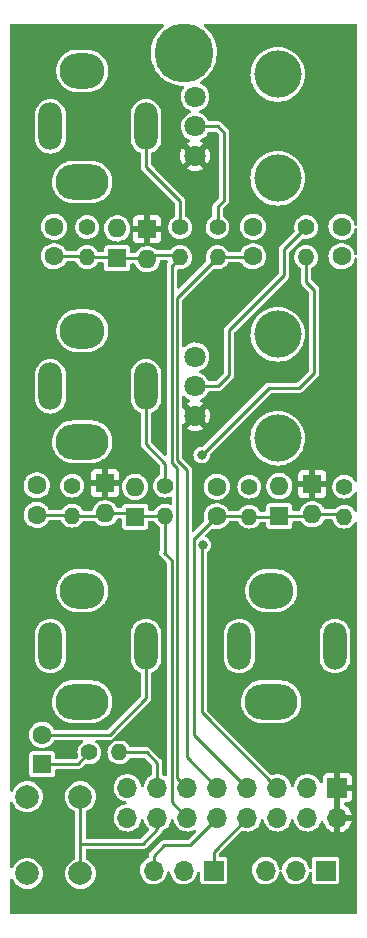
<source format=gtl>
%TF.GenerationSoftware,KiCad,Pcbnew,(6.0.1)*%
%TF.CreationDate,2022-09-30T20:28:54-04:00*%
%TF.ProjectId,SYNTH-VCO_CTL-03,53594e54-482d-4564-934f-5f43544c2d30,1*%
%TF.SameCoordinates,Original*%
%TF.FileFunction,Copper,L1,Top*%
%TF.FilePolarity,Positive*%
%FSLAX46Y46*%
G04 Gerber Fmt 4.6, Leading zero omitted, Abs format (unit mm)*
G04 Created by KiCad (PCBNEW (6.0.1)) date 2022-09-30 20:28:54*
%MOMM*%
%LPD*%
G01*
G04 APERTURE LIST*
%TA.AperFunction,ComponentPad*%
%ADD10C,1.400000*%
%TD*%
%TA.AperFunction,ComponentPad*%
%ADD11O,1.400000X1.400000*%
%TD*%
%TA.AperFunction,ComponentPad*%
%ADD12R,1.600000X1.600000*%
%TD*%
%TA.AperFunction,ComponentPad*%
%ADD13O,1.600000X1.600000*%
%TD*%
%TA.AperFunction,ComponentPad*%
%ADD14R,1.700000X1.700000*%
%TD*%
%TA.AperFunction,ComponentPad*%
%ADD15O,1.700000X1.700000*%
%TD*%
%TA.AperFunction,ComponentPad*%
%ADD16C,1.600000*%
%TD*%
%TA.AperFunction,ComponentPad*%
%ADD17C,5.000000*%
%TD*%
%TA.AperFunction,WasherPad*%
%ADD18C,4.000000*%
%TD*%
%TA.AperFunction,ComponentPad*%
%ADD19C,1.800000*%
%TD*%
%TA.AperFunction,ComponentPad*%
%ADD20C,2.000000*%
%TD*%
%TA.AperFunction,ComponentPad*%
%ADD21O,4.500000X3.000000*%
%TD*%
%TA.AperFunction,ComponentPad*%
%ADD22O,3.800000X3.000000*%
%TD*%
%TA.AperFunction,ComponentPad*%
%ADD23O,2.000000X4.000000*%
%TD*%
%TA.AperFunction,ViaPad*%
%ADD24C,0.800000*%
%TD*%
%TA.AperFunction,Conductor*%
%ADD25C,0.254000*%
%TD*%
%TA.AperFunction,Conductor*%
%ADD26C,0.250000*%
%TD*%
G04 APERTURE END LIST*
D10*
%TO.P,R7,1*%
%TO.N,/GATE*%
X148734000Y-96600000D03*
D11*
%TO.P,R7,2*%
%TO.N,/GATE_CTL*%
X148734000Y-99140000D03*
%TD*%
D12*
%TO.P,D5,1,K*%
%TO.N,+3V3*%
X132049000Y-74810001D03*
D13*
%TO.P,D5,2,A*%
%TO.N,/VPEROCT_CV*%
X132049000Y-77350001D03*
%TD*%
D12*
%TO.P,D8,1,K*%
%TO.N,+3V3*%
X128489000Y-96314315D03*
D13*
%TO.P,D8,2,A*%
%TO.N,/MOD_CV*%
X128489000Y-98854315D03*
%TD*%
D14*
%TO.P,SW2,1,1*%
%TO.N,/MODE_UP_PB*%
X137679000Y-129100000D03*
D15*
%TO.P,SW2,2,2*%
%TO.N,GND*%
X135139000Y-129100000D03*
%TO.P,SW2,3,3*%
%TO.N,/MODE_DN_PB*%
X132599000Y-129100000D03*
%TD*%
D12*
%TO.P,D6,1,K*%
%TO.N,/VPEROCT_CV*%
X129509000Y-77275686D03*
D13*
%TO.P,D6,2,A*%
%TO.N,GND*%
X129509000Y-74735686D03*
%TD*%
D10*
%TO.P,R13,1*%
%TO.N,/CV*%
X133569000Y-96520000D03*
D11*
%TO.P,R13,2*%
%TO.N,/MOD_CV*%
X133569000Y-99060000D03*
%TD*%
D10*
%TO.P,R12,1*%
%TO.N,/MOD_FINE*%
X145509000Y-74630000D03*
D11*
%TO.P,R12,2*%
%TO.N,/MOD_POT*%
X145509000Y-77170000D03*
%TD*%
D16*
%TO.P,C4,1*%
%TO.N,/GATE_CTL*%
X137939000Y-99100000D03*
%TO.P,C4,2*%
%TO.N,GND*%
X137939000Y-96600000D03*
%TD*%
%TO.P,C5,1*%
%TO.N,/VPEROCT_CV*%
X124154000Y-77100000D03*
%TO.P,C5,2*%
%TO.N,GND*%
X124154000Y-74600000D03*
%TD*%
D14*
%TO.P,SW4,1,1*%
%TO.N,/OCT_DN_PB*%
X147154000Y-129100000D03*
D15*
%TO.P,SW4,2,2*%
%TO.N,GND*%
X144614000Y-129100000D03*
%TO.P,SW4,3,3*%
%TO.N,/OCT_UP_PB*%
X142074000Y-129100000D03*
%TD*%
D12*
%TO.P,D4,1,K*%
%TO.N,/GATE_CTL*%
X143240000Y-99090000D03*
D13*
%TO.P,D4,2,A*%
%TO.N,GND*%
X143240000Y-96550000D03*
%TD*%
D10*
%TO.P,R8,1*%
%TO.N,GND*%
X140700000Y-96600000D03*
D11*
%TO.P,R8,2*%
%TO.N,/GATE_CTL*%
X140700000Y-99140000D03*
%TD*%
D10*
%TO.P,R9,1*%
%TO.N,/V_OCT*%
X134843000Y-74630000D03*
D11*
%TO.P,R9,2*%
%TO.N,/VPEROCT_CV*%
X134843000Y-77170000D03*
%TD*%
D16*
%TO.P,C7,1*%
%TO.N,/MOD_CV*%
X122699000Y-98990000D03*
%TO.P,C7,2*%
%TO.N,GND*%
X122699000Y-96490000D03*
%TD*%
D17*
%TO.P,MTG1,1*%
%TO.N,N/C*%
X135154000Y-59850000D03*
%TD*%
D12*
%TO.P,D7,1,K*%
%TO.N,/MOD_CV*%
X131029000Y-99165686D03*
D13*
%TO.P,D7,2,A*%
%TO.N,GND*%
X131029000Y-96625686D03*
%TD*%
D10*
%TO.P,R1,1*%
%TO.N,Net-(C1-Pad1)*%
X127154000Y-119100000D03*
D11*
%TO.P,R1,2*%
%TO.N,/AUD_OUT*%
X129694000Y-119100000D03*
%TD*%
D12*
%TO.P,D3,1,K*%
%TO.N,+3V3*%
X146034000Y-96394315D03*
D13*
%TO.P,D3,2,A*%
%TO.N,/GATE_CTL*%
X146034000Y-98934315D03*
%TD*%
D14*
%TO.P,J5,1,Pin_1*%
%TO.N,+3V3*%
X148154000Y-122100000D03*
D15*
%TO.P,J5,2,Pin_2*%
X148154000Y-124640000D03*
%TO.P,J5,3,Pin_3*%
%TO.N,unconnected-(J5-Pad3)*%
X145614000Y-122100000D03*
%TO.P,J5,4,Pin_4*%
%TO.N,/OCT_DN_PB*%
X145614000Y-124640000D03*
%TO.P,J5,5,Pin_5*%
%TO.N,/MOD_POT*%
X143074000Y-122100000D03*
%TO.P,J5,6,Pin_6*%
%TO.N,/OCT_UP_PB*%
X143074000Y-124640000D03*
%TO.P,J5,7,Pin_7*%
%TO.N,/GATE_CTL*%
X140534000Y-122100000D03*
%TO.P,J5,8,Pin_8*%
%TO.N,/MODE_UP_PB*%
X140534000Y-124640000D03*
%TO.P,J5,9,Pin_9*%
%TO.N,/FREQ_POT*%
X137994000Y-122100000D03*
%TO.P,J5,10,Pin_10*%
%TO.N,/MODE_DN_PB*%
X137994000Y-124640000D03*
%TO.P,J5,11,Pin_11*%
%TO.N,/VPEROCT_CV*%
X135454000Y-122100000D03*
%TO.P,J5,12,Pin_12*%
%TO.N,/MOD_CV*%
X135454000Y-124640000D03*
%TO.P,J5,13,Pin_13*%
%TO.N,/AUD_OUT*%
X132914000Y-122100000D03*
%TO.P,J5,14,Pin_14*%
%TO.N,/TIMBRE_PB*%
X132914000Y-124640000D03*
%TO.P,J5,15,Pin_15*%
%TO.N,GND*%
X130374000Y-122100000D03*
%TO.P,J5,16,Pin_16*%
X130374000Y-124640000D03*
%TD*%
D10*
%TO.P,R11,1*%
%TO.N,/FREQ_FINE*%
X138009000Y-74630000D03*
D11*
%TO.P,R11,2*%
%TO.N,/FREQ_POT*%
X138009000Y-77170000D03*
%TD*%
D10*
%TO.P,R14,1*%
%TO.N,GND*%
X125694000Y-96520000D03*
D11*
%TO.P,R14,2*%
%TO.N,/MOD_CV*%
X125694000Y-99060000D03*
%TD*%
D16*
%TO.P,C8,1*%
%TO.N,/MOD_POT*%
X148509000Y-77100000D03*
%TO.P,C8,2*%
%TO.N,GND*%
X148509000Y-74600000D03*
%TD*%
D12*
%TO.P,C1,1*%
%TO.N,Net-(C1-Pad1)*%
X123154000Y-120100000D03*
D16*
%TO.P,C1,2*%
%TO.N,Net-(C1-Pad2)*%
X123154000Y-117600000D03*
%TD*%
D10*
%TO.P,R10,1*%
%TO.N,GND*%
X126969000Y-74630000D03*
D11*
%TO.P,R10,2*%
%TO.N,/VPEROCT_CV*%
X126969000Y-77170000D03*
%TD*%
D16*
%TO.P,C6,1*%
%TO.N,/FREQ_POT*%
X141009000Y-77100000D03*
%TO.P,C6,2*%
%TO.N,GND*%
X141009000Y-74600000D03*
%TD*%
D18*
%TO.P,RV2,*%
%TO.N,*%
X143104000Y-61700000D03*
X143104000Y-70500000D03*
D19*
%TO.P,RV2,1,1*%
%TO.N,GND*%
X136104000Y-63600000D03*
%TO.P,RV2,2,2*%
%TO.N,/FREQ_FINE*%
X136104000Y-66100000D03*
%TO.P,RV2,3,3*%
%TO.N,+3V3*%
X136104000Y-68600000D03*
%TD*%
D20*
%TO.P,SW1,1,1*%
%TO.N,GND*%
X121904000Y-122850000D03*
X121904000Y-129350000D03*
%TO.P,SW1,2,2*%
%TO.N,/TIMBRE_PB*%
X126404000Y-122850000D03*
X126404000Y-129350000D03*
%TD*%
D21*
%TO.P,J4,S*%
%TO.N,GND*%
X126554000Y-92800000D03*
D22*
X126554000Y-83400000D03*
D23*
%TO.P,J4,T*%
%TO.N,/CV*%
X131954000Y-88100000D03*
%TO.P,J4,TN*%
%TO.N,GND*%
X123854000Y-88100000D03*
%TD*%
D18*
%TO.P,RV1,*%
%TO.N,*%
X143104000Y-83700000D03*
X143104000Y-92500000D03*
D19*
%TO.P,RV1,1,1*%
%TO.N,GND*%
X136104000Y-85600000D03*
%TO.P,RV1,2,2*%
%TO.N,/MOD_FINE*%
X136104000Y-88100000D03*
%TO.P,RV1,3,3*%
%TO.N,+3V3*%
X136104000Y-90600000D03*
%TD*%
D22*
%TO.P,J1,S*%
%TO.N,GND*%
X142554000Y-105400000D03*
D21*
X142554000Y-114800000D03*
D23*
%TO.P,J1,T*%
%TO.N,/GATE*%
X147954000Y-110100000D03*
%TO.P,J1,TN*%
%TO.N,GND*%
X139854000Y-110100000D03*
%TD*%
D22*
%TO.P,J3,S*%
%TO.N,GND*%
X126554000Y-61400000D03*
D21*
X126554000Y-70800000D03*
D23*
%TO.P,J3,T*%
%TO.N,/V_OCT*%
X131954000Y-66100000D03*
%TO.P,J3,TN*%
%TO.N,GND*%
X123854000Y-66100000D03*
%TD*%
D22*
%TO.P,J2,S*%
%TO.N,GND*%
X126554000Y-105400000D03*
D21*
X126554000Y-114800000D03*
D23*
%TO.P,J2,T*%
%TO.N,Net-(C1-Pad2)*%
X131954000Y-110100000D03*
%TO.P,J2,TN*%
%TO.N,unconnected-(J2-PadTN)*%
X123854000Y-110100000D03*
%TD*%
D24*
%TO.N,/MOD_POT*%
X136760500Y-101550000D03*
X136669000Y-93930000D03*
%TD*%
D25*
%TO.N,Net-(C1-Pad2)*%
X131954000Y-114520000D02*
X131954000Y-110100000D01*
X128874000Y-117600000D02*
X131954000Y-114520000D01*
X123154000Y-117600000D02*
X128874000Y-117600000D01*
D26*
%TO.N,/GATE_CTL*%
X143240000Y-99090000D02*
X145878315Y-99090000D01*
D25*
X136034000Y-100915000D02*
X136124000Y-100915000D01*
X136124000Y-100915000D02*
X137939000Y-99100000D01*
D26*
X146034000Y-98934315D02*
X148528315Y-98934315D01*
D25*
X140534000Y-122100000D02*
X136034000Y-117600000D01*
D26*
X140700000Y-99140000D02*
X143190000Y-99140000D01*
D25*
X136034000Y-117600000D02*
X136034000Y-100915000D01*
D26*
X138160000Y-99070000D02*
X140630000Y-99070000D01*
D25*
%TO.N,/FREQ_POT*%
X138009000Y-77170000D02*
X140939000Y-77170000D01*
X134582520Y-94377146D02*
X134582520Y-80596480D01*
X135399000Y-95193626D02*
X134582520Y-94377146D01*
X134582520Y-80596480D02*
X138009000Y-77170000D01*
X135399000Y-119505000D02*
X135399000Y-95193626D01*
X137994000Y-122100000D02*
X135399000Y-119505000D01*
%TO.N,/VPEROCT_CV*%
X134129000Y-77884000D02*
X134843000Y-77170000D01*
D26*
X129509000Y-77275686D02*
X131737628Y-77275686D01*
D25*
X134595511Y-117412009D02*
X134595511Y-95031511D01*
D26*
X132049000Y-76964314D02*
X134637314Y-76964314D01*
D25*
X134595511Y-95031511D02*
X134129000Y-94565000D01*
X134582520Y-121228520D02*
X134582520Y-117425000D01*
X134582520Y-117425000D02*
X134595511Y-117412009D01*
D26*
X126969000Y-77170000D02*
X129403314Y-77170000D01*
D25*
X134129000Y-94565000D02*
X134129000Y-77884000D01*
X135454000Y-122100000D02*
X134582520Y-121228520D01*
D26*
X124154000Y-77100000D02*
X126899000Y-77100000D01*
D25*
%TO.N,/MOD_POT*%
X142384000Y-88215000D02*
X144924000Y-88215000D01*
X144924000Y-88215000D02*
X146194000Y-86945000D01*
X136669000Y-101641500D02*
X136760500Y-101550000D01*
X136669000Y-115695000D02*
X136669000Y-101641500D01*
X146194000Y-79960000D02*
X145509000Y-79275000D01*
X143074000Y-122100000D02*
X136669000Y-115695000D01*
X145509000Y-79275000D02*
X145509000Y-77170000D01*
X146194000Y-86945000D02*
X146194000Y-79960000D01*
X136669000Y-93930000D02*
X142384000Y-88215000D01*
%TO.N,/MOD_CV*%
X133494000Y-102185000D02*
X133569000Y-102110000D01*
D26*
X125694000Y-99060000D02*
X128283315Y-99060000D01*
D25*
X134129000Y-123315000D02*
X134129000Y-102820000D01*
X134129000Y-102820000D02*
X133494000Y-102185000D01*
X135454000Y-124640000D02*
X134129000Y-123315000D01*
D26*
X123154000Y-98990000D02*
X125624000Y-98990000D01*
X128489000Y-98854315D02*
X130717629Y-98854315D01*
X133569000Y-99060000D02*
X131134686Y-99060000D01*
D25*
X133569000Y-102110000D02*
X133569000Y-99060000D01*
%TO.N,/AUD_OUT*%
X131994000Y-119100000D02*
X132914000Y-120020000D01*
X129694000Y-119100000D02*
X131994000Y-119100000D01*
X132914000Y-122100000D02*
X132914000Y-120020000D01*
%TO.N,/TIMBRE_PB*%
X126404000Y-126845000D02*
X126404000Y-129350000D01*
X131694000Y-126845000D02*
X126404000Y-126845000D01*
X132914000Y-125625000D02*
X131694000Y-126845000D01*
X126404000Y-122850000D02*
X126404000Y-126845000D01*
X132914000Y-124640000D02*
X132914000Y-125625000D01*
%TO.N,/MODE_UP_PB*%
X140534000Y-124640000D02*
X137679000Y-127495000D01*
X137679000Y-127495000D02*
X137679000Y-129100000D01*
%TO.N,/MODE_DN_PB*%
X133494000Y-126950000D02*
X132599000Y-127845000D01*
X135684000Y-126950000D02*
X133494000Y-126950000D01*
X137994000Y-124640000D02*
X135684000Y-126950000D01*
X132599000Y-127845000D02*
X132599000Y-129100000D01*
%TO.N,/CV*%
X133569000Y-94640000D02*
X133569000Y-96520000D01*
X131954000Y-88100000D02*
X131954000Y-93025000D01*
X131954000Y-93025000D02*
X133569000Y-94640000D01*
%TO.N,Net-(C1-Pad1)*%
X126154000Y-120100000D02*
X127154000Y-119100000D01*
X123154000Y-120100000D02*
X126154000Y-120100000D01*
%TO.N,/V_OCT*%
X131954000Y-69530000D02*
X134843000Y-72419000D01*
X134843000Y-72419000D02*
X134843000Y-74630000D01*
X131954000Y-66100000D02*
X131954000Y-69530000D01*
%TO.N,/MOD_FINE*%
X138982475Y-87171525D02*
X138982475Y-83361525D01*
X143654000Y-76485000D02*
X145509000Y-74630000D01*
X138982475Y-83361525D02*
X143654000Y-78690000D01*
X136104000Y-88100000D02*
X138054000Y-88100000D01*
X143654000Y-78690000D02*
X143654000Y-76485000D01*
X138054000Y-88100000D02*
X138982475Y-87171525D01*
%TO.N,/FREQ_FINE*%
X136104000Y-66100000D02*
X138049000Y-66100000D01*
X138574000Y-72340000D02*
X138009000Y-72905000D01*
X138574000Y-66625000D02*
X138574000Y-72340000D01*
X138009000Y-72905000D02*
X138009000Y-74630000D01*
X138049000Y-66100000D02*
X138574000Y-66625000D01*
%TD*%
%TA.AperFunction,Conductor*%
%TO.N,+3V3*%
G36*
X133428545Y-57424802D02*
G01*
X133475038Y-57478458D01*
X133485142Y-57548732D01*
X133455648Y-57613312D01*
X133439205Y-57629134D01*
X133273707Y-57761723D01*
X133046147Y-57991678D01*
X132846526Y-58246264D01*
X132844633Y-58249353D01*
X132844631Y-58249356D01*
X132799702Y-58322675D01*
X132677490Y-58522107D01*
X132541278Y-58815550D01*
X132439696Y-59122705D01*
X132438960Y-59126260D01*
X132438959Y-59126263D01*
X132384393Y-59389754D01*
X132374091Y-59439499D01*
X132373768Y-59443121D01*
X132373767Y-59443126D01*
X132352181Y-59684998D01*
X132345333Y-59761734D01*
X132345428Y-59765364D01*
X132345428Y-59765366D01*
X132353370Y-60068663D01*
X132353801Y-60085139D01*
X132399385Y-60405428D01*
X132481480Y-60718354D01*
X132598997Y-61019772D01*
X132644713Y-61106114D01*
X132725161Y-61258053D01*
X132750380Y-61305684D01*
X132752437Y-61308677D01*
X132931565Y-61569310D01*
X132931571Y-61569317D01*
X132933622Y-61572302D01*
X132936010Y-61575039D01*
X133111422Y-61776118D01*
X133146293Y-61816092D01*
X133148978Y-61818535D01*
X133346748Y-61998491D01*
X133385576Y-62033822D01*
X133388514Y-62035933D01*
X133388520Y-62035938D01*
X133571772Y-62167618D01*
X133648298Y-62222607D01*
X133930977Y-62379944D01*
X134229867Y-62503749D01*
X134233361Y-62504744D01*
X134233363Y-62504745D01*
X134537505Y-62591382D01*
X134537510Y-62591383D01*
X134541006Y-62592379D01*
X134724381Y-62622408D01*
X134856688Y-62644074D01*
X134856695Y-62644075D01*
X134860269Y-62644660D01*
X134925749Y-62647748D01*
X135061032Y-62654128D01*
X135128134Y-62677317D01*
X135172048Y-62733103D01*
X135178830Y-62803775D01*
X135154046Y-62857994D01*
X135118427Y-62903177D01*
X135088819Y-62940734D01*
X135086128Y-62945850D01*
X135086126Y-62945852D01*
X134988369Y-63131658D01*
X134985677Y-63136775D01*
X134983964Y-63142292D01*
X134924565Y-63333591D01*
X134919988Y-63348330D01*
X134893951Y-63568314D01*
X134908439Y-63789358D01*
X134962966Y-64004061D01*
X134965385Y-64009308D01*
X135053288Y-64199986D01*
X135053291Y-64199991D01*
X135055707Y-64205232D01*
X135059038Y-64209945D01*
X135059039Y-64209947D01*
X135112516Y-64285614D01*
X135183556Y-64386133D01*
X135342230Y-64540707D01*
X135347026Y-64543912D01*
X135347029Y-64543914D01*
X135427339Y-64597575D01*
X135526416Y-64663776D01*
X135531718Y-64666054D01*
X135531731Y-64666061D01*
X135692702Y-64735220D01*
X135747395Y-64780488D01*
X135768932Y-64848139D01*
X135750475Y-64916694D01*
X135697884Y-64964388D01*
X135686574Y-64969199D01*
X135588301Y-65005453D01*
X135588293Y-65005457D01*
X135582882Y-65007453D01*
X135577921Y-65010405D01*
X135577920Y-65010405D01*
X135397475Y-65117758D01*
X135397472Y-65117760D01*
X135392507Y-65120714D01*
X135225960Y-65266772D01*
X135088819Y-65440734D01*
X134985677Y-65636775D01*
X134919988Y-65848330D01*
X134893951Y-66068314D01*
X134908439Y-66289358D01*
X134962966Y-66504061D01*
X134965385Y-66509308D01*
X135053288Y-66699986D01*
X135053291Y-66699991D01*
X135055707Y-66705232D01*
X135059038Y-66709945D01*
X135059039Y-66709947D01*
X135143512Y-66829472D01*
X135183556Y-66886133D01*
X135342230Y-67040707D01*
X135347026Y-67043912D01*
X135347029Y-67043914D01*
X135495248Y-67142951D01*
X135526416Y-67163776D01*
X135531716Y-67166053D01*
X135531727Y-67166059D01*
X135593975Y-67192803D01*
X135648667Y-67238071D01*
X135670204Y-67305723D01*
X135651746Y-67374278D01*
X135597486Y-67422765D01*
X135466039Y-67484060D01*
X135456549Y-67489538D01*
X135410336Y-67521897D01*
X135401962Y-67532373D01*
X135409031Y-67545821D01*
X136091188Y-68227978D01*
X136105132Y-68235592D01*
X136106965Y-68235461D01*
X136113580Y-68231210D01*
X136799691Y-67545099D01*
X136806121Y-67533324D01*
X136796825Y-67521309D01*
X136751455Y-67489541D01*
X136741956Y-67484056D01*
X136614313Y-67424536D01*
X136561027Y-67377619D01*
X136541566Y-67309342D01*
X136562108Y-67241382D01*
X136605995Y-67200407D01*
X136784571Y-67100399D01*
X136789614Y-67097575D01*
X136959927Y-66955927D01*
X137101575Y-66785614D01*
X137207354Y-66596733D01*
X137258090Y-66547072D01*
X137317287Y-66532300D01*
X137817745Y-66532300D01*
X137885866Y-66552302D01*
X137906840Y-66569205D01*
X138104795Y-66767160D01*
X138138821Y-66829472D01*
X138141700Y-66856255D01*
X138141700Y-72108745D01*
X138121698Y-72176866D01*
X138104795Y-72197840D01*
X137726748Y-72575887D01*
X137715659Y-72585742D01*
X137690307Y-72605728D01*
X137663094Y-72645103D01*
X137658352Y-72651964D01*
X137656051Y-72655184D01*
X137645763Y-72669113D01*
X137622633Y-72700429D01*
X137620337Y-72706966D01*
X137616398Y-72712666D01*
X137599440Y-72766287D01*
X137598189Y-72770036D01*
X137579561Y-72823080D01*
X137579289Y-72830001D01*
X137577199Y-72836610D01*
X137576700Y-72842951D01*
X137576700Y-72893413D01*
X137576603Y-72898359D01*
X137574457Y-72952974D01*
X137576281Y-72959854D01*
X137576700Y-72967466D01*
X137576700Y-73645255D01*
X137556698Y-73713376D01*
X137509076Y-73756916D01*
X137455871Y-73784731D01*
X137451071Y-73788591D01*
X137451070Y-73788591D01*
X137417460Y-73815614D01*
X137302225Y-73908265D01*
X137175500Y-74059291D01*
X137172536Y-74064683D01*
X137172533Y-74064687D01*
X137138507Y-74126581D01*
X137080523Y-74232054D01*
X137078662Y-74237921D01*
X137078661Y-74237923D01*
X137025022Y-74407016D01*
X137020911Y-74419975D01*
X136998934Y-74615896D01*
X137000414Y-74633523D01*
X137012182Y-74773648D01*
X137015432Y-74812354D01*
X137017131Y-74818279D01*
X137066112Y-74989097D01*
X137069773Y-75001866D01*
X137072592Y-75007351D01*
X137157072Y-75171732D01*
X137157075Y-75171737D01*
X137159890Y-75177214D01*
X137282349Y-75331719D01*
X137287042Y-75335713D01*
X137287043Y-75335714D01*
X137423540Y-75451881D01*
X137432486Y-75459495D01*
X137604582Y-75555677D01*
X137792082Y-75616599D01*
X137987845Y-75639942D01*
X137993980Y-75639470D01*
X137993982Y-75639470D01*
X138178272Y-75625290D01*
X138178277Y-75625289D01*
X138184413Y-75624817D01*
X138190343Y-75623161D01*
X138190345Y-75623161D01*
X138352903Y-75577774D01*
X138374300Y-75571800D01*
X138402449Y-75557581D01*
X138544772Y-75485689D01*
X138544774Y-75485688D01*
X138550273Y-75482910D01*
X138705629Y-75361532D01*
X138816429Y-75233169D01*
X138830421Y-75216959D01*
X138830422Y-75216957D01*
X138834450Y-75212291D01*
X138897884Y-75100628D01*
X138928785Y-75046234D01*
X138928787Y-75046229D01*
X138931831Y-75040871D01*
X138994061Y-74853800D01*
X139018770Y-74658205D01*
X139019164Y-74630000D01*
X139013374Y-74570943D01*
X139899345Y-74570943D01*
X139912631Y-74773648D01*
X139914052Y-74779244D01*
X139914053Y-74779249D01*
X139947091Y-74909334D01*
X139962635Y-74970537D01*
X140047681Y-75155017D01*
X140164923Y-75320910D01*
X140310432Y-75462659D01*
X140315228Y-75465864D01*
X140315231Y-75465866D01*
X140445144Y-75552671D01*
X140479337Y-75575518D01*
X140484640Y-75577796D01*
X140484643Y-75577798D01*
X140654247Y-75650665D01*
X140665980Y-75655706D01*
X140738381Y-75672088D01*
X140858474Y-75699263D01*
X140858479Y-75699264D01*
X140864111Y-75700538D01*
X140869882Y-75700765D01*
X140869884Y-75700765D01*
X140928801Y-75703080D01*
X141067095Y-75708514D01*
X141185121Y-75691401D01*
X141262411Y-75680195D01*
X141262415Y-75680194D01*
X141268133Y-75679365D01*
X141273605Y-75677507D01*
X141273607Y-75677507D01*
X141455028Y-75615922D01*
X141455030Y-75615921D01*
X141460492Y-75614067D01*
X141637731Y-75514809D01*
X141793913Y-75384913D01*
X141923809Y-75228731D01*
X142023067Y-75051492D01*
X142024922Y-75046028D01*
X142086507Y-74864607D01*
X142086507Y-74864605D01*
X142088365Y-74859133D01*
X142090026Y-74847681D01*
X142113405Y-74686431D01*
X142117514Y-74658095D01*
X142119035Y-74600000D01*
X142100447Y-74397712D01*
X142045307Y-74202199D01*
X141955460Y-74020008D01*
X141879439Y-73918204D01*
X141837370Y-73861866D01*
X141837369Y-73861865D01*
X141833917Y-73857242D01*
X141829681Y-73853326D01*
X141688986Y-73723269D01*
X141688983Y-73723267D01*
X141684746Y-73719350D01*
X141599361Y-73665476D01*
X141517829Y-73614033D01*
X141517824Y-73614031D01*
X141512945Y-73610952D01*
X141324267Y-73535677D01*
X141125030Y-73496046D01*
X141119255Y-73495970D01*
X141119251Y-73495970D01*
X141017762Y-73494642D01*
X140921908Y-73493387D01*
X140916211Y-73494366D01*
X140916210Y-73494366D01*
X140727399Y-73526810D01*
X140721702Y-73527789D01*
X140531118Y-73598099D01*
X140526157Y-73601051D01*
X140526156Y-73601051D01*
X140370945Y-73693392D01*
X140356538Y-73701963D01*
X140203809Y-73835902D01*
X140078046Y-73995432D01*
X140075357Y-74000543D01*
X140075355Y-74000546D01*
X140065116Y-74020008D01*
X139983461Y-74175208D01*
X139923222Y-74369211D01*
X139899345Y-74570943D01*
X139013374Y-74570943D01*
X138999926Y-74433791D01*
X138942943Y-74245056D01*
X138933161Y-74226659D01*
X138853283Y-74076430D01*
X138853281Y-74076428D01*
X138850387Y-74070984D01*
X138725783Y-73918204D01*
X138573877Y-73792536D01*
X138568456Y-73789605D01*
X138568452Y-73789602D01*
X138507371Y-73756575D01*
X138456962Y-73706581D01*
X138441300Y-73645740D01*
X138441300Y-73136255D01*
X138461302Y-73068134D01*
X138478205Y-73047160D01*
X138856252Y-72669113D01*
X138867341Y-72659258D01*
X138885296Y-72645103D01*
X138892693Y-72639272D01*
X138924662Y-72593016D01*
X138926949Y-72589816D01*
X138954772Y-72552146D01*
X138960367Y-72544571D01*
X138962663Y-72538033D01*
X138966602Y-72532334D01*
X138976597Y-72500732D01*
X138983552Y-72478739D01*
X138984805Y-72474983D01*
X139000320Y-72430804D01*
X139003440Y-72421920D01*
X139003712Y-72414995D01*
X139005801Y-72408390D01*
X139006300Y-72402049D01*
X139006300Y-72351597D01*
X139006397Y-72346651D01*
X139006849Y-72335135D01*
X139008543Y-72292025D01*
X139006719Y-72285145D01*
X139006300Y-72277536D01*
X139006300Y-70500000D01*
X140793754Y-70500000D01*
X140794024Y-70504120D01*
X140803382Y-70646894D01*
X140813518Y-70801548D01*
X140814320Y-70805581D01*
X140814321Y-70805587D01*
X140871668Y-71093886D01*
X140872474Y-71097936D01*
X140873801Y-71101845D01*
X140873802Y-71101849D01*
X140968285Y-71380187D01*
X140969611Y-71384093D01*
X141103268Y-71655123D01*
X141271159Y-71906389D01*
X141470409Y-72133591D01*
X141697611Y-72332841D01*
X141948877Y-72500732D01*
X141952576Y-72502556D01*
X141952581Y-72502559D01*
X142053134Y-72552146D01*
X142219907Y-72634389D01*
X142223812Y-72635714D01*
X142223813Y-72635715D01*
X142502151Y-72730198D01*
X142502155Y-72730199D01*
X142506064Y-72731526D01*
X142510108Y-72732330D01*
X142510114Y-72732332D01*
X142798413Y-72789679D01*
X142798419Y-72789680D01*
X142802452Y-72790482D01*
X142806557Y-72790751D01*
X142806564Y-72790752D01*
X143099880Y-72809976D01*
X143104000Y-72810246D01*
X143108120Y-72809976D01*
X143401436Y-72790752D01*
X143401443Y-72790751D01*
X143405548Y-72790482D01*
X143409581Y-72789680D01*
X143409587Y-72789679D01*
X143697886Y-72732332D01*
X143697892Y-72732330D01*
X143701936Y-72731526D01*
X143705845Y-72730199D01*
X143705849Y-72730198D01*
X143984187Y-72635715D01*
X143984188Y-72635714D01*
X143988093Y-72634389D01*
X144154866Y-72552146D01*
X144255419Y-72502559D01*
X144255424Y-72502556D01*
X144259123Y-72500732D01*
X144510389Y-72332841D01*
X144737591Y-72133591D01*
X144936841Y-71906389D01*
X145104732Y-71655123D01*
X145238389Y-71384093D01*
X145239715Y-71380187D01*
X145334198Y-71101849D01*
X145334199Y-71101845D01*
X145335526Y-71097936D01*
X145336332Y-71093886D01*
X145393679Y-70805587D01*
X145393680Y-70805581D01*
X145394482Y-70801548D01*
X145404619Y-70646894D01*
X145413976Y-70504120D01*
X145414246Y-70500000D01*
X145413976Y-70495880D01*
X145394752Y-70202564D01*
X145394751Y-70202557D01*
X145394482Y-70198452D01*
X145388922Y-70170497D01*
X145336332Y-69906114D01*
X145336330Y-69906108D01*
X145335526Y-69902064D01*
X145329857Y-69885362D01*
X145239715Y-69619813D01*
X145239714Y-69619812D01*
X145238389Y-69615907D01*
X145125919Y-69387840D01*
X145106559Y-69348581D01*
X145106556Y-69348576D01*
X145104732Y-69344877D01*
X144936841Y-69093611D01*
X144737591Y-68866409D01*
X144510389Y-68667159D01*
X144259123Y-68499268D01*
X144255424Y-68497444D01*
X144255419Y-68497441D01*
X144039291Y-68390859D01*
X143988093Y-68365611D01*
X143984187Y-68364285D01*
X143705849Y-68269802D01*
X143705845Y-68269801D01*
X143701936Y-68268474D01*
X143697892Y-68267670D01*
X143697886Y-68267668D01*
X143409587Y-68210321D01*
X143409581Y-68210320D01*
X143405548Y-68209518D01*
X143401443Y-68209249D01*
X143401436Y-68209248D01*
X143108120Y-68190024D01*
X143104000Y-68189754D01*
X143099880Y-68190024D01*
X142806564Y-68209248D01*
X142806557Y-68209249D01*
X142802452Y-68209518D01*
X142798419Y-68210320D01*
X142798413Y-68210321D01*
X142510114Y-68267668D01*
X142510108Y-68267670D01*
X142506064Y-68268474D01*
X142502155Y-68269801D01*
X142502151Y-68269802D01*
X142223813Y-68364285D01*
X142219907Y-68365611D01*
X142168709Y-68390859D01*
X141952581Y-68497441D01*
X141952576Y-68497444D01*
X141948877Y-68499268D01*
X141697611Y-68667159D01*
X141470409Y-68866409D01*
X141271159Y-69093611D01*
X141103268Y-69344877D01*
X141101444Y-69348576D01*
X141101441Y-69348581D01*
X141082081Y-69387840D01*
X140969611Y-69615907D01*
X140968286Y-69619812D01*
X140968285Y-69619813D01*
X140878144Y-69885362D01*
X140872474Y-69902064D01*
X140871670Y-69906108D01*
X140871668Y-69906114D01*
X140819079Y-70170497D01*
X140813518Y-70198452D01*
X140813249Y-70202557D01*
X140813248Y-70202564D01*
X140794024Y-70495880D01*
X140793754Y-70500000D01*
X139006300Y-70500000D01*
X139006300Y-66658132D01*
X139007173Y-66643323D01*
X139009860Y-66620619D01*
X139010967Y-66611267D01*
X139000861Y-66555931D01*
X139000217Y-66552062D01*
X138993256Y-66505765D01*
X138991856Y-66496451D01*
X138988857Y-66490205D01*
X138987612Y-66483389D01*
X138961680Y-66433467D01*
X138959931Y-66429965D01*
X138939665Y-66387762D01*
X138935586Y-66379267D01*
X138930881Y-66374178D01*
X138927688Y-66368030D01*
X138923557Y-66363193D01*
X138887882Y-66327518D01*
X138884453Y-66323952D01*
X138853739Y-66290726D01*
X138847345Y-66283809D01*
X138841191Y-66280235D01*
X138835514Y-66275150D01*
X138378108Y-65817743D01*
X138368254Y-65806654D01*
X138354103Y-65788704D01*
X138348272Y-65781307D01*
X138302016Y-65749338D01*
X138298816Y-65747051D01*
X138261147Y-65719229D01*
X138253571Y-65713633D01*
X138247034Y-65711337D01*
X138241334Y-65707398D01*
X138187706Y-65690438D01*
X138183958Y-65689187D01*
X138139810Y-65673683D01*
X138130920Y-65670561D01*
X138123999Y-65670289D01*
X138117390Y-65668199D01*
X138111049Y-65667700D01*
X138060587Y-65667700D01*
X138055640Y-65667603D01*
X138001026Y-65665457D01*
X137994146Y-65667281D01*
X137986534Y-65667700D01*
X137313153Y-65667700D01*
X137245032Y-65647698D01*
X137200147Y-65597429D01*
X137136090Y-65467534D01*
X137003550Y-65290041D01*
X136840884Y-65139674D01*
X136692021Y-65045749D01*
X136658423Y-65024550D01*
X136658418Y-65024548D01*
X136653539Y-65021469D01*
X136516990Y-64966991D01*
X136461132Y-64923171D01*
X136437831Y-64856107D01*
X136454487Y-64787092D01*
X136505811Y-64738038D01*
X136523179Y-64730649D01*
X136540764Y-64724680D01*
X136596340Y-64705814D01*
X136667324Y-64666061D01*
X136784567Y-64600402D01*
X136784571Y-64600399D01*
X136789614Y-64597575D01*
X136959927Y-64455927D01*
X137101575Y-64285614D01*
X137104399Y-64280571D01*
X137104402Y-64280567D01*
X137206990Y-64097383D01*
X137206991Y-64097381D01*
X137209814Y-64092340D01*
X137211670Y-64086873D01*
X137211672Y-64086868D01*
X137279163Y-63888046D01*
X137279164Y-63888041D01*
X137281019Y-63882577D01*
X137281847Y-63876868D01*
X137281848Y-63876863D01*
X137307385Y-63700732D01*
X137312805Y-63663351D01*
X137314464Y-63600000D01*
X137294195Y-63379410D01*
X137292627Y-63373850D01*
X137235633Y-63171767D01*
X137235632Y-63171765D01*
X137234065Y-63166208D01*
X137219551Y-63136775D01*
X137138645Y-62972715D01*
X137136090Y-62967534D01*
X137088033Y-62903177D01*
X137007003Y-62794665D01*
X137007002Y-62794664D01*
X137003550Y-62790041D01*
X136881606Y-62677317D01*
X136845124Y-62643593D01*
X136845121Y-62643591D01*
X136840884Y-62639674D01*
X136766856Y-62592966D01*
X136658423Y-62524550D01*
X136658418Y-62524548D01*
X136653539Y-62521469D01*
X136589683Y-62495993D01*
X136533824Y-62452172D01*
X136510524Y-62385107D01*
X136527180Y-62316092D01*
X136572804Y-62270175D01*
X136705920Y-62192389D01*
X136705922Y-62192388D01*
X136709060Y-62190554D01*
X136914989Y-62035938D01*
X136964864Y-61998491D01*
X136964868Y-61998488D01*
X136967771Y-61996308D01*
X137202441Y-61773614D01*
X137263992Y-61700000D01*
X140793754Y-61700000D01*
X140794024Y-61704120D01*
X140813175Y-61996308D01*
X140813518Y-62001548D01*
X140814320Y-62005581D01*
X140814321Y-62005587D01*
X140871668Y-62293886D01*
X140872474Y-62297936D01*
X140873801Y-62301845D01*
X140873802Y-62301849D01*
X140924830Y-62452172D01*
X140969611Y-62584093D01*
X141103268Y-62855123D01*
X141271159Y-63106389D01*
X141470409Y-63333591D01*
X141697611Y-63532841D01*
X141948877Y-63700732D01*
X141952576Y-63702556D01*
X141952581Y-63702559D01*
X142091691Y-63771160D01*
X142219907Y-63834389D01*
X142223812Y-63835714D01*
X142223813Y-63835715D01*
X142502151Y-63930198D01*
X142502155Y-63930199D01*
X142506064Y-63931526D01*
X142510108Y-63932330D01*
X142510114Y-63932332D01*
X142798413Y-63989679D01*
X142798419Y-63989680D01*
X142802452Y-63990482D01*
X142806557Y-63990751D01*
X142806564Y-63990752D01*
X143099880Y-64009976D01*
X143104000Y-64010246D01*
X143108120Y-64009976D01*
X143401436Y-63990752D01*
X143401443Y-63990751D01*
X143405548Y-63990482D01*
X143409581Y-63989680D01*
X143409587Y-63989679D01*
X143697886Y-63932332D01*
X143697892Y-63932330D01*
X143701936Y-63931526D01*
X143705845Y-63930199D01*
X143705849Y-63930198D01*
X143984187Y-63835715D01*
X143984188Y-63835714D01*
X143988093Y-63834389D01*
X144116309Y-63771160D01*
X144255419Y-63702559D01*
X144255424Y-63702556D01*
X144259123Y-63700732D01*
X144510389Y-63532841D01*
X144737591Y-63333591D01*
X144936841Y-63106389D01*
X145104732Y-62855123D01*
X145238389Y-62584093D01*
X145283170Y-62452172D01*
X145334198Y-62301849D01*
X145334199Y-62301845D01*
X145335526Y-62297936D01*
X145336332Y-62293886D01*
X145393679Y-62005587D01*
X145393680Y-62005581D01*
X145394482Y-62001548D01*
X145394826Y-61996308D01*
X145413976Y-61704120D01*
X145414246Y-61700000D01*
X145406056Y-61575039D01*
X145394752Y-61402564D01*
X145394751Y-61402557D01*
X145394482Y-61398452D01*
X145376625Y-61308677D01*
X145336332Y-61106114D01*
X145336330Y-61106108D01*
X145335526Y-61102064D01*
X145307370Y-61019117D01*
X145239715Y-60819813D01*
X145239714Y-60819812D01*
X145238389Y-60815907D01*
X145104732Y-60544877D01*
X144936841Y-60293611D01*
X144737591Y-60066409D01*
X144510389Y-59867159D01*
X144259123Y-59699268D01*
X144255424Y-59697444D01*
X144255419Y-59697441D01*
X144092586Y-59617141D01*
X143988093Y-59565611D01*
X143885072Y-59530640D01*
X143705849Y-59469802D01*
X143705845Y-59469801D01*
X143701936Y-59468474D01*
X143697892Y-59467670D01*
X143697886Y-59467668D01*
X143409587Y-59410321D01*
X143409581Y-59410320D01*
X143405548Y-59409518D01*
X143401443Y-59409249D01*
X143401436Y-59409248D01*
X143108120Y-59390024D01*
X143104000Y-59389754D01*
X143099880Y-59390024D01*
X142806564Y-59409248D01*
X142806557Y-59409249D01*
X142802452Y-59409518D01*
X142798419Y-59410320D01*
X142798413Y-59410321D01*
X142510114Y-59467668D01*
X142510108Y-59467670D01*
X142506064Y-59468474D01*
X142502155Y-59469801D01*
X142502151Y-59469802D01*
X142322928Y-59530640D01*
X142219907Y-59565611D01*
X142115414Y-59617141D01*
X141952581Y-59697441D01*
X141952576Y-59697444D01*
X141948877Y-59699268D01*
X141697611Y-59867159D01*
X141470409Y-60066409D01*
X141271159Y-60293611D01*
X141103268Y-60544877D01*
X140969611Y-60815907D01*
X140968286Y-60819812D01*
X140968285Y-60819813D01*
X140900631Y-61019117D01*
X140872474Y-61102064D01*
X140871670Y-61106108D01*
X140871668Y-61106114D01*
X140831376Y-61308677D01*
X140813518Y-61398452D01*
X140813249Y-61402557D01*
X140813248Y-61402564D01*
X140801944Y-61575039D01*
X140793754Y-61700000D01*
X137263992Y-61700000D01*
X137409960Y-61525424D01*
X137419750Y-61510520D01*
X137585591Y-61258053D01*
X137585596Y-61258044D01*
X137587578Y-61255027D01*
X137664510Y-61102064D01*
X137731313Y-60969243D01*
X137731316Y-60969235D01*
X137732940Y-60966007D01*
X137734185Y-60962605D01*
X137842871Y-60665607D01*
X137842874Y-60665597D01*
X137844119Y-60662195D01*
X137844964Y-60658673D01*
X137844967Y-60658665D01*
X137918796Y-60351147D01*
X137918797Y-60351143D01*
X137919643Y-60347618D01*
X137920080Y-60344008D01*
X137958173Y-60029224D01*
X137958173Y-60029217D01*
X137958509Y-60026445D01*
X137964054Y-59850000D01*
X137955363Y-59699268D01*
X137945640Y-59530640D01*
X137945639Y-59530635D01*
X137945431Y-59527020D01*
X137889809Y-59208322D01*
X137797926Y-58898128D01*
X137670998Y-58600551D01*
X137628125Y-58525385D01*
X137512501Y-58322675D01*
X137510710Y-58319535D01*
X137319184Y-58058804D01*
X137259462Y-57994535D01*
X137101427Y-57824470D01*
X137098960Y-57821815D01*
X136870405Y-57626611D01*
X136831595Y-57567161D01*
X136831088Y-57496166D01*
X136869045Y-57436167D01*
X136933413Y-57406214D01*
X136952235Y-57404800D01*
X149723200Y-57404800D01*
X149791321Y-57424802D01*
X149837814Y-57478458D01*
X149849200Y-57530800D01*
X149849200Y-74371518D01*
X149829198Y-74439639D01*
X149775542Y-74486132D01*
X149705268Y-74496236D01*
X149640688Y-74466742D01*
X149602304Y-74407016D01*
X149600675Y-74400197D01*
X149600447Y-74397712D01*
X149545307Y-74202199D01*
X149455460Y-74020008D01*
X149379439Y-73918204D01*
X149337370Y-73861866D01*
X149337369Y-73861865D01*
X149333917Y-73857242D01*
X149329681Y-73853326D01*
X149188986Y-73723269D01*
X149188983Y-73723267D01*
X149184746Y-73719350D01*
X149099361Y-73665476D01*
X149017829Y-73614033D01*
X149017824Y-73614031D01*
X149012945Y-73610952D01*
X148824267Y-73535677D01*
X148625030Y-73496046D01*
X148619255Y-73495970D01*
X148619251Y-73495970D01*
X148517762Y-73494642D01*
X148421908Y-73493387D01*
X148416211Y-73494366D01*
X148416210Y-73494366D01*
X148227399Y-73526810D01*
X148221702Y-73527789D01*
X148031118Y-73598099D01*
X148026157Y-73601051D01*
X148026156Y-73601051D01*
X147870945Y-73693392D01*
X147856538Y-73701963D01*
X147703809Y-73835902D01*
X147578046Y-73995432D01*
X147575357Y-74000543D01*
X147575355Y-74000546D01*
X147565116Y-74020008D01*
X147483461Y-74175208D01*
X147423222Y-74369211D01*
X147399345Y-74570943D01*
X147412631Y-74773648D01*
X147414052Y-74779244D01*
X147414053Y-74779249D01*
X147447091Y-74909334D01*
X147462635Y-74970537D01*
X147547681Y-75155017D01*
X147664923Y-75320910D01*
X147810432Y-75462659D01*
X147815228Y-75465864D01*
X147815231Y-75465866D01*
X147945144Y-75552671D01*
X147979337Y-75575518D01*
X147984640Y-75577796D01*
X147984643Y-75577798D01*
X148154247Y-75650665D01*
X148165980Y-75655706D01*
X148238381Y-75672088D01*
X148358474Y-75699263D01*
X148358479Y-75699264D01*
X148364111Y-75700538D01*
X148369882Y-75700765D01*
X148369884Y-75700765D01*
X148428801Y-75703080D01*
X148567095Y-75708514D01*
X148685121Y-75691401D01*
X148762411Y-75680195D01*
X148762415Y-75680194D01*
X148768133Y-75679365D01*
X148773605Y-75677507D01*
X148773607Y-75677507D01*
X148955028Y-75615922D01*
X148955030Y-75615921D01*
X148960492Y-75614067D01*
X149137731Y-75514809D01*
X149293913Y-75384913D01*
X149423809Y-75228731D01*
X149523067Y-75051492D01*
X149524922Y-75046028D01*
X149586507Y-74864607D01*
X149586507Y-74864605D01*
X149588365Y-74859133D01*
X149590026Y-74847681D01*
X149598504Y-74789205D01*
X149628074Y-74724659D01*
X149687845Y-74686347D01*
X149758842Y-74686431D01*
X149818522Y-74724886D01*
X149847939Y-74789502D01*
X149849200Y-74807285D01*
X149849200Y-76871518D01*
X149829198Y-76939639D01*
X149775542Y-76986132D01*
X149705268Y-76996236D01*
X149640688Y-76966742D01*
X149602304Y-76907016D01*
X149600675Y-76900197D01*
X149600447Y-76897712D01*
X149545307Y-76702199D01*
X149455460Y-76520008D01*
X149333917Y-76357242D01*
X149324101Y-76348168D01*
X149188986Y-76223269D01*
X149188983Y-76223267D01*
X149184746Y-76219350D01*
X149121537Y-76179468D01*
X149017829Y-76114033D01*
X149017824Y-76114031D01*
X149012945Y-76110952D01*
X148824267Y-76035677D01*
X148625030Y-75996046D01*
X148619255Y-75995970D01*
X148619251Y-75995970D01*
X148517762Y-75994642D01*
X148421908Y-75993387D01*
X148416211Y-75994366D01*
X148416210Y-75994366D01*
X148227399Y-76026810D01*
X148221702Y-76027789D01*
X148031118Y-76098099D01*
X148026157Y-76101051D01*
X148026156Y-76101051D01*
X147883827Y-76185728D01*
X147856538Y-76201963D01*
X147703809Y-76335902D01*
X147578046Y-76495432D01*
X147575357Y-76500543D01*
X147575355Y-76500546D01*
X147532449Y-76582098D01*
X147483461Y-76675208D01*
X147423222Y-76869211D01*
X147399345Y-77070943D01*
X147412631Y-77273648D01*
X147414052Y-77279244D01*
X147414053Y-77279249D01*
X147435732Y-77364607D01*
X147462635Y-77470537D01*
X147465052Y-77475780D01*
X147479753Y-77507669D01*
X147547681Y-77655017D01*
X147664923Y-77820910D01*
X147810432Y-77962659D01*
X147815228Y-77965864D01*
X147815231Y-77965866D01*
X147900604Y-78022910D01*
X147979337Y-78075518D01*
X147984640Y-78077796D01*
X147984643Y-78077798D01*
X148133226Y-78141634D01*
X148165980Y-78155706D01*
X148238381Y-78172088D01*
X148358474Y-78199263D01*
X148358479Y-78199264D01*
X148364111Y-78200538D01*
X148369882Y-78200765D01*
X148369884Y-78200765D01*
X148428801Y-78203080D01*
X148567095Y-78208514D01*
X148685121Y-78191401D01*
X148762411Y-78180195D01*
X148762415Y-78180194D01*
X148768133Y-78179365D01*
X148773605Y-78177507D01*
X148773607Y-78177507D01*
X148955028Y-78115922D01*
X148955030Y-78115921D01*
X148960492Y-78114067D01*
X149123266Y-78022910D01*
X149132694Y-78017630D01*
X149132695Y-78017629D01*
X149137731Y-78014809D01*
X149293913Y-77884913D01*
X149365617Y-77798699D01*
X149420118Y-77733169D01*
X149423809Y-77728731D01*
X149523067Y-77551492D01*
X149524922Y-77546028D01*
X149586507Y-77364607D01*
X149586507Y-77364605D01*
X149588365Y-77359133D01*
X149590239Y-77346212D01*
X149598504Y-77289205D01*
X149628074Y-77224659D01*
X149687845Y-77186347D01*
X149758842Y-77186431D01*
X149818522Y-77224886D01*
X149847939Y-77289502D01*
X149849200Y-77307285D01*
X149849200Y-96050593D01*
X149829198Y-96118714D01*
X149775542Y-96165207D01*
X149705268Y-96175311D01*
X149640688Y-96145817D01*
X149611949Y-96109746D01*
X149578285Y-96046434D01*
X149578284Y-96046433D01*
X149575387Y-96040984D01*
X149468566Y-95910008D01*
X149454672Y-95892972D01*
X149454670Y-95892970D01*
X149450783Y-95888204D01*
X149298877Y-95762536D01*
X149293460Y-95759607D01*
X149293457Y-95759605D01*
X149130872Y-95671696D01*
X149130868Y-95671694D01*
X149125454Y-95668767D01*
X149119574Y-95666947D01*
X149119572Y-95666946D01*
X148973687Y-95621787D01*
X148937122Y-95610468D01*
X148931004Y-95609825D01*
X148930999Y-95609824D01*
X148747181Y-95590505D01*
X148747179Y-95590505D01*
X148741052Y-95589861D01*
X148658586Y-95597366D01*
X148550853Y-95607170D01*
X148550850Y-95607171D01*
X148544714Y-95607729D01*
X148538808Y-95609467D01*
X148538804Y-95609468D01*
X148411564Y-95646917D01*
X148355586Y-95663392D01*
X148180871Y-95754731D01*
X148176071Y-95758591D01*
X148176070Y-95758591D01*
X148146834Y-95782097D01*
X148027225Y-95878265D01*
X147900500Y-96029291D01*
X147897536Y-96034683D01*
X147897533Y-96034687D01*
X147842355Y-96135056D01*
X147805523Y-96202054D01*
X147803662Y-96207921D01*
X147803661Y-96207923D01*
X147750678Y-96374948D01*
X147745911Y-96389975D01*
X147733595Y-96499771D01*
X147724965Y-96576709D01*
X147723934Y-96585896D01*
X147727487Y-96628205D01*
X147739217Y-96767881D01*
X147740432Y-96782354D01*
X147742131Y-96788279D01*
X147792788Y-96964942D01*
X147794773Y-96971866D01*
X147797592Y-96977351D01*
X147882072Y-97141732D01*
X147882075Y-97141737D01*
X147884890Y-97147214D01*
X148007349Y-97301719D01*
X148012042Y-97305713D01*
X148012043Y-97305714D01*
X148148003Y-97421424D01*
X148157486Y-97429495D01*
X148329582Y-97525677D01*
X148517082Y-97586599D01*
X148712845Y-97609942D01*
X148718980Y-97609470D01*
X148718982Y-97609470D01*
X148903272Y-97595290D01*
X148903277Y-97595289D01*
X148909413Y-97594817D01*
X148915343Y-97593161D01*
X148915345Y-97593161D01*
X149019548Y-97564067D01*
X149099300Y-97541800D01*
X149104800Y-97539022D01*
X149269772Y-97455689D01*
X149269774Y-97455688D01*
X149275273Y-97452910D01*
X149430629Y-97331532D01*
X149529587Y-97216888D01*
X149555421Y-97186959D01*
X149555422Y-97186957D01*
X149559450Y-97182291D01*
X149613644Y-97086893D01*
X149664683Y-97037542D01*
X149734302Y-97023620D01*
X149800395Y-97049546D01*
X149841980Y-97107090D01*
X149849200Y-97149130D01*
X149849200Y-98590593D01*
X149829198Y-98658714D01*
X149775542Y-98705207D01*
X149705268Y-98715311D01*
X149640688Y-98685817D01*
X149611949Y-98649746D01*
X149578285Y-98586434D01*
X149578284Y-98586433D01*
X149575387Y-98580984D01*
X149496756Y-98484573D01*
X149454672Y-98432972D01*
X149454670Y-98432970D01*
X149450783Y-98428204D01*
X149298877Y-98302536D01*
X149293460Y-98299607D01*
X149293457Y-98299605D01*
X149130872Y-98211696D01*
X149130868Y-98211694D01*
X149125454Y-98208767D01*
X149119574Y-98206947D01*
X149119572Y-98206946D01*
X148988628Y-98166412D01*
X148937122Y-98150468D01*
X148931004Y-98149825D01*
X148930999Y-98149824D01*
X148747181Y-98130505D01*
X148747179Y-98130505D01*
X148741052Y-98129861D01*
X148658586Y-98137366D01*
X148550853Y-98147170D01*
X148550850Y-98147171D01*
X148544714Y-98147729D01*
X148538808Y-98149467D01*
X148538804Y-98149468D01*
X148452914Y-98174747D01*
X148355586Y-98203392D01*
X148180871Y-98294731D01*
X148176071Y-98298591D01*
X148176070Y-98298591D01*
X148158638Y-98312607D01*
X148027225Y-98418265D01*
X148023266Y-98422983D01*
X148023261Y-98422988D01*
X147993040Y-98459005D01*
X147933931Y-98498332D01*
X147896518Y-98504015D01*
X147132632Y-98504015D01*
X147064511Y-98484013D01*
X147019626Y-98433744D01*
X147019245Y-98432972D01*
X146980460Y-98354323D01*
X146966705Y-98335902D01*
X146862370Y-98196181D01*
X146862369Y-98196180D01*
X146858917Y-98191557D01*
X146848558Y-98181981D01*
X146713986Y-98057584D01*
X146713983Y-98057582D01*
X146709746Y-98053665D01*
X146622809Y-97998812D01*
X146542829Y-97948348D01*
X146542824Y-97948346D01*
X146537945Y-97945267D01*
X146349267Y-97869992D01*
X146150030Y-97830361D01*
X146144255Y-97830285D01*
X146144251Y-97830285D01*
X146042762Y-97828957D01*
X145946908Y-97827702D01*
X145941211Y-97828681D01*
X145941210Y-97828681D01*
X145803094Y-97852414D01*
X145746702Y-97862104D01*
X145556118Y-97932414D01*
X145551157Y-97935366D01*
X145551156Y-97935366D01*
X145393728Y-98029026D01*
X145381538Y-98036278D01*
X145228809Y-98170217D01*
X145103046Y-98329747D01*
X145100357Y-98334858D01*
X145100355Y-98334861D01*
X145053989Y-98422988D01*
X145008461Y-98509523D01*
X144998667Y-98541064D01*
X144989352Y-98571064D01*
X144950049Y-98630189D01*
X144885019Y-98658680D01*
X144869019Y-98659700D01*
X144471300Y-98659700D01*
X144403179Y-98639698D01*
X144356686Y-98586042D01*
X144345300Y-98533700D01*
X144345300Y-98244642D01*
X144344004Y-98233748D01*
X144343250Y-98227407D01*
X144343249Y-98227404D01*
X144342133Y-98218022D01*
X144302487Y-98128767D01*
X144300688Y-98124716D01*
X144295964Y-98114081D01*
X144254099Y-98072289D01*
X144223705Y-98041948D01*
X144223703Y-98041947D01*
X144215472Y-98033730D01*
X144111451Y-97987742D01*
X144085358Y-97984700D01*
X142394642Y-97984700D01*
X142383748Y-97985996D01*
X142377407Y-97986750D01*
X142377404Y-97986751D01*
X142368022Y-97987867D01*
X142264081Y-98034036D01*
X142230447Y-98067729D01*
X142191948Y-98106295D01*
X142191947Y-98106297D01*
X142183730Y-98114528D01*
X142137742Y-98218549D01*
X142134700Y-98244642D01*
X142134700Y-98583700D01*
X142114698Y-98651821D01*
X142061042Y-98698314D01*
X142008700Y-98709700D01*
X141685535Y-98709700D01*
X141617414Y-98689698D01*
X141574284Y-98642854D01*
X141544283Y-98586430D01*
X141544282Y-98586428D01*
X141541387Y-98580984D01*
X141462756Y-98484573D01*
X141420672Y-98432972D01*
X141420670Y-98432970D01*
X141416783Y-98428204D01*
X141264877Y-98302536D01*
X141259460Y-98299607D01*
X141259457Y-98299605D01*
X141096872Y-98211696D01*
X141096868Y-98211694D01*
X141091454Y-98208767D01*
X141085574Y-98206947D01*
X141085572Y-98206946D01*
X140954628Y-98166412D01*
X140903122Y-98150468D01*
X140897004Y-98149825D01*
X140896999Y-98149824D01*
X140713181Y-98130505D01*
X140713179Y-98130505D01*
X140707052Y-98129861D01*
X140624586Y-98137366D01*
X140516853Y-98147170D01*
X140516850Y-98147171D01*
X140510714Y-98147729D01*
X140504808Y-98149467D01*
X140504804Y-98149468D01*
X140418914Y-98174747D01*
X140321586Y-98203392D01*
X140146871Y-98294731D01*
X140142071Y-98298591D01*
X140142070Y-98298591D01*
X140124638Y-98312607D01*
X139993225Y-98418265D01*
X139866500Y-98569291D01*
X139863530Y-98574693D01*
X139860052Y-98579773D01*
X139859007Y-98579058D01*
X139813350Y-98624457D01*
X139753277Y-98639700D01*
X139022838Y-98639700D01*
X138954717Y-98619698D01*
X138909832Y-98569429D01*
X138888014Y-98525187D01*
X138885460Y-98520008D01*
X138788786Y-98390546D01*
X138767370Y-98361866D01*
X138767369Y-98361865D01*
X138763917Y-98357242D01*
X138743388Y-98338265D01*
X138618986Y-98223269D01*
X138618983Y-98223267D01*
X138614746Y-98219350D01*
X138530844Y-98166412D01*
X138447829Y-98114033D01*
X138447824Y-98114031D01*
X138442945Y-98110952D01*
X138254267Y-98035677D01*
X138055030Y-97996046D01*
X138049255Y-97995970D01*
X138049251Y-97995970D01*
X137947762Y-97994642D01*
X137851908Y-97993387D01*
X137846211Y-97994366D01*
X137846210Y-97994366D01*
X137657399Y-98026810D01*
X137651702Y-98027789D01*
X137461118Y-98098099D01*
X137456157Y-98101051D01*
X137456156Y-98101051D01*
X137296257Y-98196181D01*
X137286538Y-98201963D01*
X137133809Y-98335902D01*
X137008046Y-98495432D01*
X137005357Y-98500543D01*
X137005355Y-98500546D01*
X136971335Y-98565208D01*
X136913461Y-98675208D01*
X136853222Y-98869211D01*
X136829345Y-99070943D01*
X136842631Y-99273648D01*
X136844052Y-99279244D01*
X136844053Y-99279249D01*
X136863277Y-99354942D01*
X136885259Y-99441492D01*
X136888054Y-99452498D01*
X136885436Y-99523446D01*
X136855026Y-99572609D01*
X136046395Y-100381240D01*
X135984083Y-100415266D01*
X135913268Y-100410201D01*
X135856432Y-100367654D01*
X135831621Y-100301134D01*
X135831300Y-100292145D01*
X135831300Y-96570943D01*
X136829345Y-96570943D01*
X136842631Y-96773648D01*
X136844052Y-96779244D01*
X136844053Y-96779249D01*
X136881268Y-96925780D01*
X136892635Y-96970537D01*
X136977681Y-97155017D01*
X137094923Y-97320910D01*
X137113081Y-97338599D01*
X137223000Y-97445677D01*
X137240432Y-97462659D01*
X137245228Y-97465864D01*
X137245231Y-97465866D01*
X137361143Y-97543316D01*
X137409337Y-97575518D01*
X137414640Y-97577796D01*
X137414643Y-97577798D01*
X137536601Y-97630195D01*
X137595980Y-97655706D01*
X137668381Y-97672088D01*
X137788474Y-97699263D01*
X137788479Y-97699264D01*
X137794111Y-97700538D01*
X137799882Y-97700765D01*
X137799884Y-97700765D01*
X137858801Y-97703080D01*
X137997095Y-97708514D01*
X138115121Y-97691401D01*
X138192411Y-97680195D01*
X138192415Y-97680194D01*
X138198133Y-97679365D01*
X138203605Y-97677507D01*
X138203607Y-97677507D01*
X138385028Y-97615922D01*
X138385030Y-97615921D01*
X138390492Y-97614067D01*
X138542011Y-97529213D01*
X138562694Y-97517630D01*
X138562695Y-97517629D01*
X138567731Y-97514809D01*
X138723913Y-97384913D01*
X138832446Y-97254417D01*
X138850118Y-97233169D01*
X138853809Y-97228731D01*
X138879817Y-97182291D01*
X138895112Y-97154979D01*
X138953067Y-97051492D01*
X138955265Y-97045017D01*
X139016507Y-96864607D01*
X139016507Y-96864605D01*
X139018365Y-96859133D01*
X139027036Y-96799334D01*
X139043790Y-96683781D01*
X139047514Y-96658095D01*
X139049035Y-96600000D01*
X139047739Y-96585896D01*
X139689934Y-96585896D01*
X139693487Y-96628205D01*
X139705217Y-96767881D01*
X139706432Y-96782354D01*
X139708131Y-96788279D01*
X139758788Y-96964942D01*
X139760773Y-96971866D01*
X139763592Y-96977351D01*
X139848072Y-97141732D01*
X139848075Y-97141737D01*
X139850890Y-97147214D01*
X139973349Y-97301719D01*
X139978042Y-97305713D01*
X139978043Y-97305714D01*
X140114003Y-97421424D01*
X140123486Y-97429495D01*
X140295582Y-97525677D01*
X140483082Y-97586599D01*
X140678845Y-97609942D01*
X140684980Y-97609470D01*
X140684982Y-97609470D01*
X140869272Y-97595290D01*
X140869277Y-97595289D01*
X140875413Y-97594817D01*
X140881343Y-97593161D01*
X140881345Y-97593161D01*
X140985548Y-97564067D01*
X141065300Y-97541800D01*
X141070800Y-97539022D01*
X141235772Y-97455689D01*
X141235774Y-97455688D01*
X141241273Y-97452910D01*
X141396629Y-97331532D01*
X141495587Y-97216888D01*
X141521421Y-97186959D01*
X141521422Y-97186957D01*
X141525450Y-97182291D01*
X141588267Y-97071714D01*
X141619785Y-97016234D01*
X141619787Y-97016229D01*
X141622831Y-97010871D01*
X141685061Y-96823800D01*
X141709770Y-96628205D01*
X141710164Y-96600000D01*
X141702413Y-96520943D01*
X142130345Y-96520943D01*
X142143631Y-96723648D01*
X142145052Y-96729244D01*
X142145053Y-96729249D01*
X142170553Y-96829652D01*
X142193635Y-96920537D01*
X142278681Y-97105017D01*
X142395923Y-97270910D01*
X142400057Y-97274937D01*
X142536270Y-97407630D01*
X142541432Y-97412659D01*
X142546228Y-97415864D01*
X142546231Y-97415866D01*
X142658438Y-97490840D01*
X142710337Y-97525518D01*
X142715640Y-97527796D01*
X142715643Y-97527798D01*
X142879030Y-97597994D01*
X142896980Y-97605706D01*
X142933931Y-97614067D01*
X143089474Y-97649263D01*
X143089479Y-97649264D01*
X143095111Y-97650538D01*
X143100882Y-97650765D01*
X143100884Y-97650765D01*
X143159801Y-97653080D01*
X143298095Y-97658514D01*
X143427488Y-97639753D01*
X143493411Y-97630195D01*
X143493415Y-97630194D01*
X143499133Y-97629365D01*
X143504605Y-97627507D01*
X143504607Y-97627507D01*
X143686028Y-97565922D01*
X143686030Y-97565921D01*
X143691492Y-97564067D01*
X143868731Y-97464809D01*
X144024913Y-97334913D01*
X144115646Y-97225819D01*
X144853000Y-97225819D01*
X144853670Y-97234979D01*
X144862598Y-97295628D01*
X144868339Y-97314102D01*
X144915335Y-97409822D01*
X144927295Y-97426527D01*
X145002322Y-97501424D01*
X145019050Y-97513356D01*
X145114860Y-97560188D01*
X145133328Y-97565896D01*
X145193364Y-97574655D01*
X145202463Y-97575315D01*
X145761885Y-97575315D01*
X145777124Y-97570840D01*
X145778329Y-97569450D01*
X145780000Y-97561767D01*
X145780000Y-97557200D01*
X146288000Y-97557200D01*
X146292475Y-97572439D01*
X146293865Y-97573644D01*
X146301548Y-97575315D01*
X146865504Y-97575315D01*
X146874664Y-97574645D01*
X146935313Y-97565717D01*
X146953787Y-97559976D01*
X147049507Y-97512980D01*
X147066212Y-97501020D01*
X147141109Y-97425993D01*
X147153041Y-97409265D01*
X147199873Y-97313455D01*
X147205581Y-97294987D01*
X147214340Y-97234951D01*
X147215000Y-97225852D01*
X147215000Y-96666430D01*
X147210525Y-96651191D01*
X147209135Y-96649986D01*
X147201452Y-96648315D01*
X146306115Y-96648315D01*
X146290876Y-96652790D01*
X146289671Y-96654180D01*
X146288000Y-96661863D01*
X146288000Y-97557200D01*
X145780000Y-97557200D01*
X145780000Y-96666430D01*
X145775525Y-96651191D01*
X145774135Y-96649986D01*
X145766452Y-96648315D01*
X144871115Y-96648315D01*
X144855876Y-96652790D01*
X144854671Y-96654180D01*
X144853000Y-96661863D01*
X144853000Y-97225819D01*
X144115646Y-97225819D01*
X144154809Y-97178731D01*
X144173241Y-97145819D01*
X144211681Y-97077178D01*
X144254067Y-97001492D01*
X144274435Y-96941492D01*
X144317507Y-96814607D01*
X144317507Y-96814605D01*
X144319365Y-96809133D01*
X144324139Y-96776212D01*
X144341832Y-96654180D01*
X144348514Y-96608095D01*
X144350035Y-96550000D01*
X144331447Y-96347712D01*
X144276307Y-96152199D01*
X144261513Y-96122200D01*
X144853000Y-96122200D01*
X144857475Y-96137439D01*
X144858865Y-96138644D01*
X144866548Y-96140315D01*
X145761885Y-96140315D01*
X145777124Y-96135840D01*
X145778329Y-96134450D01*
X145780000Y-96126767D01*
X145780000Y-96122200D01*
X146288000Y-96122200D01*
X146292475Y-96137439D01*
X146293865Y-96138644D01*
X146301548Y-96140315D01*
X147196885Y-96140315D01*
X147212124Y-96135840D01*
X147213329Y-96134450D01*
X147215000Y-96126767D01*
X147215000Y-95562811D01*
X147214330Y-95553651D01*
X147205402Y-95493002D01*
X147199661Y-95474528D01*
X147152665Y-95378808D01*
X147140705Y-95362103D01*
X147065678Y-95287206D01*
X147048950Y-95275274D01*
X146953140Y-95228442D01*
X146934672Y-95222734D01*
X146874636Y-95213975D01*
X146865537Y-95213315D01*
X146306115Y-95213315D01*
X146290876Y-95217790D01*
X146289671Y-95219180D01*
X146288000Y-95226863D01*
X146288000Y-96122200D01*
X145780000Y-96122200D01*
X145780000Y-95231430D01*
X145775525Y-95216191D01*
X145774135Y-95214986D01*
X145766452Y-95213315D01*
X145202496Y-95213315D01*
X145193336Y-95213985D01*
X145132687Y-95222913D01*
X145114213Y-95228654D01*
X145018493Y-95275650D01*
X145001788Y-95287610D01*
X144926891Y-95362637D01*
X144914959Y-95379365D01*
X144868127Y-95475175D01*
X144862419Y-95493643D01*
X144853660Y-95553679D01*
X144853000Y-95562778D01*
X144853000Y-96122200D01*
X144261513Y-96122200D01*
X144186460Y-95970008D01*
X144064917Y-95807242D01*
X144046732Y-95790432D01*
X143919986Y-95673269D01*
X143919983Y-95673267D01*
X143915746Y-95669350D01*
X143826863Y-95613269D01*
X143748829Y-95564033D01*
X143748824Y-95564031D01*
X143743945Y-95560952D01*
X143555267Y-95485677D01*
X143356030Y-95446046D01*
X143350255Y-95445970D01*
X143350251Y-95445970D01*
X143248762Y-95444642D01*
X143152908Y-95443387D01*
X143147211Y-95444366D01*
X143147210Y-95444366D01*
X142967914Y-95475175D01*
X142952702Y-95477789D01*
X142762118Y-95548099D01*
X142757157Y-95551051D01*
X142757156Y-95551051D01*
X142596020Y-95646917D01*
X142587538Y-95651963D01*
X142434809Y-95785902D01*
X142309046Y-95945432D01*
X142306357Y-95950543D01*
X142306355Y-95950546D01*
X142262087Y-96034687D01*
X142214461Y-96125208D01*
X142154222Y-96319211D01*
X142130345Y-96520943D01*
X141702413Y-96520943D01*
X141690926Y-96403791D01*
X141633943Y-96215056D01*
X141626413Y-96200894D01*
X141544283Y-96046430D01*
X141544281Y-96046428D01*
X141541387Y-96040984D01*
X141434566Y-95910008D01*
X141420672Y-95892972D01*
X141420670Y-95892970D01*
X141416783Y-95888204D01*
X141264877Y-95762536D01*
X141259460Y-95759607D01*
X141259457Y-95759605D01*
X141096872Y-95671696D01*
X141096868Y-95671694D01*
X141091454Y-95668767D01*
X141085574Y-95666947D01*
X141085572Y-95666946D01*
X140939687Y-95621787D01*
X140903122Y-95610468D01*
X140897004Y-95609825D01*
X140896999Y-95609824D01*
X140713181Y-95590505D01*
X140713179Y-95590505D01*
X140707052Y-95589861D01*
X140624586Y-95597366D01*
X140516853Y-95607170D01*
X140516850Y-95607171D01*
X140510714Y-95607729D01*
X140504808Y-95609467D01*
X140504804Y-95609468D01*
X140377564Y-95646917D01*
X140321586Y-95663392D01*
X140146871Y-95754731D01*
X140142071Y-95758591D01*
X140142070Y-95758591D01*
X140112834Y-95782097D01*
X139993225Y-95878265D01*
X139866500Y-96029291D01*
X139863536Y-96034683D01*
X139863533Y-96034687D01*
X139808355Y-96135056D01*
X139771523Y-96202054D01*
X139769662Y-96207921D01*
X139769661Y-96207923D01*
X139716678Y-96374948D01*
X139711911Y-96389975D01*
X139699595Y-96499771D01*
X139690965Y-96576709D01*
X139689934Y-96585896D01*
X139047739Y-96585896D01*
X139030447Y-96397712D01*
X138975307Y-96202199D01*
X138885460Y-96020008D01*
X138786551Y-95887552D01*
X138767370Y-95861866D01*
X138767369Y-95861865D01*
X138763917Y-95857242D01*
X138745732Y-95840432D01*
X138618986Y-95723269D01*
X138618983Y-95723267D01*
X138614746Y-95719350D01*
X138534577Y-95668767D01*
X138447829Y-95614033D01*
X138447824Y-95614031D01*
X138442945Y-95610952D01*
X138254267Y-95535677D01*
X138055030Y-95496046D01*
X138049255Y-95495970D01*
X138049251Y-95495970D01*
X137947762Y-95494642D01*
X137851908Y-95493387D01*
X137846211Y-95494366D01*
X137846210Y-95494366D01*
X137657399Y-95526810D01*
X137651702Y-95527789D01*
X137461118Y-95598099D01*
X137456157Y-95601051D01*
X137456156Y-95601051D01*
X137341356Y-95669350D01*
X137286538Y-95701963D01*
X137133809Y-95835902D01*
X137008046Y-95995432D01*
X137005357Y-96000543D01*
X137005355Y-96000546D01*
X136973909Y-96060315D01*
X136913461Y-96175208D01*
X136853222Y-96369211D01*
X136829345Y-96570943D01*
X135831300Y-96570943D01*
X135831300Y-95226758D01*
X135832173Y-95211949D01*
X135834102Y-95195650D01*
X135835967Y-95179893D01*
X135825861Y-95124557D01*
X135825217Y-95120688D01*
X135818256Y-95074391D01*
X135816856Y-95065077D01*
X135813857Y-95058831D01*
X135812612Y-95052015D01*
X135786680Y-95002093D01*
X135784931Y-94998591D01*
X135764665Y-94956388D01*
X135760586Y-94947893D01*
X135755881Y-94942804D01*
X135752688Y-94936656D01*
X135748557Y-94931819D01*
X135712882Y-94896144D01*
X135709453Y-94892578D01*
X135678739Y-94859352D01*
X135672345Y-94852435D01*
X135666191Y-94848861D01*
X135660514Y-94843776D01*
X135051724Y-94234985D01*
X135017699Y-94172673D01*
X135014820Y-94145890D01*
X135014820Y-93922560D01*
X135958559Y-93922560D01*
X135977292Y-94092239D01*
X135979901Y-94099370D01*
X135979902Y-94099372D01*
X136029530Y-94234985D01*
X136035958Y-94252551D01*
X136131170Y-94394242D01*
X136136782Y-94399349D01*
X136136785Y-94399352D01*
X136251811Y-94504018D01*
X136251815Y-94504021D01*
X136257432Y-94509132D01*
X136264109Y-94512757D01*
X136264110Y-94512758D01*
X136287000Y-94525186D01*
X136407455Y-94590588D01*
X136572577Y-94633907D01*
X136659592Y-94635274D01*
X136735666Y-94636469D01*
X136735669Y-94636469D01*
X136743265Y-94636588D01*
X136750669Y-94634892D01*
X136750671Y-94634892D01*
X136812992Y-94620619D01*
X136909667Y-94598477D01*
X137062174Y-94521774D01*
X137067945Y-94516845D01*
X137067948Y-94516843D01*
X137186210Y-94415837D01*
X137186211Y-94415836D01*
X137191982Y-94410907D01*
X137291598Y-94272276D01*
X137296993Y-94258855D01*
X137352436Y-94120939D01*
X137352437Y-94120937D01*
X137355271Y-94113886D01*
X137379324Y-93944879D01*
X137379480Y-93930000D01*
X137376147Y-93902459D01*
X137387820Y-93832429D01*
X137412139Y-93798226D01*
X138710365Y-92500000D01*
X140793754Y-92500000D01*
X140794024Y-92504120D01*
X140813007Y-92793745D01*
X140813518Y-92801548D01*
X140814320Y-92805581D01*
X140814321Y-92805587D01*
X140862540Y-93047997D01*
X140872474Y-93097936D01*
X140873801Y-93101845D01*
X140873802Y-93101849D01*
X140963534Y-93366191D01*
X140969611Y-93384093D01*
X141004379Y-93454596D01*
X141073255Y-93594262D01*
X141103268Y-93655123D01*
X141271159Y-93906389D01*
X141470409Y-94133591D01*
X141697611Y-94332841D01*
X141948877Y-94500732D01*
X141952576Y-94502556D01*
X141952581Y-94502559D01*
X142012868Y-94532289D01*
X142219907Y-94634389D01*
X142223812Y-94635714D01*
X142223813Y-94635715D01*
X142502151Y-94730198D01*
X142502155Y-94730199D01*
X142506064Y-94731526D01*
X142510108Y-94732330D01*
X142510114Y-94732332D01*
X142798413Y-94789679D01*
X142798419Y-94789680D01*
X142802452Y-94790482D01*
X142806557Y-94790751D01*
X142806564Y-94790752D01*
X143099880Y-94809976D01*
X143104000Y-94810246D01*
X143108120Y-94809976D01*
X143401436Y-94790752D01*
X143401443Y-94790751D01*
X143405548Y-94790482D01*
X143409581Y-94789680D01*
X143409587Y-94789679D01*
X143697886Y-94732332D01*
X143697892Y-94732330D01*
X143701936Y-94731526D01*
X143705845Y-94730199D01*
X143705849Y-94730198D01*
X143984187Y-94635715D01*
X143984188Y-94635714D01*
X143988093Y-94634389D01*
X144195132Y-94532289D01*
X144255419Y-94502559D01*
X144255424Y-94502556D01*
X144259123Y-94500732D01*
X144510389Y-94332841D01*
X144737591Y-94133591D01*
X144936841Y-93906389D01*
X145104732Y-93655123D01*
X145134746Y-93594262D01*
X145203621Y-93454596D01*
X145238389Y-93384093D01*
X145244466Y-93366191D01*
X145334198Y-93101849D01*
X145334199Y-93101845D01*
X145335526Y-93097936D01*
X145345460Y-93047997D01*
X145393679Y-92805587D01*
X145393680Y-92805581D01*
X145394482Y-92801548D01*
X145394994Y-92793745D01*
X145413976Y-92504120D01*
X145414246Y-92500000D01*
X145413976Y-92495880D01*
X145394752Y-92202564D01*
X145394751Y-92202557D01*
X145394482Y-92198452D01*
X145388922Y-92170497D01*
X145336332Y-91906114D01*
X145336330Y-91906108D01*
X145335526Y-91902064D01*
X145329857Y-91885362D01*
X145239715Y-91619813D01*
X145239714Y-91619812D01*
X145238389Y-91615907D01*
X145104732Y-91344877D01*
X144936841Y-91093611D01*
X144737591Y-90866409D01*
X144510389Y-90667159D01*
X144259123Y-90499268D01*
X144255424Y-90497444D01*
X144255419Y-90497441D01*
X144039291Y-90390859D01*
X143988093Y-90365611D01*
X143984187Y-90364285D01*
X143705849Y-90269802D01*
X143705845Y-90269801D01*
X143701936Y-90268474D01*
X143697892Y-90267670D01*
X143697886Y-90267668D01*
X143409587Y-90210321D01*
X143409581Y-90210320D01*
X143405548Y-90209518D01*
X143401443Y-90209249D01*
X143401436Y-90209248D01*
X143108120Y-90190024D01*
X143104000Y-90189754D01*
X143099880Y-90190024D01*
X142806564Y-90209248D01*
X142806557Y-90209249D01*
X142802452Y-90209518D01*
X142798419Y-90210320D01*
X142798413Y-90210321D01*
X142510114Y-90267668D01*
X142510108Y-90267670D01*
X142506064Y-90268474D01*
X142502155Y-90269801D01*
X142502151Y-90269802D01*
X142223813Y-90364285D01*
X142219907Y-90365611D01*
X142168709Y-90390859D01*
X141952581Y-90497441D01*
X141952576Y-90497444D01*
X141948877Y-90499268D01*
X141697611Y-90667159D01*
X141470409Y-90866409D01*
X141271159Y-91093611D01*
X141103268Y-91344877D01*
X140969611Y-91615907D01*
X140968286Y-91619812D01*
X140968285Y-91619813D01*
X140878144Y-91885362D01*
X140872474Y-91902064D01*
X140871670Y-91906108D01*
X140871668Y-91906114D01*
X140819079Y-92170497D01*
X140813518Y-92198452D01*
X140813249Y-92202557D01*
X140813248Y-92202564D01*
X140794024Y-92495880D01*
X140793754Y-92500000D01*
X138710365Y-92500000D01*
X142526160Y-88684205D01*
X142588472Y-88650179D01*
X142615255Y-88647300D01*
X144890868Y-88647300D01*
X144905677Y-88648173D01*
X144937733Y-88651967D01*
X144993069Y-88641861D01*
X144996922Y-88641220D01*
X145052549Y-88632856D01*
X145058795Y-88629857D01*
X145065611Y-88628612D01*
X145115533Y-88602680D01*
X145119035Y-88600931D01*
X145161238Y-88580665D01*
X145169733Y-88576586D01*
X145174822Y-88571881D01*
X145180970Y-88568688D01*
X145185807Y-88564558D01*
X145221495Y-88528870D01*
X145225061Y-88525441D01*
X145240590Y-88511086D01*
X145265191Y-88488345D01*
X145268765Y-88482192D01*
X145273850Y-88476515D01*
X146476252Y-87274113D01*
X146487341Y-87264258D01*
X146502460Y-87252339D01*
X146512693Y-87244272D01*
X146544662Y-87198016D01*
X146546949Y-87194816D01*
X146574771Y-87157147D01*
X146580367Y-87149571D01*
X146582663Y-87143034D01*
X146586602Y-87137334D01*
X146590654Y-87124524D01*
X146603556Y-87083728D01*
X146604809Y-87079973D01*
X146620318Y-87035810D01*
X146620319Y-87035806D01*
X146623439Y-87026921D01*
X146623711Y-87019999D01*
X146625801Y-87013390D01*
X146626300Y-87007049D01*
X146626300Y-86956572D01*
X146626397Y-86951626D01*
X146628172Y-86906435D01*
X146628542Y-86897026D01*
X146626719Y-86890149D01*
X146626300Y-86882542D01*
X146626300Y-79993132D01*
X146627173Y-79978323D01*
X146629860Y-79955619D01*
X146630967Y-79946267D01*
X146620861Y-79890931D01*
X146620217Y-79887062D01*
X146613256Y-79840765D01*
X146611856Y-79831451D01*
X146608857Y-79825205D01*
X146607612Y-79818389D01*
X146603273Y-79810036D01*
X146603271Y-79810030D01*
X146581697Y-79768498D01*
X146579929Y-79764959D01*
X146559666Y-79722762D01*
X146559663Y-79722758D01*
X146555586Y-79714267D01*
X146550883Y-79709179D01*
X146547688Y-79703029D01*
X146543557Y-79698193D01*
X146507882Y-79662518D01*
X146504453Y-79658952D01*
X146473739Y-79625726D01*
X146467345Y-79618809D01*
X146461191Y-79615235D01*
X146455514Y-79610150D01*
X145978204Y-79132839D01*
X145944179Y-79070527D01*
X145941300Y-79043744D01*
X145941300Y-78155472D01*
X145961302Y-78087351D01*
X146010488Y-78043007D01*
X146050273Y-78022910D01*
X146205629Y-77901532D01*
X146294392Y-77798699D01*
X146330421Y-77756959D01*
X146330422Y-77756957D01*
X146334450Y-77752291D01*
X146389710Y-77655017D01*
X146428785Y-77586234D01*
X146428787Y-77586229D01*
X146431831Y-77580871D01*
X146494061Y-77393800D01*
X146518770Y-77198205D01*
X146519164Y-77170000D01*
X146499926Y-76973791D01*
X146442943Y-76785056D01*
X146409065Y-76721340D01*
X146353283Y-76616430D01*
X146353278Y-76616422D01*
X146350387Y-76610984D01*
X146272415Y-76515381D01*
X146229672Y-76462972D01*
X146229670Y-76462970D01*
X146225783Y-76458204D01*
X146073877Y-76332536D01*
X146068460Y-76329607D01*
X146068457Y-76329605D01*
X145905872Y-76241696D01*
X145905868Y-76241694D01*
X145900454Y-76238767D01*
X145894574Y-76236947D01*
X145894572Y-76236946D01*
X145806288Y-76209618D01*
X145712122Y-76180468D01*
X145706004Y-76179825D01*
X145705999Y-76179824D01*
X145522181Y-76160505D01*
X145522179Y-76160505D01*
X145516052Y-76159861D01*
X145433586Y-76167366D01*
X145325853Y-76177170D01*
X145325850Y-76177171D01*
X145319714Y-76177729D01*
X145313808Y-76179467D01*
X145313804Y-76179468D01*
X145193084Y-76214998D01*
X145130586Y-76233392D01*
X144955871Y-76324731D01*
X144951071Y-76328591D01*
X144951070Y-76328591D01*
X144936343Y-76340432D01*
X144802225Y-76448265D01*
X144675500Y-76599291D01*
X144672536Y-76604683D01*
X144672533Y-76604687D01*
X144611199Y-76716255D01*
X144580523Y-76772054D01*
X144578662Y-76777921D01*
X144578661Y-76777923D01*
X144537711Y-76907016D01*
X144520911Y-76959975D01*
X144498934Y-77155896D01*
X144515432Y-77352354D01*
X144517131Y-77358279D01*
X144566457Y-77530300D01*
X144569773Y-77541866D01*
X144572592Y-77547351D01*
X144657072Y-77711732D01*
X144657075Y-77711737D01*
X144659890Y-77717214D01*
X144782349Y-77871719D01*
X144787042Y-77875713D01*
X144787043Y-77875714D01*
X144889204Y-77962659D01*
X144932486Y-77999495D01*
X144937863Y-78002500D01*
X145012171Y-78044030D01*
X145061877Y-78094724D01*
X145076700Y-78154018D01*
X145076700Y-79241868D01*
X145075827Y-79256677D01*
X145072033Y-79288733D01*
X145082139Y-79344069D01*
X145082780Y-79347922D01*
X145091144Y-79403549D01*
X145094143Y-79409795D01*
X145095388Y-79416611D01*
X145121320Y-79466533D01*
X145123069Y-79470035D01*
X145147414Y-79520733D01*
X145152119Y-79525822D01*
X145155312Y-79531970D01*
X145159442Y-79536807D01*
X145195129Y-79572494D01*
X145198558Y-79576060D01*
X145235655Y-79616191D01*
X145241808Y-79619765D01*
X145247480Y-79624845D01*
X145724795Y-80102159D01*
X145758820Y-80164472D01*
X145761700Y-80191255D01*
X145761700Y-86713746D01*
X145741698Y-86781867D01*
X145724799Y-86802837D01*
X144781838Y-87745797D01*
X144719528Y-87779821D01*
X144692745Y-87782700D01*
X142417140Y-87782700D01*
X142402332Y-87781827D01*
X142370268Y-87778032D01*
X142361004Y-87779724D01*
X142361003Y-87779724D01*
X142314924Y-87788140D01*
X142311018Y-87788790D01*
X142264763Y-87795744D01*
X142255451Y-87797144D01*
X142249209Y-87800142D01*
X142242389Y-87801387D01*
X142192442Y-87827332D01*
X142188940Y-87829081D01*
X142146757Y-87849337D01*
X142138267Y-87853414D01*
X142133180Y-87858116D01*
X142127030Y-87861311D01*
X142122193Y-87865442D01*
X142086505Y-87901130D01*
X142082939Y-87904559D01*
X142042809Y-87941655D01*
X142039235Y-87947808D01*
X142034150Y-87953485D01*
X136799668Y-93187967D01*
X136737356Y-93221993D01*
X136709914Y-93224870D01*
X136659705Y-93224608D01*
X136587339Y-93224229D01*
X136579960Y-93226001D01*
X136579956Y-93226001D01*
X136428726Y-93262308D01*
X136428722Y-93262309D01*
X136421347Y-93264080D01*
X136269651Y-93342376D01*
X136263929Y-93347368D01*
X136263927Y-93347369D01*
X136217590Y-93387791D01*
X136141010Y-93454596D01*
X136042852Y-93594262D01*
X136040093Y-93601337D01*
X136040092Y-93601340D01*
X136008804Y-93681591D01*
X135980841Y-93753311D01*
X135979849Y-93760844D01*
X135979849Y-93760845D01*
X135960688Y-93906389D01*
X135958559Y-93922560D01*
X135014820Y-93922560D01*
X135014820Y-91666676D01*
X135401879Y-91666676D01*
X135411175Y-91678691D01*
X135456545Y-91710459D01*
X135466040Y-91715942D01*
X135659217Y-91806021D01*
X135669509Y-91809767D01*
X135875392Y-91864933D01*
X135886187Y-91866836D01*
X136098525Y-91885414D01*
X136109475Y-91885414D01*
X136321813Y-91866836D01*
X136332608Y-91864933D01*
X136538491Y-91809767D01*
X136548783Y-91806021D01*
X136741960Y-91715942D01*
X136751455Y-91710459D01*
X136797663Y-91678104D01*
X136806038Y-91667627D01*
X136798970Y-91654180D01*
X136116812Y-90972022D01*
X136102868Y-90964408D01*
X136101035Y-90964539D01*
X136094420Y-90968790D01*
X135408309Y-91654901D01*
X135401879Y-91666676D01*
X135014820Y-91666676D01*
X135014820Y-91382160D01*
X135034822Y-91314039D01*
X135051725Y-91293065D01*
X135731978Y-90612812D01*
X135738356Y-90601132D01*
X136468408Y-90601132D01*
X136468539Y-90602965D01*
X136472790Y-90609580D01*
X137158901Y-91295691D01*
X137170675Y-91302121D01*
X137182691Y-91292825D01*
X137214462Y-91247451D01*
X137219940Y-91237961D01*
X137310021Y-91044783D01*
X137313767Y-91034491D01*
X137368933Y-90828608D01*
X137370836Y-90817813D01*
X137389414Y-90605475D01*
X137389414Y-90594525D01*
X137370836Y-90382187D01*
X137368933Y-90371392D01*
X137313767Y-90165509D01*
X137310021Y-90155217D01*
X137219940Y-89962039D01*
X137214462Y-89952549D01*
X137182103Y-89906336D01*
X137171627Y-89897962D01*
X137158179Y-89905031D01*
X136476022Y-90587188D01*
X136468408Y-90601132D01*
X135738356Y-90601132D01*
X135739592Y-90598868D01*
X135739461Y-90597035D01*
X135735210Y-90590420D01*
X135051725Y-89906935D01*
X135017699Y-89844623D01*
X135014820Y-89817840D01*
X135014820Y-89020405D01*
X135034822Y-88952284D01*
X135088478Y-88905791D01*
X135158752Y-88895687D01*
X135223332Y-88925181D01*
X135228734Y-88930144D01*
X135342230Y-89040707D01*
X135347026Y-89043912D01*
X135347029Y-89043914D01*
X135495248Y-89142951D01*
X135526416Y-89163776D01*
X135531716Y-89166053D01*
X135531727Y-89166059D01*
X135593975Y-89192803D01*
X135648667Y-89238071D01*
X135670204Y-89305723D01*
X135651746Y-89374278D01*
X135597486Y-89422765D01*
X135466039Y-89484060D01*
X135456549Y-89489538D01*
X135410336Y-89521897D01*
X135401962Y-89532373D01*
X135409031Y-89545821D01*
X136091188Y-90227978D01*
X136105132Y-90235592D01*
X136106965Y-90235461D01*
X136113580Y-90231210D01*
X136799691Y-89545099D01*
X136806121Y-89533324D01*
X136796825Y-89521309D01*
X136751455Y-89489541D01*
X136741956Y-89484056D01*
X136614313Y-89424536D01*
X136561027Y-89377619D01*
X136541566Y-89309342D01*
X136562108Y-89241382D01*
X136605995Y-89200407D01*
X136784571Y-89100399D01*
X136789614Y-89097575D01*
X136959927Y-88955927D01*
X137101575Y-88785614D01*
X137207354Y-88596733D01*
X137258090Y-88547072D01*
X137317287Y-88532300D01*
X138020868Y-88532300D01*
X138035677Y-88533173D01*
X138067733Y-88536967D01*
X138123069Y-88526861D01*
X138126922Y-88526220D01*
X138182549Y-88517856D01*
X138188795Y-88514857D01*
X138195611Y-88513612D01*
X138245533Y-88487680D01*
X138249035Y-88485931D01*
X138291238Y-88465665D01*
X138299733Y-88461586D01*
X138304822Y-88456881D01*
X138310970Y-88453688D01*
X138315807Y-88449558D01*
X138351495Y-88413870D01*
X138355061Y-88410441D01*
X138388274Y-88379739D01*
X138395191Y-88373345D01*
X138398765Y-88367192D01*
X138403850Y-88361515D01*
X139264727Y-87500638D01*
X139275816Y-87490783D01*
X139293771Y-87476628D01*
X139301168Y-87470797D01*
X139333137Y-87424541D01*
X139335424Y-87421341D01*
X139363246Y-87383672D01*
X139368842Y-87376096D01*
X139371138Y-87369559D01*
X139375077Y-87363859D01*
X139392037Y-87310231D01*
X139393288Y-87306483D01*
X139408792Y-87262335D01*
X139411914Y-87253445D01*
X139412186Y-87246524D01*
X139414276Y-87239915D01*
X139414775Y-87233574D01*
X139414775Y-87183112D01*
X139414872Y-87178165D01*
X139415893Y-87152186D01*
X139417018Y-87123551D01*
X139415194Y-87116671D01*
X139414775Y-87109059D01*
X139414775Y-83700000D01*
X140793754Y-83700000D01*
X140794024Y-83704120D01*
X140798458Y-83771764D01*
X140813518Y-84001548D01*
X140814320Y-84005581D01*
X140814321Y-84005587D01*
X140871668Y-84293886D01*
X140872474Y-84297936D01*
X140873801Y-84301845D01*
X140873802Y-84301849D01*
X140948353Y-84521469D01*
X140969611Y-84584093D01*
X141103268Y-84855123D01*
X141271159Y-85106389D01*
X141470409Y-85333591D01*
X141697611Y-85532841D01*
X141948877Y-85700732D01*
X141952576Y-85702556D01*
X141952581Y-85702559D01*
X142091691Y-85771160D01*
X142219907Y-85834389D01*
X142223812Y-85835714D01*
X142223813Y-85835715D01*
X142502151Y-85930198D01*
X142502155Y-85930199D01*
X142506064Y-85931526D01*
X142510108Y-85932330D01*
X142510114Y-85932332D01*
X142798413Y-85989679D01*
X142798419Y-85989680D01*
X142802452Y-85990482D01*
X142806557Y-85990751D01*
X142806564Y-85990752D01*
X143099880Y-86009976D01*
X143104000Y-86010246D01*
X143108120Y-86009976D01*
X143401436Y-85990752D01*
X143401443Y-85990751D01*
X143405548Y-85990482D01*
X143409581Y-85989680D01*
X143409587Y-85989679D01*
X143697886Y-85932332D01*
X143697892Y-85932330D01*
X143701936Y-85931526D01*
X143705845Y-85930199D01*
X143705849Y-85930198D01*
X143984187Y-85835715D01*
X143984188Y-85835714D01*
X143988093Y-85834389D01*
X144116309Y-85771160D01*
X144255419Y-85702559D01*
X144255424Y-85702556D01*
X144259123Y-85700732D01*
X144510389Y-85532841D01*
X144737591Y-85333591D01*
X144936841Y-85106389D01*
X145104732Y-84855123D01*
X145238389Y-84584093D01*
X145259647Y-84521469D01*
X145334198Y-84301849D01*
X145334199Y-84301845D01*
X145335526Y-84297936D01*
X145336332Y-84293886D01*
X145393679Y-84005587D01*
X145393680Y-84005581D01*
X145394482Y-84001548D01*
X145409543Y-83771764D01*
X145413976Y-83704120D01*
X145414246Y-83700000D01*
X145404925Y-83557783D01*
X145394752Y-83402564D01*
X145394751Y-83402557D01*
X145394482Y-83398452D01*
X145374795Y-83299476D01*
X145336332Y-83106114D01*
X145336330Y-83106108D01*
X145335526Y-83102064D01*
X145311883Y-83032412D01*
X145239715Y-82819813D01*
X145239714Y-82819812D01*
X145238389Y-82815907D01*
X145104732Y-82544877D01*
X144936841Y-82293611D01*
X144737591Y-82066409D01*
X144510389Y-81867159D01*
X144259123Y-81699268D01*
X144255424Y-81697444D01*
X144255419Y-81697441D01*
X144092586Y-81617141D01*
X143988093Y-81565611D01*
X143984187Y-81564285D01*
X143705849Y-81469802D01*
X143705845Y-81469801D01*
X143701936Y-81468474D01*
X143697892Y-81467670D01*
X143697886Y-81467668D01*
X143409587Y-81410321D01*
X143409581Y-81410320D01*
X143405548Y-81409518D01*
X143401443Y-81409249D01*
X143401436Y-81409248D01*
X143108120Y-81390024D01*
X143104000Y-81389754D01*
X143099880Y-81390024D01*
X142806564Y-81409248D01*
X142806557Y-81409249D01*
X142802452Y-81409518D01*
X142798419Y-81410320D01*
X142798413Y-81410321D01*
X142510114Y-81467668D01*
X142510108Y-81467670D01*
X142506064Y-81468474D01*
X142502155Y-81469801D01*
X142502151Y-81469802D01*
X142223813Y-81564285D01*
X142219907Y-81565611D01*
X142115414Y-81617141D01*
X141952581Y-81697441D01*
X141952576Y-81697444D01*
X141948877Y-81699268D01*
X141697611Y-81867159D01*
X141470409Y-82066409D01*
X141271159Y-82293611D01*
X141103268Y-82544877D01*
X140969611Y-82815907D01*
X140968286Y-82819812D01*
X140968285Y-82819813D01*
X140896118Y-83032412D01*
X140872474Y-83102064D01*
X140871670Y-83106108D01*
X140871668Y-83106114D01*
X140833206Y-83299476D01*
X140813518Y-83398452D01*
X140813249Y-83402557D01*
X140813248Y-83402564D01*
X140803075Y-83557783D01*
X140793754Y-83700000D01*
X139414775Y-83700000D01*
X139414775Y-83592780D01*
X139434777Y-83524659D01*
X139451680Y-83503685D01*
X143936252Y-79019113D01*
X143947341Y-79009258D01*
X143965296Y-78995103D01*
X143972693Y-78989272D01*
X144004662Y-78943016D01*
X144006949Y-78939816D01*
X144034771Y-78902147D01*
X144040367Y-78894571D01*
X144042663Y-78888034D01*
X144046602Y-78882334D01*
X144063562Y-78828706D01*
X144064813Y-78824958D01*
X144080317Y-78780810D01*
X144083439Y-78771920D01*
X144083711Y-78764999D01*
X144085801Y-78758390D01*
X144086300Y-78752049D01*
X144086300Y-78701587D01*
X144086397Y-78696640D01*
X144088173Y-78651435D01*
X144088543Y-78642026D01*
X144086719Y-78635146D01*
X144086300Y-78627534D01*
X144086300Y-76716255D01*
X144106302Y-76648134D01*
X144123205Y-76627160D01*
X145117993Y-75632372D01*
X145180305Y-75598346D01*
X145246025Y-75601634D01*
X145292082Y-75616599D01*
X145487845Y-75639942D01*
X145493980Y-75639470D01*
X145493982Y-75639470D01*
X145678272Y-75625290D01*
X145678277Y-75625289D01*
X145684413Y-75624817D01*
X145690343Y-75623161D01*
X145690345Y-75623161D01*
X145852903Y-75577774D01*
X145874300Y-75571800D01*
X145902449Y-75557581D01*
X146044772Y-75485689D01*
X146044774Y-75485688D01*
X146050273Y-75482910D01*
X146205629Y-75361532D01*
X146316429Y-75233169D01*
X146330421Y-75216959D01*
X146330422Y-75216957D01*
X146334450Y-75212291D01*
X146397884Y-75100628D01*
X146428785Y-75046234D01*
X146428787Y-75046229D01*
X146431831Y-75040871D01*
X146494061Y-74853800D01*
X146518770Y-74658205D01*
X146519164Y-74630000D01*
X146499926Y-74433791D01*
X146442943Y-74245056D01*
X146433161Y-74226659D01*
X146353283Y-74076430D01*
X146353281Y-74076428D01*
X146350387Y-74070984D01*
X146225783Y-73918204D01*
X146073877Y-73792536D01*
X146068460Y-73789607D01*
X146068457Y-73789605D01*
X145905872Y-73701696D01*
X145905868Y-73701694D01*
X145900454Y-73698767D01*
X145894574Y-73696947D01*
X145894572Y-73696946D01*
X145783282Y-73662496D01*
X145712122Y-73640468D01*
X145706004Y-73639825D01*
X145705999Y-73639824D01*
X145522181Y-73620505D01*
X145522179Y-73620505D01*
X145516052Y-73619861D01*
X145433586Y-73627366D01*
X145325853Y-73637170D01*
X145325850Y-73637171D01*
X145319714Y-73637729D01*
X145313808Y-73639467D01*
X145313804Y-73639468D01*
X145172547Y-73681042D01*
X145130586Y-73693392D01*
X144955871Y-73784731D01*
X144951071Y-73788591D01*
X144951070Y-73788591D01*
X144917460Y-73815614D01*
X144802225Y-73908265D01*
X144675500Y-74059291D01*
X144672536Y-74064683D01*
X144672533Y-74064687D01*
X144638507Y-74126581D01*
X144580523Y-74232054D01*
X144578662Y-74237921D01*
X144578661Y-74237923D01*
X144525022Y-74407016D01*
X144520911Y-74419975D01*
X144498934Y-74615896D01*
X144500414Y-74633523D01*
X144512182Y-74773648D01*
X144515432Y-74812354D01*
X144528846Y-74859133D01*
X144539510Y-74896324D01*
X144539059Y-74967319D01*
X144507486Y-75020149D01*
X143371748Y-76155887D01*
X143360659Y-76165742D01*
X143335307Y-76185728D01*
X143303567Y-76231653D01*
X143303352Y-76231964D01*
X143301051Y-76235184D01*
X143294269Y-76244367D01*
X143267633Y-76280429D01*
X143265337Y-76286966D01*
X143261398Y-76292666D01*
X143244440Y-76346287D01*
X143243189Y-76350036D01*
X143224561Y-76403080D01*
X143224289Y-76410001D01*
X143222199Y-76416610D01*
X143221700Y-76422951D01*
X143221700Y-76473413D01*
X143221603Y-76478359D01*
X143219457Y-76532974D01*
X143221281Y-76539854D01*
X143221700Y-76547466D01*
X143221700Y-78458745D01*
X143201698Y-78526866D01*
X143184795Y-78547840D01*
X138700223Y-83032412D01*
X138689134Y-83042267D01*
X138663782Y-83062253D01*
X138636268Y-83102064D01*
X138631827Y-83108489D01*
X138629526Y-83111709D01*
X138596108Y-83156954D01*
X138593812Y-83163491D01*
X138589873Y-83169191D01*
X138587033Y-83178172D01*
X138572915Y-83222812D01*
X138571664Y-83226561D01*
X138553036Y-83279605D01*
X138552764Y-83286526D01*
X138550674Y-83293135D01*
X138550175Y-83299476D01*
X138550175Y-83349938D01*
X138550078Y-83354884D01*
X138547932Y-83409499D01*
X138549756Y-83416379D01*
X138550175Y-83423991D01*
X138550175Y-86940270D01*
X138530173Y-87008391D01*
X138513270Y-87029365D01*
X137911840Y-87630795D01*
X137849528Y-87664821D01*
X137822745Y-87667700D01*
X137313153Y-87667700D01*
X137245032Y-87647698D01*
X137200147Y-87597429D01*
X137192234Y-87581383D01*
X137136090Y-87467534D01*
X137073468Y-87383672D01*
X137007003Y-87294665D01*
X137007002Y-87294664D01*
X137003550Y-87290041D01*
X136900536Y-87194816D01*
X136845124Y-87143593D01*
X136845121Y-87143591D01*
X136840884Y-87139674D01*
X136791886Y-87108759D01*
X136658423Y-87024550D01*
X136658418Y-87024548D01*
X136653539Y-87021469D01*
X136516990Y-86966991D01*
X136461132Y-86923171D01*
X136437831Y-86856107D01*
X136454487Y-86787092D01*
X136505811Y-86738038D01*
X136523179Y-86730649D01*
X136540764Y-86724680D01*
X136596340Y-86705814D01*
X136667324Y-86666061D01*
X136784567Y-86600402D01*
X136784571Y-86600399D01*
X136789614Y-86597575D01*
X136959927Y-86455927D01*
X137101575Y-86285614D01*
X137104399Y-86280571D01*
X137104402Y-86280567D01*
X137206990Y-86097383D01*
X137206991Y-86097381D01*
X137209814Y-86092340D01*
X137211670Y-86086873D01*
X137211672Y-86086868D01*
X137279163Y-85888046D01*
X137279164Y-85888041D01*
X137281019Y-85882577D01*
X137281847Y-85876868D01*
X137281848Y-85876863D01*
X137307385Y-85700732D01*
X137312805Y-85663351D01*
X137314464Y-85600000D01*
X137294195Y-85379410D01*
X137245090Y-85205300D01*
X137235633Y-85171767D01*
X137235632Y-85171765D01*
X137234065Y-85166208D01*
X137210272Y-85117959D01*
X137138645Y-84972715D01*
X137136090Y-84967534D01*
X137088033Y-84903177D01*
X137007003Y-84794665D01*
X137007002Y-84794664D01*
X137003550Y-84790041D01*
X136904819Y-84698775D01*
X136845124Y-84643593D01*
X136845121Y-84643591D01*
X136840884Y-84639674D01*
X136687195Y-84542704D01*
X136658423Y-84524550D01*
X136658418Y-84524548D01*
X136653539Y-84521469D01*
X136447790Y-84439383D01*
X136442130Y-84438257D01*
X136442126Y-84438256D01*
X136236196Y-84397294D01*
X136236191Y-84397294D01*
X136230528Y-84396167D01*
X136224753Y-84396091D01*
X136224749Y-84396091D01*
X136115551Y-84394662D01*
X136009028Y-84393267D01*
X135790709Y-84430782D01*
X135582882Y-84507453D01*
X135577921Y-84510405D01*
X135577920Y-84510405D01*
X135397475Y-84617758D01*
X135397472Y-84617760D01*
X135392507Y-84620714D01*
X135225960Y-84766772D01*
X135224684Y-84765317D01*
X135170820Y-84796589D01*
X135099896Y-84793382D01*
X135041965Y-84752339D01*
X135015420Y-84686492D01*
X135014820Y-84674213D01*
X135014820Y-80827735D01*
X135034822Y-80759614D01*
X135051725Y-80738640D01*
X137617992Y-78172372D01*
X137680304Y-78138347D01*
X137746022Y-78141634D01*
X137782316Y-78153426D01*
X137792082Y-78156599D01*
X137987845Y-78179942D01*
X137993980Y-78179470D01*
X137993982Y-78179470D01*
X138178272Y-78165290D01*
X138178277Y-78165289D01*
X138184413Y-78164817D01*
X138190343Y-78163161D01*
X138190345Y-78163161D01*
X138307388Y-78130482D01*
X138374300Y-78111800D01*
X138402449Y-78097581D01*
X138544772Y-78025689D01*
X138544777Y-78025686D01*
X138550273Y-78022910D01*
X138705629Y-77901532D01*
X138794392Y-77798699D01*
X138830421Y-77756959D01*
X138830422Y-77756957D01*
X138834450Y-77752291D01*
X138883435Y-77666063D01*
X138934475Y-77616712D01*
X138992991Y-77602300D01*
X139945182Y-77602300D01*
X140013303Y-77622302D01*
X140048079Y-77655580D01*
X140164923Y-77820910D01*
X140310432Y-77962659D01*
X140315228Y-77965864D01*
X140315231Y-77965866D01*
X140400604Y-78022910D01*
X140479337Y-78075518D01*
X140484640Y-78077796D01*
X140484643Y-78077798D01*
X140633226Y-78141634D01*
X140665980Y-78155706D01*
X140738381Y-78172088D01*
X140858474Y-78199263D01*
X140858479Y-78199264D01*
X140864111Y-78200538D01*
X140869882Y-78200765D01*
X140869884Y-78200765D01*
X140928801Y-78203080D01*
X141067095Y-78208514D01*
X141185121Y-78191401D01*
X141262411Y-78180195D01*
X141262415Y-78180194D01*
X141268133Y-78179365D01*
X141273605Y-78177507D01*
X141273607Y-78177507D01*
X141455028Y-78115922D01*
X141455030Y-78115921D01*
X141460492Y-78114067D01*
X141623266Y-78022910D01*
X141632694Y-78017630D01*
X141632695Y-78017629D01*
X141637731Y-78014809D01*
X141793913Y-77884913D01*
X141865617Y-77798699D01*
X141920118Y-77733169D01*
X141923809Y-77728731D01*
X142023067Y-77551492D01*
X142024922Y-77546028D01*
X142086507Y-77364607D01*
X142086507Y-77364605D01*
X142088365Y-77359133D01*
X142090239Y-77346212D01*
X142113405Y-77186431D01*
X142117514Y-77158095D01*
X142119035Y-77100000D01*
X142100447Y-76897712D01*
X142045307Y-76702199D01*
X141955460Y-76520008D01*
X141833917Y-76357242D01*
X141824101Y-76348168D01*
X141688986Y-76223269D01*
X141688983Y-76223267D01*
X141684746Y-76219350D01*
X141621537Y-76179468D01*
X141517829Y-76114033D01*
X141517824Y-76114031D01*
X141512945Y-76110952D01*
X141324267Y-76035677D01*
X141125030Y-75996046D01*
X141119255Y-75995970D01*
X141119251Y-75995970D01*
X141017762Y-75994642D01*
X140921908Y-75993387D01*
X140916211Y-75994366D01*
X140916210Y-75994366D01*
X140727399Y-76026810D01*
X140721702Y-76027789D01*
X140531118Y-76098099D01*
X140526157Y-76101051D01*
X140526156Y-76101051D01*
X140383827Y-76185728D01*
X140356538Y-76201963D01*
X140203809Y-76335902D01*
X140078046Y-76495432D01*
X140075357Y-76500543D01*
X140075355Y-76500546D01*
X139986007Y-76670368D01*
X139936588Y-76721340D01*
X139874499Y-76737700D01*
X138993471Y-76737700D01*
X138925350Y-76717698D01*
X138882220Y-76670854D01*
X138881815Y-76670092D01*
X138850387Y-76610984D01*
X138846496Y-76606214D01*
X138846494Y-76606210D01*
X138729672Y-76462972D01*
X138729670Y-76462970D01*
X138725783Y-76458204D01*
X138573877Y-76332536D01*
X138568460Y-76329607D01*
X138568457Y-76329605D01*
X138405872Y-76241696D01*
X138405868Y-76241694D01*
X138400454Y-76238767D01*
X138394574Y-76236947D01*
X138394572Y-76236946D01*
X138306288Y-76209618D01*
X138212122Y-76180468D01*
X138206004Y-76179825D01*
X138205999Y-76179824D01*
X138022181Y-76160505D01*
X138022179Y-76160505D01*
X138016052Y-76159861D01*
X137933586Y-76167366D01*
X137825853Y-76177170D01*
X137825850Y-76177171D01*
X137819714Y-76177729D01*
X137813808Y-76179467D01*
X137813804Y-76179468D01*
X137693084Y-76214998D01*
X137630586Y-76233392D01*
X137455871Y-76324731D01*
X137451071Y-76328591D01*
X137451070Y-76328591D01*
X137436343Y-76340432D01*
X137302225Y-76448265D01*
X137175500Y-76599291D01*
X137172536Y-76604683D01*
X137172533Y-76604687D01*
X137111199Y-76716255D01*
X137080523Y-76772054D01*
X137078662Y-76777921D01*
X137078661Y-76777923D01*
X137037711Y-76907016D01*
X137020911Y-76959975D01*
X136998934Y-77155896D01*
X137015432Y-77352354D01*
X137031416Y-77408096D01*
X137039510Y-77436325D01*
X137039059Y-77507320D01*
X137007486Y-77560150D01*
X134776395Y-79791240D01*
X134714083Y-79825266D01*
X134643267Y-79820201D01*
X134586432Y-79777654D01*
X134561621Y-79711134D01*
X134561300Y-79702145D01*
X134561300Y-78290792D01*
X134581302Y-78222671D01*
X134634958Y-78176178D01*
X134702218Y-78165678D01*
X134799025Y-78177221D01*
X134821845Y-78179942D01*
X134827980Y-78179470D01*
X134827982Y-78179470D01*
X135012272Y-78165290D01*
X135012277Y-78165289D01*
X135018413Y-78164817D01*
X135024343Y-78163161D01*
X135024345Y-78163161D01*
X135141388Y-78130482D01*
X135208300Y-78111800D01*
X135236449Y-78097581D01*
X135378772Y-78025689D01*
X135378777Y-78025686D01*
X135384273Y-78022910D01*
X135539629Y-77901532D01*
X135628392Y-77798699D01*
X135664421Y-77756959D01*
X135664422Y-77756957D01*
X135668450Y-77752291D01*
X135723710Y-77655017D01*
X135762785Y-77586234D01*
X135762787Y-77586229D01*
X135765831Y-77580871D01*
X135828061Y-77393800D01*
X135852770Y-77198205D01*
X135853164Y-77170000D01*
X135833926Y-76973791D01*
X135776943Y-76785056D01*
X135743065Y-76721340D01*
X135687283Y-76616430D01*
X135687278Y-76616422D01*
X135684387Y-76610984D01*
X135606415Y-76515381D01*
X135563672Y-76462972D01*
X135563670Y-76462970D01*
X135559783Y-76458204D01*
X135407877Y-76332536D01*
X135402460Y-76329607D01*
X135402457Y-76329605D01*
X135239872Y-76241696D01*
X135239868Y-76241694D01*
X135234454Y-76238767D01*
X135228574Y-76236947D01*
X135228572Y-76236946D01*
X135140288Y-76209618D01*
X135046122Y-76180468D01*
X135040004Y-76179825D01*
X135039999Y-76179824D01*
X134856181Y-76160505D01*
X134856179Y-76160505D01*
X134850052Y-76159861D01*
X134767586Y-76167366D01*
X134659853Y-76177170D01*
X134659850Y-76177171D01*
X134653714Y-76177729D01*
X134647808Y-76179467D01*
X134647804Y-76179468D01*
X134527084Y-76214998D01*
X134464586Y-76233392D01*
X134289871Y-76324731D01*
X134285071Y-76328591D01*
X134285070Y-76328591D01*
X134270343Y-76340432D01*
X134136225Y-76448265D01*
X134102041Y-76489005D01*
X134042933Y-76528331D01*
X134005519Y-76534014D01*
X132844014Y-76534014D01*
X132775893Y-76514012D01*
X132758485Y-76500539D01*
X132728986Y-76473270D01*
X132728983Y-76473268D01*
X132724746Y-76469351D01*
X132657126Y-76426686D01*
X132557829Y-76364034D01*
X132557824Y-76364032D01*
X132552945Y-76360953D01*
X132364267Y-76285678D01*
X132165030Y-76246047D01*
X132159255Y-76245971D01*
X132159251Y-76245971D01*
X132057762Y-76244643D01*
X131961908Y-76243388D01*
X131956211Y-76244367D01*
X131956210Y-76244367D01*
X131790433Y-76272853D01*
X131761702Y-76277790D01*
X131571118Y-76348100D01*
X131566157Y-76351052D01*
X131566156Y-76351052D01*
X131439027Y-76426686D01*
X131396538Y-76451964D01*
X131243809Y-76585903D01*
X131118046Y-76745433D01*
X131115357Y-76750544D01*
X131115355Y-76750547D01*
X131100883Y-76778054D01*
X131051463Y-76829027D01*
X130989375Y-76845386D01*
X130740300Y-76845386D01*
X130672179Y-76825384D01*
X130625686Y-76771728D01*
X130614300Y-76719386D01*
X130614300Y-76430328D01*
X130612668Y-76416610D01*
X130612250Y-76413093D01*
X130612249Y-76413090D01*
X130611133Y-76403708D01*
X130564964Y-76299767D01*
X130498473Y-76233392D01*
X130492705Y-76227634D01*
X130492703Y-76227633D01*
X130484472Y-76219416D01*
X130380451Y-76173428D01*
X130354358Y-76170386D01*
X128663642Y-76170386D01*
X128652748Y-76171682D01*
X128646407Y-76172436D01*
X128646404Y-76172437D01*
X128637022Y-76173553D01*
X128533081Y-76219722D01*
X128509381Y-76243464D01*
X128460948Y-76291981D01*
X128460947Y-76291983D01*
X128452730Y-76300214D01*
X128406742Y-76404235D01*
X128403700Y-76430328D01*
X128403700Y-76613700D01*
X128383698Y-76681821D01*
X128330042Y-76728314D01*
X128277700Y-76739700D01*
X127954535Y-76739700D01*
X127886414Y-76719698D01*
X127843284Y-76672854D01*
X127841816Y-76670092D01*
X127810387Y-76610984D01*
X127732415Y-76515381D01*
X127689672Y-76462972D01*
X127689670Y-76462970D01*
X127685783Y-76458204D01*
X127533877Y-76332536D01*
X127528460Y-76329607D01*
X127528457Y-76329605D01*
X127365872Y-76241696D01*
X127365868Y-76241694D01*
X127360454Y-76238767D01*
X127354574Y-76236947D01*
X127354572Y-76236946D01*
X127266288Y-76209618D01*
X127172122Y-76180468D01*
X127166004Y-76179825D01*
X127165999Y-76179824D01*
X126982181Y-76160505D01*
X126982179Y-76160505D01*
X126976052Y-76159861D01*
X126893586Y-76167366D01*
X126785853Y-76177170D01*
X126785850Y-76177171D01*
X126779714Y-76177729D01*
X126773808Y-76179467D01*
X126773804Y-76179468D01*
X126653084Y-76214998D01*
X126590586Y-76233392D01*
X126415871Y-76324731D01*
X126411071Y-76328591D01*
X126411070Y-76328591D01*
X126396343Y-76340432D01*
X126262225Y-76448265D01*
X126135500Y-76599291D01*
X126132530Y-76604693D01*
X126129052Y-76609773D01*
X126128007Y-76609058D01*
X126082350Y-76654457D01*
X126022277Y-76669700D01*
X125252632Y-76669700D01*
X125184511Y-76649698D01*
X125139626Y-76599429D01*
X125131079Y-76582098D01*
X125100460Y-76520008D01*
X125030735Y-76426634D01*
X124982370Y-76361866D01*
X124982369Y-76361865D01*
X124978917Y-76357242D01*
X124969101Y-76348168D01*
X124833986Y-76223269D01*
X124833983Y-76223267D01*
X124829746Y-76219350D01*
X124766537Y-76179468D01*
X124662829Y-76114033D01*
X124662824Y-76114031D01*
X124657945Y-76110952D01*
X124469267Y-76035677D01*
X124270030Y-75996046D01*
X124264255Y-75995970D01*
X124264251Y-75995970D01*
X124162762Y-75994642D01*
X124066908Y-75993387D01*
X124061211Y-75994366D01*
X124061210Y-75994366D01*
X123872399Y-76026810D01*
X123866702Y-76027789D01*
X123676118Y-76098099D01*
X123671157Y-76101051D01*
X123671156Y-76101051D01*
X123528827Y-76185728D01*
X123501538Y-76201963D01*
X123348809Y-76335902D01*
X123223046Y-76495432D01*
X123220357Y-76500543D01*
X123220355Y-76500546D01*
X123177449Y-76582098D01*
X123128461Y-76675208D01*
X123068222Y-76869211D01*
X123044345Y-77070943D01*
X123057631Y-77273648D01*
X123059052Y-77279244D01*
X123059053Y-77279249D01*
X123080732Y-77364607D01*
X123107635Y-77470537D01*
X123110052Y-77475780D01*
X123124753Y-77507669D01*
X123192681Y-77655017D01*
X123309923Y-77820910D01*
X123455432Y-77962659D01*
X123460228Y-77965864D01*
X123460231Y-77965866D01*
X123545604Y-78022910D01*
X123624337Y-78075518D01*
X123629640Y-78077796D01*
X123629643Y-78077798D01*
X123778226Y-78141634D01*
X123810980Y-78155706D01*
X123883381Y-78172088D01*
X124003474Y-78199263D01*
X124003479Y-78199264D01*
X124009111Y-78200538D01*
X124014882Y-78200765D01*
X124014884Y-78200765D01*
X124073801Y-78203080D01*
X124212095Y-78208514D01*
X124330121Y-78191401D01*
X124407411Y-78180195D01*
X124407415Y-78180194D01*
X124413133Y-78179365D01*
X124418605Y-78177507D01*
X124418607Y-78177507D01*
X124600028Y-78115922D01*
X124600030Y-78115921D01*
X124605492Y-78114067D01*
X124768266Y-78022910D01*
X124777694Y-78017630D01*
X124777695Y-78017629D01*
X124782731Y-78014809D01*
X124938913Y-77884913D01*
X125010617Y-77798699D01*
X125065118Y-77733169D01*
X125068809Y-77728731D01*
X125143851Y-77594733D01*
X125194587Y-77545072D01*
X125253785Y-77530300D01*
X125946918Y-77530300D01*
X126015039Y-77550302D01*
X126058984Y-77598705D01*
X126117072Y-77711732D01*
X126117075Y-77711737D01*
X126119890Y-77717214D01*
X126242349Y-77871719D01*
X126247042Y-77875713D01*
X126247043Y-77875714D01*
X126349204Y-77962659D01*
X126392486Y-77999495D01*
X126564582Y-78095677D01*
X126752082Y-78156599D01*
X126947845Y-78179942D01*
X126953980Y-78179470D01*
X126953982Y-78179470D01*
X127138272Y-78165290D01*
X127138277Y-78165289D01*
X127144413Y-78164817D01*
X127150343Y-78163161D01*
X127150345Y-78163161D01*
X127267388Y-78130482D01*
X127334300Y-78111800D01*
X127362449Y-78097581D01*
X127504772Y-78025689D01*
X127504777Y-78025686D01*
X127510273Y-78022910D01*
X127665629Y-77901532D01*
X127754392Y-77798699D01*
X127790421Y-77756959D01*
X127790422Y-77756957D01*
X127794450Y-77752291D01*
X127844571Y-77664063D01*
X127895611Y-77614712D01*
X127954127Y-77600300D01*
X128277700Y-77600300D01*
X128345821Y-77620302D01*
X128392314Y-77673958D01*
X128403700Y-77726300D01*
X128403700Y-78121044D01*
X128404823Y-78130482D01*
X128405685Y-78137726D01*
X128406867Y-78147664D01*
X128453036Y-78251605D01*
X128492292Y-78290792D01*
X128525295Y-78323738D01*
X128525297Y-78323739D01*
X128533528Y-78331956D01*
X128637549Y-78377944D01*
X128663642Y-78380986D01*
X130354358Y-78380986D01*
X130365252Y-78379690D01*
X130371593Y-78378936D01*
X130371596Y-78378935D01*
X130380978Y-78377819D01*
X130484919Y-78331650D01*
X130551642Y-78264810D01*
X130557052Y-78259391D01*
X130557053Y-78259389D01*
X130565270Y-78251158D01*
X130611258Y-78147137D01*
X130614300Y-78121044D01*
X130614300Y-77831986D01*
X130634302Y-77763865D01*
X130687958Y-77717372D01*
X130740300Y-77705986D01*
X130915269Y-77705986D01*
X130983390Y-77725988D01*
X131029694Y-77779234D01*
X131087681Y-77905018D01*
X131204923Y-78070911D01*
X131244045Y-78109022D01*
X131336680Y-78199263D01*
X131350432Y-78212660D01*
X131355228Y-78215865D01*
X131355231Y-78215867D01*
X131493375Y-78308172D01*
X131519337Y-78325519D01*
X131524640Y-78327797D01*
X131524643Y-78327799D01*
X131643913Y-78379041D01*
X131705980Y-78405707D01*
X131778381Y-78422089D01*
X131898474Y-78449264D01*
X131898479Y-78449265D01*
X131904111Y-78450539D01*
X131909882Y-78450766D01*
X131909884Y-78450766D01*
X131968801Y-78453081D01*
X132107095Y-78458515D01*
X132225121Y-78441402D01*
X132302411Y-78430196D01*
X132302415Y-78430195D01*
X132308133Y-78429366D01*
X132313605Y-78427508D01*
X132313607Y-78427508D01*
X132495028Y-78365923D01*
X132495030Y-78365922D01*
X132500492Y-78364068D01*
X132677731Y-78264810D01*
X132833913Y-78134914D01*
X132944041Y-78002500D01*
X132960118Y-77983170D01*
X132963809Y-77978732D01*
X132975066Y-77958632D01*
X133009656Y-77896865D01*
X133063067Y-77801493D01*
X133075840Y-77763865D01*
X133126507Y-77614608D01*
X133126507Y-77614606D01*
X133128365Y-77609134D01*
X133129878Y-77598705D01*
X133139795Y-77530300D01*
X133143821Y-77502533D01*
X133173391Y-77437989D01*
X133233162Y-77399676D01*
X133268517Y-77394614D01*
X133701454Y-77394614D01*
X133769575Y-77414616D01*
X133816068Y-77468272D01*
X133826172Y-77538546D01*
X133805106Y-77592253D01*
X133778351Y-77630964D01*
X133776051Y-77634184D01*
X133742633Y-77679429D01*
X133740337Y-77685966D01*
X133736398Y-77691666D01*
X133725445Y-77726300D01*
X133719440Y-77745287D01*
X133718189Y-77749036D01*
X133699561Y-77802080D01*
X133699289Y-77809001D01*
X133697199Y-77815610D01*
X133696700Y-77821951D01*
X133696700Y-77872413D01*
X133696603Y-77877359D01*
X133694457Y-77931974D01*
X133696281Y-77938854D01*
X133696700Y-77946466D01*
X133696700Y-93852145D01*
X133676698Y-93920266D01*
X133623042Y-93966759D01*
X133552768Y-93976863D01*
X133488188Y-93947369D01*
X133481605Y-93941240D01*
X132423205Y-92882840D01*
X132389179Y-92820528D01*
X132386300Y-92793745D01*
X132386300Y-90418925D01*
X132406302Y-90350804D01*
X132459049Y-90304731D01*
X132538531Y-90267668D01*
X132604156Y-90237067D01*
X132604161Y-90237064D01*
X132609143Y-90234741D01*
X132618802Y-90227978D01*
X132791725Y-90106896D01*
X132791728Y-90106894D01*
X132796236Y-90103737D01*
X132957737Y-89942236D01*
X132982875Y-89906336D01*
X133085584Y-89759652D01*
X133085585Y-89759650D01*
X133088741Y-89755143D01*
X133091064Y-89750161D01*
X133091067Y-89750156D01*
X133182943Y-89553126D01*
X133182943Y-89553125D01*
X133185266Y-89548144D01*
X133192457Y-89521309D01*
X133242956Y-89332844D01*
X133242956Y-89332842D01*
X133244380Y-89327529D01*
X133258507Y-89166059D01*
X133259062Y-89159715D01*
X133259062Y-89159708D01*
X133259300Y-89156991D01*
X133259300Y-87043009D01*
X133258107Y-87029365D01*
X133251305Y-86951626D01*
X133244380Y-86872471D01*
X133208359Y-86738038D01*
X133186689Y-86657166D01*
X133186688Y-86657164D01*
X133185266Y-86651856D01*
X133161273Y-86600402D01*
X133091067Y-86449844D01*
X133091064Y-86449839D01*
X133088741Y-86444857D01*
X132957737Y-86257764D01*
X132796236Y-86096263D01*
X132791728Y-86093106D01*
X132791725Y-86093104D01*
X132613652Y-85968416D01*
X132613650Y-85968415D01*
X132609143Y-85965259D01*
X132604161Y-85962936D01*
X132604156Y-85962933D01*
X132407126Y-85871057D01*
X132407125Y-85871057D01*
X132402144Y-85868734D01*
X132396836Y-85867312D01*
X132396834Y-85867311D01*
X132186844Y-85811044D01*
X132186842Y-85811044D01*
X132181529Y-85809620D01*
X131954000Y-85789714D01*
X131726471Y-85809620D01*
X131721158Y-85811044D01*
X131721156Y-85811044D01*
X131511166Y-85867311D01*
X131511164Y-85867312D01*
X131505856Y-85868734D01*
X131500875Y-85871057D01*
X131500874Y-85871057D01*
X131303844Y-85962933D01*
X131303839Y-85962936D01*
X131298857Y-85965259D01*
X131294350Y-85968415D01*
X131294348Y-85968416D01*
X131116275Y-86093104D01*
X131116272Y-86093106D01*
X131111764Y-86096263D01*
X130950263Y-86257764D01*
X130819259Y-86444857D01*
X130816936Y-86449839D01*
X130816933Y-86449844D01*
X130746727Y-86600402D01*
X130722734Y-86651856D01*
X130721312Y-86657164D01*
X130721311Y-86657166D01*
X130699641Y-86738038D01*
X130663620Y-86872471D01*
X130656695Y-86951626D01*
X130649894Y-87029365D01*
X130648700Y-87043009D01*
X130648700Y-89156991D01*
X130648938Y-89159708D01*
X130648938Y-89159715D01*
X130649493Y-89166059D01*
X130663620Y-89327529D01*
X130665044Y-89332842D01*
X130665044Y-89332844D01*
X130715544Y-89521309D01*
X130722734Y-89548144D01*
X130725057Y-89553125D01*
X130725057Y-89553126D01*
X130816933Y-89750156D01*
X130816936Y-89750161D01*
X130819259Y-89755143D01*
X130822415Y-89759650D01*
X130822416Y-89759652D01*
X130925126Y-89906336D01*
X130950263Y-89942236D01*
X131111764Y-90103737D01*
X131116272Y-90106894D01*
X131116275Y-90106896D01*
X131289198Y-90227978D01*
X131298857Y-90234741D01*
X131303839Y-90237064D01*
X131303844Y-90237067D01*
X131369469Y-90267668D01*
X131448951Y-90304731D01*
X131502235Y-90351647D01*
X131521700Y-90418925D01*
X131521700Y-92991868D01*
X131520827Y-93006677D01*
X131517033Y-93038733D01*
X131527139Y-93094069D01*
X131527780Y-93097922D01*
X131536144Y-93153549D01*
X131539143Y-93159795D01*
X131540388Y-93166611D01*
X131566320Y-93216533D01*
X131568069Y-93220035D01*
X131592414Y-93270733D01*
X131597119Y-93275822D01*
X131600312Y-93281970D01*
X131604442Y-93286807D01*
X131640130Y-93322495D01*
X131643559Y-93326061D01*
X131680655Y-93366191D01*
X131686808Y-93369765D01*
X131692485Y-93374850D01*
X133099795Y-94782160D01*
X133133821Y-94844472D01*
X133136700Y-94871255D01*
X133136700Y-95535255D01*
X133116698Y-95603376D01*
X133069076Y-95646916D01*
X133015871Y-95674731D01*
X133011071Y-95678591D01*
X133011070Y-95678591D01*
X132985675Y-95699009D01*
X132862225Y-95798265D01*
X132735500Y-95949291D01*
X132732536Y-95954683D01*
X132732533Y-95954687D01*
X132676924Y-96055840D01*
X132640523Y-96122054D01*
X132638662Y-96127921D01*
X132638661Y-96127923D01*
X132613284Y-96207923D01*
X132580911Y-96309975D01*
X132558934Y-96505896D01*
X132562478Y-96548095D01*
X132572182Y-96663648D01*
X132575432Y-96702354D01*
X132577131Y-96708279D01*
X132626112Y-96879097D01*
X132629773Y-96891866D01*
X132632592Y-96897351D01*
X132717072Y-97061732D01*
X132717075Y-97061737D01*
X132719890Y-97067214D01*
X132842349Y-97221719D01*
X132847042Y-97225713D01*
X132847043Y-97225714D01*
X132983540Y-97341881D01*
X132992486Y-97349495D01*
X133164582Y-97445677D01*
X133352082Y-97506599D01*
X133547845Y-97529942D01*
X133553980Y-97529470D01*
X133553982Y-97529470D01*
X133738272Y-97515290D01*
X133738277Y-97515289D01*
X133744413Y-97514817D01*
X133750343Y-97513161D01*
X133750345Y-97513161D01*
X133853649Y-97484318D01*
X133934300Y-97461800D01*
X133980400Y-97438513D01*
X134050223Y-97425653D01*
X134115914Y-97452583D01*
X134156617Y-97510753D01*
X134163211Y-97550979D01*
X134163211Y-98027030D01*
X134143209Y-98095151D01*
X134089553Y-98141644D01*
X134019279Y-98151748D01*
X133977284Y-98137867D01*
X133965869Y-98131695D01*
X133965870Y-98131695D01*
X133960454Y-98128767D01*
X133954574Y-98126947D01*
X133954572Y-98126946D01*
X133854928Y-98096101D01*
X133772122Y-98070468D01*
X133766004Y-98069825D01*
X133765999Y-98069824D01*
X133582181Y-98050505D01*
X133582179Y-98050505D01*
X133576052Y-98049861D01*
X133493586Y-98057366D01*
X133385853Y-98067170D01*
X133385850Y-98067171D01*
X133379714Y-98067729D01*
X133373808Y-98069467D01*
X133373804Y-98069468D01*
X133248769Y-98106268D01*
X133190586Y-98123392D01*
X133015871Y-98214731D01*
X133011071Y-98218591D01*
X133011070Y-98218591D01*
X133000105Y-98227407D01*
X132862225Y-98338265D01*
X132735500Y-98489291D01*
X132732536Y-98494683D01*
X132732533Y-98494687D01*
X132694208Y-98564401D01*
X132643862Y-98614460D01*
X132583793Y-98629700D01*
X132260300Y-98629700D01*
X132192179Y-98609698D01*
X132145686Y-98556042D01*
X132134300Y-98503700D01*
X132134300Y-98320328D01*
X132133004Y-98309434D01*
X132132250Y-98303093D01*
X132132249Y-98303090D01*
X132131133Y-98293708D01*
X132084964Y-98189767D01*
X132018473Y-98123392D01*
X132012705Y-98117634D01*
X132012703Y-98117633D01*
X132004472Y-98109416D01*
X131900451Y-98063428D01*
X131874358Y-98060386D01*
X130183642Y-98060386D01*
X130172748Y-98061682D01*
X130166407Y-98062436D01*
X130166404Y-98062437D01*
X130157022Y-98063553D01*
X130053081Y-98109722D01*
X130021215Y-98141644D01*
X129980948Y-98181981D01*
X129980947Y-98181983D01*
X129972730Y-98190214D01*
X129926742Y-98294235D01*
X129925645Y-98303646D01*
X129924600Y-98312607D01*
X129896843Y-98377953D01*
X129838164Y-98417919D01*
X129799448Y-98424015D01*
X129587632Y-98424015D01*
X129519511Y-98404013D01*
X129474626Y-98353744D01*
X129468061Y-98340432D01*
X129435460Y-98274323D01*
X129416032Y-98248305D01*
X129317370Y-98116181D01*
X129317369Y-98116180D01*
X129313917Y-98111557D01*
X129308225Y-98106295D01*
X129168986Y-97977584D01*
X129168983Y-97977582D01*
X129164746Y-97973665D01*
X129092084Y-97927819D01*
X128997829Y-97868348D01*
X128997824Y-97868346D01*
X128992945Y-97865267D01*
X128804267Y-97789992D01*
X128605030Y-97750361D01*
X128599255Y-97750285D01*
X128599251Y-97750285D01*
X128497762Y-97748957D01*
X128401908Y-97747702D01*
X128396211Y-97748681D01*
X128396210Y-97748681D01*
X128207399Y-97781125D01*
X128201702Y-97782104D01*
X128011118Y-97852414D01*
X128006157Y-97855366D01*
X128006156Y-97855366D01*
X127954588Y-97886046D01*
X127836538Y-97956278D01*
X127683809Y-98090217D01*
X127558046Y-98249747D01*
X127555357Y-98254858D01*
X127555355Y-98254861D01*
X127508308Y-98344283D01*
X127463461Y-98429523D01*
X127429251Y-98539698D01*
X127428827Y-98541064D01*
X127389524Y-98600189D01*
X127324495Y-98628680D01*
X127308494Y-98629700D01*
X126679535Y-98629700D01*
X126611414Y-98609698D01*
X126568284Y-98562854D01*
X126566816Y-98560092D01*
X126548256Y-98525187D01*
X126538283Y-98506430D01*
X126538282Y-98506428D01*
X126535387Y-98500984D01*
X126445316Y-98390546D01*
X126414672Y-98352972D01*
X126414670Y-98352970D01*
X126410783Y-98348204D01*
X126258877Y-98222536D01*
X126253460Y-98219607D01*
X126253457Y-98219605D01*
X126090872Y-98131696D01*
X126090868Y-98131694D01*
X126085454Y-98128767D01*
X126079574Y-98126947D01*
X126079572Y-98126946D01*
X125979928Y-98096101D01*
X125897122Y-98070468D01*
X125891004Y-98069825D01*
X125890999Y-98069824D01*
X125707181Y-98050505D01*
X125707179Y-98050505D01*
X125701052Y-98049861D01*
X125618586Y-98057366D01*
X125510853Y-98067170D01*
X125510850Y-98067171D01*
X125504714Y-98067729D01*
X125498808Y-98069467D01*
X125498804Y-98069468D01*
X125373769Y-98106268D01*
X125315586Y-98123392D01*
X125140871Y-98214731D01*
X125136071Y-98218591D01*
X125136070Y-98218591D01*
X125125105Y-98227407D01*
X124987225Y-98338265D01*
X124860500Y-98489291D01*
X124857530Y-98494693D01*
X124854052Y-98499773D01*
X124853007Y-98499058D01*
X124807350Y-98544457D01*
X124747277Y-98559700D01*
X123797632Y-98559700D01*
X123729511Y-98539698D01*
X123684626Y-98489429D01*
X123681955Y-98484013D01*
X123645460Y-98410008D01*
X123621524Y-98377953D01*
X123527370Y-98251866D01*
X123527369Y-98251865D01*
X123523917Y-98247242D01*
X123519681Y-98243326D01*
X123378986Y-98113269D01*
X123378983Y-98113267D01*
X123374746Y-98109350D01*
X123311537Y-98069468D01*
X123207829Y-98004033D01*
X123207824Y-98004031D01*
X123202945Y-98000952D01*
X123014267Y-97925677D01*
X122815030Y-97886046D01*
X122809255Y-97885970D01*
X122809251Y-97885970D01*
X122707762Y-97884642D01*
X122611908Y-97883387D01*
X122606211Y-97884366D01*
X122606210Y-97884366D01*
X122417399Y-97916810D01*
X122411702Y-97917789D01*
X122221118Y-97988099D01*
X122216157Y-97991051D01*
X122216156Y-97991051D01*
X122096169Y-98062436D01*
X122046538Y-98091963D01*
X121893809Y-98225902D01*
X121768046Y-98385432D01*
X121765357Y-98390543D01*
X121765355Y-98390546D01*
X121743034Y-98432972D01*
X121673461Y-98565208D01*
X121613222Y-98759211D01*
X121589345Y-98960943D01*
X121602631Y-99163648D01*
X121652635Y-99360537D01*
X121737681Y-99545017D01*
X121854923Y-99710910D01*
X121902121Y-99756888D01*
X121977001Y-99829833D01*
X122000432Y-99852659D01*
X122005228Y-99855864D01*
X122005231Y-99855866D01*
X122121688Y-99933680D01*
X122169337Y-99965518D01*
X122174640Y-99967796D01*
X122174643Y-99967798D01*
X122350673Y-100043426D01*
X122355980Y-100045706D01*
X122398336Y-100055290D01*
X122548474Y-100089263D01*
X122548479Y-100089264D01*
X122554111Y-100090538D01*
X122559882Y-100090765D01*
X122559884Y-100090765D01*
X122618801Y-100093080D01*
X122757095Y-100098514D01*
X122891530Y-100079022D01*
X122952411Y-100070195D01*
X122952415Y-100070194D01*
X122958133Y-100069365D01*
X122963605Y-100067507D01*
X122963607Y-100067507D01*
X123145028Y-100005922D01*
X123145030Y-100005921D01*
X123150492Y-100004067D01*
X123316148Y-99911296D01*
X123322694Y-99907630D01*
X123322695Y-99907629D01*
X123327731Y-99904809D01*
X123483913Y-99774913D01*
X123613809Y-99618731D01*
X123688851Y-99484733D01*
X123739587Y-99435072D01*
X123798785Y-99420300D01*
X124671918Y-99420300D01*
X124740039Y-99440302D01*
X124783984Y-99488705D01*
X124842072Y-99601732D01*
X124842075Y-99601736D01*
X124844890Y-99607214D01*
X124967349Y-99761719D01*
X124972042Y-99765713D01*
X124972043Y-99765714D01*
X125106895Y-99880481D01*
X125117486Y-99889495D01*
X125289582Y-99985677D01*
X125477082Y-100046599D01*
X125672845Y-100069942D01*
X125678980Y-100069470D01*
X125678982Y-100069470D01*
X125863272Y-100055290D01*
X125863277Y-100055289D01*
X125869413Y-100054817D01*
X125875343Y-100053161D01*
X125875345Y-100053161D01*
X126002603Y-100017630D01*
X126059300Y-100001800D01*
X126071398Y-99995689D01*
X126229772Y-99915689D01*
X126229774Y-99915688D01*
X126235273Y-99912910D01*
X126390629Y-99791532D01*
X126519450Y-99642291D01*
X126569571Y-99554063D01*
X126620611Y-99504712D01*
X126679127Y-99490300D01*
X127519662Y-99490300D01*
X127587783Y-99510302D01*
X127622558Y-99543579D01*
X127644923Y-99575225D01*
X127687088Y-99616300D01*
X127769210Y-99696300D01*
X127790432Y-99716974D01*
X127795228Y-99720179D01*
X127795231Y-99720181D01*
X127882660Y-99778599D01*
X127959337Y-99829833D01*
X127964640Y-99832111D01*
X127964643Y-99832113D01*
X128133849Y-99904809D01*
X128145980Y-99910021D01*
X128218381Y-99926403D01*
X128338474Y-99953578D01*
X128338479Y-99953579D01*
X128344111Y-99954853D01*
X128349882Y-99955080D01*
X128349884Y-99955080D01*
X128408801Y-99957395D01*
X128547095Y-99962829D01*
X128666177Y-99945563D01*
X128742411Y-99934510D01*
X128742415Y-99934509D01*
X128748133Y-99933680D01*
X128753605Y-99931822D01*
X128753607Y-99931822D01*
X128935028Y-99870237D01*
X128935030Y-99870236D01*
X128940492Y-99868382D01*
X129117731Y-99769124D01*
X129126635Y-99761719D01*
X129222808Y-99681732D01*
X129273913Y-99639228D01*
X129384769Y-99505939D01*
X129400118Y-99487484D01*
X129403809Y-99483046D01*
X129478851Y-99349048D01*
X129529587Y-99299387D01*
X129588785Y-99284615D01*
X129797700Y-99284615D01*
X129865821Y-99304617D01*
X129912314Y-99358273D01*
X129923700Y-99410615D01*
X129923700Y-100011044D01*
X129924148Y-100014809D01*
X129925685Y-100027726D01*
X129926867Y-100037664D01*
X129950353Y-100090538D01*
X129966371Y-100126599D01*
X129973036Y-100141605D01*
X129987162Y-100155706D01*
X130045295Y-100213738D01*
X130045297Y-100213739D01*
X130053528Y-100221956D01*
X130157549Y-100267944D01*
X130183642Y-100270986D01*
X131874358Y-100270986D01*
X131885252Y-100269690D01*
X131891593Y-100268936D01*
X131891596Y-100268935D01*
X131900978Y-100267819D01*
X132004919Y-100221650D01*
X132069475Y-100156981D01*
X132077052Y-100149391D01*
X132077053Y-100149389D01*
X132085270Y-100141158D01*
X132131258Y-100037137D01*
X132134300Y-100011044D01*
X132134300Y-99616300D01*
X132154302Y-99548179D01*
X132207958Y-99501686D01*
X132260300Y-99490300D01*
X132582894Y-99490300D01*
X132651015Y-99510302D01*
X132694959Y-99558704D01*
X132719890Y-99607214D01*
X132842349Y-99761719D01*
X132847042Y-99765713D01*
X132847043Y-99765714D01*
X132981895Y-99880481D01*
X132992486Y-99889495D01*
X132997863Y-99892500D01*
X133072171Y-99934030D01*
X133121877Y-99984724D01*
X133136700Y-100044018D01*
X133136700Y-101898118D01*
X133121801Y-101949402D01*
X133124868Y-101950758D01*
X133123510Y-101953829D01*
X133117518Y-101964145D01*
X133117438Y-101964422D01*
X133117637Y-101964527D01*
X133117128Y-101965489D01*
X133117087Y-101965629D01*
X133116885Y-101965948D01*
X133113228Y-101972854D01*
X133107633Y-101980429D01*
X133104513Y-101989313D01*
X133104512Y-101989315D01*
X133093369Y-102021046D01*
X133089728Y-102030243D01*
X133076122Y-102061020D01*
X133072312Y-102069639D01*
X133071204Y-102078995D01*
X133069144Y-102086527D01*
X133067681Y-102094194D01*
X133064561Y-102103080D01*
X133064191Y-102112489D01*
X133064191Y-102112491D01*
X133062870Y-102146107D01*
X133062094Y-102155967D01*
X133059852Y-102174915D01*
X133057033Y-102198733D01*
X133058725Y-102208000D01*
X133058971Y-102215810D01*
X133059827Y-102223564D01*
X133059457Y-102232974D01*
X133061870Y-102242074D01*
X133061870Y-102242077D01*
X133070493Y-102274598D01*
X133072651Y-102284250D01*
X133080388Y-102326611D01*
X133084731Y-102334972D01*
X133087262Y-102342363D01*
X133090358Y-102349517D01*
X133092773Y-102358626D01*
X133115556Y-102395156D01*
X133120458Y-102403751D01*
X133137002Y-102435601D01*
X133137009Y-102435612D01*
X133140312Y-102441970D01*
X133144442Y-102446807D01*
X133146206Y-102448571D01*
X133146304Y-102448677D01*
X133150299Y-102453912D01*
X133150462Y-102453773D01*
X133156581Y-102460938D01*
X133161564Y-102468927D01*
X133168675Y-102475098D01*
X133168677Y-102475100D01*
X133196003Y-102498812D01*
X133202517Y-102504882D01*
X133659795Y-102962160D01*
X133693821Y-103024472D01*
X133696700Y-103051255D01*
X133696700Y-120999224D01*
X133676698Y-121067345D01*
X133623042Y-121113838D01*
X133552768Y-121123942D01*
X133503465Y-121105786D01*
X133445625Y-121069292D01*
X133440742Y-121066211D01*
X133435381Y-121064072D01*
X133425606Y-121060172D01*
X133369748Y-121016349D01*
X133346300Y-120943143D01*
X133346300Y-120053132D01*
X133347173Y-120038323D01*
X133349860Y-120015619D01*
X133350967Y-120006267D01*
X133340861Y-119950931D01*
X133340217Y-119947062D01*
X133331856Y-119891451D01*
X133328857Y-119885205D01*
X133327612Y-119878389D01*
X133323273Y-119870036D01*
X133323271Y-119870030D01*
X133301697Y-119828498D01*
X133299929Y-119824959D01*
X133279666Y-119782762D01*
X133279663Y-119782758D01*
X133275586Y-119774267D01*
X133270883Y-119769179D01*
X133267688Y-119763029D01*
X133263557Y-119758193D01*
X133227882Y-119722518D01*
X133224453Y-119718952D01*
X133193739Y-119685726D01*
X133187345Y-119678809D01*
X133181191Y-119675235D01*
X133175514Y-119670150D01*
X132323108Y-118817743D01*
X132313254Y-118806654D01*
X132299103Y-118788704D01*
X132293272Y-118781307D01*
X132247016Y-118749338D01*
X132243816Y-118747051D01*
X132228597Y-118735810D01*
X132198571Y-118713633D01*
X132192034Y-118711337D01*
X132186334Y-118707398D01*
X132132706Y-118690438D01*
X132128958Y-118689187D01*
X132084810Y-118673683D01*
X132075920Y-118670561D01*
X132068999Y-118670289D01*
X132062390Y-118668199D01*
X132056049Y-118667700D01*
X132005587Y-118667700D01*
X132000640Y-118667603D01*
X131946026Y-118665457D01*
X131939146Y-118667281D01*
X131931534Y-118667700D01*
X130678471Y-118667700D01*
X130610350Y-118647698D01*
X130567220Y-118600854D01*
X130552042Y-118572308D01*
X130535387Y-118540984D01*
X130531496Y-118536214D01*
X130531494Y-118536210D01*
X130414672Y-118392972D01*
X130414670Y-118392970D01*
X130410783Y-118388204D01*
X130258877Y-118262536D01*
X130253460Y-118259607D01*
X130253457Y-118259605D01*
X130090872Y-118171696D01*
X130090868Y-118171694D01*
X130085454Y-118168767D01*
X130079574Y-118166947D01*
X130079572Y-118166946D01*
X129984783Y-118137604D01*
X129897122Y-118110468D01*
X129891004Y-118109825D01*
X129890999Y-118109824D01*
X129707181Y-118090505D01*
X129707179Y-118090505D01*
X129701052Y-118089861D01*
X129625530Y-118096734D01*
X129510853Y-118107170D01*
X129510850Y-118107171D01*
X129504714Y-118107729D01*
X129498808Y-118109467D01*
X129498804Y-118109468D01*
X129361863Y-118149772D01*
X129315586Y-118163392D01*
X129140871Y-118254731D01*
X129136071Y-118258591D01*
X129136070Y-118258591D01*
X129102460Y-118285614D01*
X128987225Y-118378265D01*
X128860500Y-118529291D01*
X128857536Y-118534683D01*
X128857533Y-118534687D01*
X128833833Y-118577798D01*
X128765523Y-118702054D01*
X128763662Y-118707921D01*
X128763661Y-118707923D01*
X128750880Y-118748216D01*
X128705911Y-118889975D01*
X128683934Y-119085896D01*
X128685414Y-119103523D01*
X128697795Y-119250948D01*
X128700432Y-119282354D01*
X128754773Y-119471866D01*
X128757592Y-119477351D01*
X128842072Y-119641732D01*
X128842075Y-119641737D01*
X128844890Y-119647214D01*
X128967349Y-119801719D01*
X128972042Y-119805713D01*
X128972043Y-119805714D01*
X129108399Y-119921761D01*
X129117486Y-119929495D01*
X129289582Y-120025677D01*
X129477082Y-120086599D01*
X129672845Y-120109942D01*
X129678980Y-120109470D01*
X129678982Y-120109470D01*
X129863272Y-120095290D01*
X129863277Y-120095289D01*
X129869413Y-120094817D01*
X129875343Y-120093161D01*
X129875345Y-120093161D01*
X130037903Y-120047774D01*
X130059300Y-120041800D01*
X130064800Y-120039022D01*
X130229772Y-119955689D01*
X130229774Y-119955688D01*
X130235273Y-119952910D01*
X130390629Y-119831532D01*
X130519450Y-119682291D01*
X130568435Y-119596063D01*
X130619475Y-119546712D01*
X130677991Y-119532300D01*
X131762744Y-119532300D01*
X131830865Y-119552302D01*
X131851839Y-119569204D01*
X132444795Y-120162159D01*
X132478820Y-120224472D01*
X132481700Y-120251255D01*
X132481700Y-120941809D01*
X132461698Y-121009930D01*
X132414010Y-121051952D01*
X132414500Y-121052776D01*
X132409534Y-121055731D01*
X132409533Y-121055731D01*
X132241058Y-121155964D01*
X132232023Y-121161339D01*
X132072385Y-121301337D01*
X132068818Y-121305862D01*
X132068813Y-121305867D01*
X132013398Y-121376161D01*
X131940933Y-121468083D01*
X131938245Y-121473192D01*
X131844759Y-121650880D01*
X131844757Y-121650885D01*
X131842070Y-121655992D01*
X131779105Y-121858771D01*
X131778426Y-121864510D01*
X131769690Y-121938321D01*
X131741820Y-122003619D01*
X131683072Y-122043483D01*
X131612097Y-122045258D01*
X131551430Y-122008379D01*
X131520333Y-121944555D01*
X131519092Y-121935041D01*
X131515350Y-121894315D01*
X131515349Y-121894312D01*
X131514821Y-121888561D01*
X131504865Y-121853258D01*
X131466249Y-121716338D01*
X131457186Y-121684204D01*
X131363275Y-121493772D01*
X131236233Y-121323642D01*
X131112608Y-121209364D01*
X131084555Y-121183432D01*
X131084552Y-121183430D01*
X131080315Y-121179513D01*
X130900742Y-121066211D01*
X130885606Y-121060172D01*
X130840096Y-121042015D01*
X130703529Y-120987530D01*
X130697861Y-120986403D01*
X130697859Y-120986402D01*
X130500946Y-120947234D01*
X130500944Y-120947234D01*
X130495279Y-120946107D01*
X130489504Y-120946031D01*
X130489500Y-120946031D01*
X130383283Y-120944641D01*
X130282968Y-120943328D01*
X130277271Y-120944307D01*
X130277270Y-120944307D01*
X130079395Y-120978308D01*
X130079392Y-120978309D01*
X130073705Y-120979286D01*
X129874500Y-121052776D01*
X129785399Y-121105786D01*
X129701058Y-121155964D01*
X129692023Y-121161339D01*
X129532385Y-121301337D01*
X129528818Y-121305862D01*
X129528813Y-121305867D01*
X129473398Y-121376161D01*
X129400933Y-121468083D01*
X129398245Y-121473192D01*
X129304759Y-121650880D01*
X129304757Y-121650885D01*
X129302070Y-121655992D01*
X129239105Y-121858771D01*
X129214149Y-122069628D01*
X129228036Y-122281503D01*
X129280301Y-122487299D01*
X129369195Y-122680124D01*
X129491740Y-122853521D01*
X129564202Y-122924111D01*
X129623152Y-122981537D01*
X129643832Y-123001683D01*
X129648628Y-123004888D01*
X129648631Y-123004890D01*
X129794144Y-123102118D01*
X129820377Y-123119647D01*
X129825685Y-123121928D01*
X129825686Y-123121928D01*
X130010160Y-123201184D01*
X130010163Y-123201185D01*
X130015463Y-123203462D01*
X130021092Y-123204736D01*
X130021093Y-123204736D01*
X130216087Y-123248859D01*
X130278114Y-123283402D01*
X130311618Y-123345996D01*
X130305964Y-123416767D01*
X130262945Y-123473246D01*
X130209617Y-123495932D01*
X130079395Y-123518308D01*
X130079392Y-123518309D01*
X130073705Y-123519286D01*
X129874500Y-123592776D01*
X129692023Y-123701339D01*
X129532385Y-123841337D01*
X129528818Y-123845862D01*
X129528813Y-123845867D01*
X129414367Y-123991042D01*
X129400933Y-124008083D01*
X129398245Y-124013192D01*
X129304759Y-124190880D01*
X129304757Y-124190885D01*
X129302070Y-124195992D01*
X129239105Y-124398771D01*
X129214149Y-124609628D01*
X129228036Y-124821503D01*
X129280301Y-125027299D01*
X129369195Y-125220124D01*
X129491740Y-125393521D01*
X129643832Y-125541683D01*
X129648628Y-125544888D01*
X129648631Y-125544890D01*
X129790979Y-125640004D01*
X129820377Y-125659647D01*
X129825685Y-125661928D01*
X129825686Y-125661928D01*
X130010160Y-125741184D01*
X130010163Y-125741185D01*
X130015463Y-125743462D01*
X130021092Y-125744736D01*
X130021093Y-125744736D01*
X130216921Y-125789048D01*
X130216924Y-125789048D01*
X130222557Y-125790323D01*
X130228328Y-125790550D01*
X130228330Y-125790550D01*
X130293086Y-125793094D01*
X130434723Y-125798659D01*
X130539789Y-125783425D01*
X130639141Y-125769020D01*
X130639146Y-125769019D01*
X130644855Y-125768191D01*
X130650319Y-125766336D01*
X130650324Y-125766335D01*
X130808998Y-125712472D01*
X130845916Y-125699940D01*
X131031172Y-125596192D01*
X131194420Y-125460420D01*
X131330192Y-125297172D01*
X131433940Y-125111916D01*
X131460883Y-125032545D01*
X131500335Y-124916324D01*
X131500336Y-124916319D01*
X131502191Y-124910855D01*
X131503019Y-124905146D01*
X131503020Y-124905141D01*
X131514334Y-124827105D01*
X131517287Y-124806738D01*
X131546857Y-124742193D01*
X131606628Y-124703881D01*
X131677625Y-124703965D01*
X131737305Y-124742420D01*
X131766722Y-124807036D01*
X131767565Y-124815147D01*
X131767658Y-124815733D01*
X131768036Y-124821503D01*
X131820301Y-125027299D01*
X131909195Y-125220124D01*
X132031740Y-125393521D01*
X132183832Y-125541683D01*
X132187411Y-125544074D01*
X132227491Y-125602095D01*
X132229856Y-125673052D01*
X132196939Y-125730696D01*
X131551840Y-126375795D01*
X131489528Y-126409821D01*
X131462745Y-126412700D01*
X126962300Y-126412700D01*
X126894179Y-126392698D01*
X126847686Y-126339042D01*
X126836300Y-126286700D01*
X126836300Y-124168925D01*
X126856302Y-124100804D01*
X126909049Y-124054731D01*
X126988582Y-124017644D01*
X127054156Y-123987067D01*
X127054161Y-123987064D01*
X127059143Y-123984741D01*
X127063652Y-123981584D01*
X127241725Y-123856896D01*
X127241728Y-123856894D01*
X127246236Y-123853737D01*
X127407737Y-123692236D01*
X127428854Y-123662079D01*
X127535584Y-123509652D01*
X127535585Y-123509650D01*
X127538741Y-123505143D01*
X127541064Y-123500161D01*
X127541067Y-123500156D01*
X127632943Y-123303126D01*
X127632943Y-123303125D01*
X127635266Y-123298144D01*
X127637636Y-123289301D01*
X127692956Y-123082844D01*
X127692956Y-123082842D01*
X127694380Y-123077529D01*
X127714286Y-122850000D01*
X127694380Y-122622471D01*
X127692956Y-122617156D01*
X127636689Y-122407166D01*
X127636688Y-122407164D01*
X127635266Y-122401856D01*
X127618146Y-122365141D01*
X127541067Y-122199844D01*
X127541064Y-122199839D01*
X127538741Y-122194857D01*
X127517110Y-122163965D01*
X127410896Y-122012275D01*
X127410894Y-122012272D01*
X127407737Y-122007764D01*
X127246236Y-121846263D01*
X127241728Y-121843106D01*
X127241725Y-121843104D01*
X127063652Y-121718416D01*
X127063650Y-121718415D01*
X127059143Y-121715259D01*
X127054161Y-121712936D01*
X127054156Y-121712933D01*
X126857126Y-121621057D01*
X126857125Y-121621057D01*
X126852144Y-121618734D01*
X126846836Y-121617312D01*
X126846834Y-121617311D01*
X126636844Y-121561044D01*
X126636842Y-121561044D01*
X126631529Y-121559620D01*
X126404000Y-121539714D01*
X126176471Y-121559620D01*
X126171158Y-121561044D01*
X126171156Y-121561044D01*
X125961166Y-121617311D01*
X125961164Y-121617312D01*
X125955856Y-121618734D01*
X125950875Y-121621057D01*
X125950874Y-121621057D01*
X125753844Y-121712933D01*
X125753839Y-121712936D01*
X125748857Y-121715259D01*
X125744350Y-121718415D01*
X125744348Y-121718416D01*
X125566275Y-121843104D01*
X125566272Y-121843106D01*
X125561764Y-121846263D01*
X125400263Y-122007764D01*
X125397106Y-122012272D01*
X125397104Y-122012275D01*
X125290890Y-122163965D01*
X125269259Y-122194857D01*
X125266936Y-122199839D01*
X125266933Y-122199844D01*
X125189854Y-122365141D01*
X125172734Y-122401856D01*
X125171312Y-122407164D01*
X125171311Y-122407166D01*
X125115044Y-122617156D01*
X125113620Y-122622471D01*
X125093714Y-122850000D01*
X125113620Y-123077529D01*
X125115044Y-123082842D01*
X125115044Y-123082844D01*
X125170365Y-123289301D01*
X125172734Y-123298144D01*
X125175057Y-123303125D01*
X125175057Y-123303126D01*
X125266933Y-123500156D01*
X125266936Y-123500161D01*
X125269259Y-123505143D01*
X125272415Y-123509650D01*
X125272416Y-123509652D01*
X125379147Y-123662079D01*
X125400263Y-123692236D01*
X125561764Y-123853737D01*
X125566272Y-123856894D01*
X125566275Y-123856896D01*
X125744348Y-123981584D01*
X125748857Y-123984741D01*
X125753839Y-123987064D01*
X125753844Y-123987067D01*
X125819418Y-124017644D01*
X125898951Y-124054731D01*
X125952235Y-124101647D01*
X125971700Y-124168925D01*
X125971700Y-126781036D01*
X125970436Y-126792085D01*
X125971031Y-126792132D01*
X125970292Y-126801523D01*
X125968165Y-126810699D01*
X125968830Y-126820095D01*
X125968830Y-126820098D01*
X125971385Y-126856177D01*
X125971700Y-126865076D01*
X125971700Y-128031075D01*
X125951698Y-128099196D01*
X125898951Y-128145269D01*
X125847241Y-128169382D01*
X125753844Y-128212933D01*
X125753839Y-128212936D01*
X125748857Y-128215259D01*
X125744350Y-128218415D01*
X125744348Y-128218416D01*
X125566275Y-128343104D01*
X125566272Y-128343106D01*
X125561764Y-128346263D01*
X125400263Y-128507764D01*
X125397106Y-128512272D01*
X125397104Y-128512275D01*
X125276718Y-128684204D01*
X125269259Y-128694857D01*
X125266936Y-128699839D01*
X125266933Y-128699844D01*
X125176250Y-128894315D01*
X125172734Y-128901856D01*
X125171312Y-128907164D01*
X125171311Y-128907166D01*
X125144191Y-129008379D01*
X125113620Y-129122471D01*
X125093714Y-129350000D01*
X125113620Y-129577529D01*
X125115044Y-129582842D01*
X125115044Y-129582844D01*
X125161756Y-129757172D01*
X125172734Y-129798144D01*
X125175057Y-129803125D01*
X125175057Y-129803126D01*
X125266933Y-130000156D01*
X125266936Y-130000161D01*
X125269259Y-130005143D01*
X125272415Y-130009650D01*
X125272416Y-130009652D01*
X125378949Y-130161796D01*
X125400263Y-130192236D01*
X125561764Y-130353737D01*
X125566272Y-130356894D01*
X125566275Y-130356896D01*
X125744348Y-130481584D01*
X125748857Y-130484741D01*
X125753839Y-130487064D01*
X125753844Y-130487067D01*
X125950874Y-130578943D01*
X125955856Y-130581266D01*
X125961164Y-130582688D01*
X125961166Y-130582689D01*
X126171156Y-130638956D01*
X126171158Y-130638956D01*
X126176471Y-130640380D01*
X126404000Y-130660286D01*
X126631529Y-130640380D01*
X126636842Y-130638956D01*
X126636844Y-130638956D01*
X126846834Y-130582689D01*
X126846836Y-130582688D01*
X126852144Y-130581266D01*
X126857126Y-130578943D01*
X127054156Y-130487067D01*
X127054161Y-130487064D01*
X127059143Y-130484741D01*
X127063652Y-130481584D01*
X127241725Y-130356896D01*
X127241728Y-130356894D01*
X127246236Y-130353737D01*
X127407737Y-130192236D01*
X127429052Y-130161796D01*
X127535584Y-130009652D01*
X127535585Y-130009650D01*
X127538741Y-130005143D01*
X127541064Y-130000161D01*
X127541067Y-130000156D01*
X127632943Y-129803126D01*
X127632943Y-129803125D01*
X127635266Y-129798144D01*
X127646245Y-129757172D01*
X127692956Y-129582844D01*
X127692956Y-129582842D01*
X127694380Y-129577529D01*
X127714286Y-129350000D01*
X127694380Y-129122471D01*
X127663809Y-129008379D01*
X127636689Y-128907166D01*
X127636688Y-128907164D01*
X127635266Y-128901856D01*
X127631750Y-128894315D01*
X127541067Y-128699844D01*
X127541064Y-128699839D01*
X127538741Y-128694857D01*
X127531282Y-128684204D01*
X127410896Y-128512275D01*
X127410894Y-128512272D01*
X127407737Y-128507764D01*
X127246236Y-128346263D01*
X127241728Y-128343106D01*
X127241725Y-128343104D01*
X127063652Y-128218416D01*
X127063650Y-128218415D01*
X127059143Y-128215259D01*
X127054161Y-128212936D01*
X127054156Y-128212933D01*
X126960759Y-128169382D01*
X126909049Y-128145269D01*
X126855765Y-128098353D01*
X126836300Y-128031075D01*
X126836300Y-127403300D01*
X126856302Y-127335179D01*
X126909958Y-127288686D01*
X126962300Y-127277300D01*
X131660868Y-127277300D01*
X131675677Y-127278173D01*
X131707733Y-127281967D01*
X131763069Y-127271861D01*
X131766922Y-127271220D01*
X131822549Y-127262856D01*
X131828795Y-127259857D01*
X131835611Y-127258612D01*
X131885533Y-127232680D01*
X131889035Y-127230931D01*
X131931238Y-127210665D01*
X131939733Y-127206586D01*
X131944822Y-127201881D01*
X131950970Y-127198688D01*
X131955807Y-127194558D01*
X131991495Y-127158870D01*
X131995061Y-127155441D01*
X132028274Y-127124739D01*
X132035191Y-127118345D01*
X132038765Y-127112192D01*
X132043850Y-127106515D01*
X133196252Y-125954113D01*
X133207341Y-125944258D01*
X133225296Y-125930103D01*
X133232693Y-125924272D01*
X133264662Y-125878016D01*
X133266949Y-125874816D01*
X133294772Y-125837146D01*
X133300367Y-125829571D01*
X133302663Y-125823033D01*
X133306602Y-125817334D01*
X133315145Y-125790323D01*
X133319933Y-125775182D01*
X133359545Y-125716263D01*
X133385680Y-125700020D01*
X133385916Y-125699940D01*
X133571172Y-125596192D01*
X133734420Y-125460420D01*
X133870192Y-125297172D01*
X133973940Y-125111916D01*
X134000883Y-125032545D01*
X134040335Y-124916324D01*
X134040336Y-124916319D01*
X134042191Y-124910855D01*
X134043019Y-124905146D01*
X134043020Y-124905141D01*
X134054334Y-124827105D01*
X134057287Y-124806738D01*
X134086857Y-124742193D01*
X134146628Y-124703881D01*
X134217625Y-124703965D01*
X134277305Y-124742420D01*
X134306722Y-124807036D01*
X134307565Y-124815147D01*
X134307658Y-124815733D01*
X134308036Y-124821503D01*
X134360301Y-125027299D01*
X134449195Y-125220124D01*
X134571740Y-125393521D01*
X134723832Y-125541683D01*
X134728628Y-125544888D01*
X134728631Y-125544890D01*
X134870979Y-125640004D01*
X134900377Y-125659647D01*
X134905685Y-125661928D01*
X134905686Y-125661928D01*
X135090160Y-125741184D01*
X135090163Y-125741185D01*
X135095463Y-125743462D01*
X135101092Y-125744736D01*
X135101093Y-125744736D01*
X135296921Y-125789048D01*
X135296924Y-125789048D01*
X135302557Y-125790323D01*
X135308328Y-125790550D01*
X135308330Y-125790550D01*
X135373086Y-125793094D01*
X135514723Y-125798659D01*
X135619789Y-125783425D01*
X135719141Y-125769020D01*
X135719146Y-125769019D01*
X135724855Y-125768191D01*
X135730319Y-125766336D01*
X135730324Y-125766335D01*
X135888998Y-125712472D01*
X135925916Y-125699940D01*
X135930948Y-125697122D01*
X135930959Y-125697117D01*
X136032941Y-125640004D01*
X136102149Y-125624170D01*
X136168931Y-125648267D01*
X136212084Y-125704644D01*
X136217907Y-125775401D01*
X136183602Y-125839033D01*
X135541840Y-126480795D01*
X135479528Y-126514821D01*
X135452745Y-126517700D01*
X133527132Y-126517700D01*
X133512323Y-126516827D01*
X133510973Y-126516667D01*
X133480267Y-126513033D01*
X133424931Y-126523139D01*
X133421078Y-126523780D01*
X133365451Y-126532144D01*
X133359205Y-126535143D01*
X133352389Y-126536388D01*
X133302467Y-126562320D01*
X133298965Y-126564069D01*
X133276339Y-126574934D01*
X133248267Y-126588414D01*
X133243178Y-126593119D01*
X133237030Y-126596312D01*
X133232193Y-126600443D01*
X133196518Y-126636118D01*
X133192952Y-126639547D01*
X133152809Y-126676655D01*
X133149235Y-126682809D01*
X133144150Y-126688486D01*
X132316743Y-127515892D01*
X132305654Y-127525746D01*
X132280307Y-127545728D01*
X132272195Y-127557466D01*
X132248352Y-127591964D01*
X132246051Y-127595184D01*
X132212633Y-127640429D01*
X132210337Y-127646966D01*
X132206398Y-127652666D01*
X132189440Y-127706287D01*
X132188189Y-127710036D01*
X132169561Y-127763080D01*
X132169289Y-127770001D01*
X132167199Y-127776610D01*
X132166700Y-127782951D01*
X132166700Y-127833413D01*
X132166603Y-127838359D01*
X132164457Y-127892974D01*
X132166281Y-127899854D01*
X132166700Y-127907466D01*
X132166700Y-127941809D01*
X132146698Y-128009930D01*
X132099010Y-128051952D01*
X132099500Y-128052776D01*
X132094534Y-128055731D01*
X132094533Y-128055731D01*
X131984731Y-128121057D01*
X131917023Y-128161339D01*
X131757385Y-128301337D01*
X131753818Y-128305862D01*
X131753813Y-128305867D01*
X131629507Y-128463549D01*
X131625933Y-128468083D01*
X131623245Y-128473192D01*
X131529759Y-128650880D01*
X131529757Y-128650885D01*
X131527070Y-128655992D01*
X131464105Y-128858771D01*
X131439149Y-129069628D01*
X131453036Y-129281503D01*
X131505301Y-129487299D01*
X131594195Y-129680124D01*
X131716740Y-129853521D01*
X131868832Y-130001683D01*
X131873628Y-130004888D01*
X131873631Y-130004890D01*
X131912136Y-130030618D01*
X132045377Y-130119647D01*
X132050685Y-130121928D01*
X132050686Y-130121928D01*
X132235160Y-130201184D01*
X132235163Y-130201185D01*
X132240463Y-130203462D01*
X132246092Y-130204736D01*
X132246093Y-130204736D01*
X132441921Y-130249048D01*
X132441924Y-130249048D01*
X132447557Y-130250323D01*
X132453328Y-130250550D01*
X132453330Y-130250550D01*
X132518086Y-130253094D01*
X132659723Y-130258659D01*
X132764789Y-130243425D01*
X132864141Y-130229020D01*
X132864146Y-130229019D01*
X132869855Y-130228191D01*
X132875319Y-130226336D01*
X132875324Y-130226335D01*
X133065448Y-130161796D01*
X133070916Y-130159940D01*
X133256172Y-130056192D01*
X133297944Y-130021451D01*
X133414982Y-129924111D01*
X133419420Y-129920420D01*
X133521116Y-129798144D01*
X133551501Y-129761610D01*
X133555192Y-129757172D01*
X133658940Y-129571916D01*
X133727191Y-129370855D01*
X133728019Y-129365146D01*
X133728020Y-129365141D01*
X133739334Y-129287105D01*
X133742287Y-129266738D01*
X133771857Y-129202193D01*
X133831628Y-129163881D01*
X133902625Y-129163965D01*
X133962305Y-129202420D01*
X133991722Y-129267036D01*
X133992565Y-129275147D01*
X133992658Y-129275733D01*
X133993036Y-129281503D01*
X134045301Y-129487299D01*
X134134195Y-129680124D01*
X134256740Y-129853521D01*
X134408832Y-130001683D01*
X134413628Y-130004888D01*
X134413631Y-130004890D01*
X134452136Y-130030618D01*
X134585377Y-130119647D01*
X134590685Y-130121928D01*
X134590686Y-130121928D01*
X134775160Y-130201184D01*
X134775163Y-130201185D01*
X134780463Y-130203462D01*
X134786092Y-130204736D01*
X134786093Y-130204736D01*
X134981921Y-130249048D01*
X134981924Y-130249048D01*
X134987557Y-130250323D01*
X134993328Y-130250550D01*
X134993330Y-130250550D01*
X135058086Y-130253094D01*
X135199723Y-130258659D01*
X135304789Y-130243425D01*
X135404141Y-130229020D01*
X135404146Y-130229019D01*
X135409855Y-130228191D01*
X135415319Y-130226336D01*
X135415324Y-130226335D01*
X135605448Y-130161796D01*
X135610916Y-130159940D01*
X135796172Y-130056192D01*
X135837944Y-130021451D01*
X135954982Y-129924111D01*
X135959420Y-129920420D01*
X136061116Y-129798144D01*
X136091501Y-129761610D01*
X136095192Y-129757172D01*
X136198940Y-129571916D01*
X136267191Y-129370855D01*
X136268019Y-129365146D01*
X136268020Y-129365141D01*
X136273004Y-129330764D01*
X136302574Y-129266218D01*
X136362346Y-129227906D01*
X136433342Y-129227990D01*
X136493023Y-129266445D01*
X136522439Y-129331061D01*
X136523700Y-129348844D01*
X136523700Y-129995358D01*
X136524834Y-130004890D01*
X136525685Y-130012040D01*
X136526867Y-130021978D01*
X136573036Y-130125919D01*
X136604292Y-130157120D01*
X136645295Y-130198052D01*
X136645297Y-130198053D01*
X136653528Y-130206270D01*
X136757549Y-130252258D01*
X136783642Y-130255300D01*
X138574358Y-130255300D01*
X138585252Y-130254004D01*
X138591593Y-130253250D01*
X138591596Y-130253249D01*
X138600978Y-130252133D01*
X138704919Y-130205964D01*
X138750862Y-130159940D01*
X138777052Y-130133705D01*
X138777053Y-130133703D01*
X138785270Y-130125472D01*
X138831258Y-130021451D01*
X138834300Y-129995358D01*
X138834300Y-129069628D01*
X140914149Y-129069628D01*
X140928036Y-129281503D01*
X140980301Y-129487299D01*
X141069195Y-129680124D01*
X141191740Y-129853521D01*
X141343832Y-130001683D01*
X141348628Y-130004888D01*
X141348631Y-130004890D01*
X141387136Y-130030618D01*
X141520377Y-130119647D01*
X141525685Y-130121928D01*
X141525686Y-130121928D01*
X141710160Y-130201184D01*
X141710163Y-130201185D01*
X141715463Y-130203462D01*
X141721092Y-130204736D01*
X141721093Y-130204736D01*
X141916921Y-130249048D01*
X141916924Y-130249048D01*
X141922557Y-130250323D01*
X141928328Y-130250550D01*
X141928330Y-130250550D01*
X141993086Y-130253094D01*
X142134723Y-130258659D01*
X142239789Y-130243425D01*
X142339141Y-130229020D01*
X142339146Y-130229019D01*
X142344855Y-130228191D01*
X142350319Y-130226336D01*
X142350324Y-130226335D01*
X142540448Y-130161796D01*
X142545916Y-130159940D01*
X142731172Y-130056192D01*
X142772944Y-130021451D01*
X142889982Y-129924111D01*
X142894420Y-129920420D01*
X142996116Y-129798144D01*
X143026501Y-129761610D01*
X143030192Y-129757172D01*
X143133940Y-129571916D01*
X143202191Y-129370855D01*
X143203019Y-129365146D01*
X143203020Y-129365141D01*
X143214334Y-129287105D01*
X143217287Y-129266738D01*
X143246857Y-129202193D01*
X143306628Y-129163881D01*
X143377625Y-129163965D01*
X143437305Y-129202420D01*
X143466722Y-129267036D01*
X143467565Y-129275147D01*
X143467658Y-129275733D01*
X143468036Y-129281503D01*
X143520301Y-129487299D01*
X143609195Y-129680124D01*
X143731740Y-129853521D01*
X143883832Y-130001683D01*
X143888628Y-130004888D01*
X143888631Y-130004890D01*
X143927136Y-130030618D01*
X144060377Y-130119647D01*
X144065685Y-130121928D01*
X144065686Y-130121928D01*
X144250160Y-130201184D01*
X144250163Y-130201185D01*
X144255463Y-130203462D01*
X144261092Y-130204736D01*
X144261093Y-130204736D01*
X144456921Y-130249048D01*
X144456924Y-130249048D01*
X144462557Y-130250323D01*
X144468328Y-130250550D01*
X144468330Y-130250550D01*
X144533086Y-130253094D01*
X144674723Y-130258659D01*
X144779789Y-130243425D01*
X144879141Y-130229020D01*
X144879146Y-130229019D01*
X144884855Y-130228191D01*
X144890319Y-130226336D01*
X144890324Y-130226335D01*
X145080448Y-130161796D01*
X145085916Y-130159940D01*
X145271172Y-130056192D01*
X145312944Y-130021451D01*
X145429982Y-129924111D01*
X145434420Y-129920420D01*
X145536116Y-129798144D01*
X145566501Y-129761610D01*
X145570192Y-129757172D01*
X145673940Y-129571916D01*
X145742191Y-129370855D01*
X145743019Y-129365146D01*
X145743020Y-129365141D01*
X145748004Y-129330764D01*
X145777574Y-129266218D01*
X145837346Y-129227906D01*
X145908342Y-129227990D01*
X145968023Y-129266445D01*
X145997439Y-129331061D01*
X145998700Y-129348844D01*
X145998700Y-129995358D01*
X145999834Y-130004890D01*
X146000685Y-130012040D01*
X146001867Y-130021978D01*
X146048036Y-130125919D01*
X146079292Y-130157120D01*
X146120295Y-130198052D01*
X146120297Y-130198053D01*
X146128528Y-130206270D01*
X146232549Y-130252258D01*
X146258642Y-130255300D01*
X148049358Y-130255300D01*
X148060252Y-130254004D01*
X148066593Y-130253250D01*
X148066596Y-130253249D01*
X148075978Y-130252133D01*
X148179919Y-130205964D01*
X148225862Y-130159940D01*
X148252052Y-130133705D01*
X148252053Y-130133703D01*
X148260270Y-130125472D01*
X148306258Y-130021451D01*
X148309300Y-129995358D01*
X148309300Y-128204642D01*
X148308004Y-128193748D01*
X148307250Y-128187407D01*
X148307249Y-128187404D01*
X148306133Y-128178022D01*
X148259964Y-128074081D01*
X148209860Y-128024065D01*
X148187705Y-128001948D01*
X148187703Y-128001947D01*
X148179472Y-127993730D01*
X148075451Y-127947742D01*
X148049358Y-127944700D01*
X146258642Y-127944700D01*
X146247748Y-127945996D01*
X146241407Y-127946750D01*
X146241404Y-127946751D01*
X146232022Y-127947867D01*
X146173042Y-127974065D01*
X146145268Y-127986402D01*
X146128081Y-127994036D01*
X146091107Y-128031075D01*
X146055948Y-128066295D01*
X146055947Y-128066297D01*
X146047730Y-128074528D01*
X146001742Y-128178549D01*
X145998700Y-128204642D01*
X145998700Y-128842339D01*
X145978698Y-128910460D01*
X145925042Y-128956953D01*
X145854768Y-128967057D01*
X145790188Y-128937563D01*
X145751431Y-128876541D01*
X145698754Y-128689764D01*
X145697186Y-128684204D01*
X145603275Y-128493772D01*
X145476233Y-128323642D01*
X145351462Y-128208305D01*
X145324555Y-128183432D01*
X145324552Y-128183430D01*
X145320315Y-128179513D01*
X145140742Y-128066211D01*
X145107068Y-128052776D01*
X145044929Y-128027985D01*
X144943529Y-127987530D01*
X144937861Y-127986403D01*
X144937859Y-127986402D01*
X144740946Y-127947234D01*
X144740944Y-127947234D01*
X144735279Y-127946107D01*
X144729504Y-127946031D01*
X144729500Y-127946031D01*
X144623283Y-127944641D01*
X144522968Y-127943328D01*
X144517271Y-127944307D01*
X144517270Y-127944307D01*
X144319395Y-127978308D01*
X144319392Y-127978309D01*
X144313705Y-127979286D01*
X144114500Y-128052776D01*
X143932023Y-128161339D01*
X143772385Y-128301337D01*
X143768818Y-128305862D01*
X143768813Y-128305867D01*
X143644507Y-128463549D01*
X143640933Y-128468083D01*
X143638245Y-128473192D01*
X143544759Y-128650880D01*
X143544757Y-128650885D01*
X143542070Y-128655992D01*
X143479105Y-128858771D01*
X143472061Y-128918285D01*
X143469690Y-128938321D01*
X143441820Y-129003619D01*
X143383072Y-129043483D01*
X143312097Y-129045258D01*
X143251430Y-129008379D01*
X143220333Y-128944555D01*
X143219092Y-128935041D01*
X143215350Y-128894315D01*
X143215349Y-128894312D01*
X143214821Y-128888561D01*
X143202688Y-128845539D01*
X143158754Y-128689764D01*
X143157186Y-128684204D01*
X143063275Y-128493772D01*
X142936233Y-128323642D01*
X142811462Y-128208305D01*
X142784555Y-128183432D01*
X142784552Y-128183430D01*
X142780315Y-128179513D01*
X142600742Y-128066211D01*
X142567068Y-128052776D01*
X142504929Y-128027985D01*
X142403529Y-127987530D01*
X142397861Y-127986403D01*
X142397859Y-127986402D01*
X142200946Y-127947234D01*
X142200944Y-127947234D01*
X142195279Y-127946107D01*
X142189504Y-127946031D01*
X142189500Y-127946031D01*
X142083283Y-127944641D01*
X141982968Y-127943328D01*
X141977271Y-127944307D01*
X141977270Y-127944307D01*
X141779395Y-127978308D01*
X141779392Y-127978309D01*
X141773705Y-127979286D01*
X141574500Y-128052776D01*
X141392023Y-128161339D01*
X141232385Y-128301337D01*
X141228818Y-128305862D01*
X141228813Y-128305867D01*
X141104507Y-128463549D01*
X141100933Y-128468083D01*
X141098245Y-128473192D01*
X141004759Y-128650880D01*
X141004757Y-128650885D01*
X141002070Y-128655992D01*
X140939105Y-128858771D01*
X140914149Y-129069628D01*
X138834300Y-129069628D01*
X138834300Y-128204642D01*
X138833004Y-128193748D01*
X138832250Y-128187407D01*
X138832249Y-128187404D01*
X138831133Y-128178022D01*
X138784964Y-128074081D01*
X138734860Y-128024065D01*
X138712705Y-128001948D01*
X138712703Y-128001947D01*
X138704472Y-127993730D01*
X138600451Y-127947742D01*
X138574358Y-127944700D01*
X138237300Y-127944700D01*
X138169179Y-127924698D01*
X138122686Y-127871042D01*
X138111300Y-127818700D01*
X138111300Y-127726255D01*
X138131302Y-127658134D01*
X138148205Y-127637160D01*
X140021661Y-125763704D01*
X140083973Y-125729678D01*
X140160490Y-125737030D01*
X140170156Y-125741182D01*
X140175463Y-125743462D01*
X140181092Y-125744736D01*
X140181093Y-125744736D01*
X140376921Y-125789048D01*
X140376924Y-125789048D01*
X140382557Y-125790323D01*
X140388328Y-125790550D01*
X140388330Y-125790550D01*
X140453086Y-125793094D01*
X140594723Y-125798659D01*
X140699789Y-125783425D01*
X140799141Y-125769020D01*
X140799146Y-125769019D01*
X140804855Y-125768191D01*
X140810319Y-125766336D01*
X140810324Y-125766335D01*
X140968998Y-125712472D01*
X141005916Y-125699940D01*
X141191172Y-125596192D01*
X141354420Y-125460420D01*
X141490192Y-125297172D01*
X141593940Y-125111916D01*
X141620883Y-125032545D01*
X141660335Y-124916324D01*
X141660336Y-124916319D01*
X141662191Y-124910855D01*
X141663019Y-124905146D01*
X141663020Y-124905141D01*
X141674334Y-124827105D01*
X141677287Y-124806738D01*
X141706857Y-124742193D01*
X141766628Y-124703881D01*
X141837625Y-124703965D01*
X141897305Y-124742420D01*
X141926722Y-124807036D01*
X141927565Y-124815147D01*
X141927658Y-124815733D01*
X141928036Y-124821503D01*
X141980301Y-125027299D01*
X142069195Y-125220124D01*
X142191740Y-125393521D01*
X142343832Y-125541683D01*
X142348628Y-125544888D01*
X142348631Y-125544890D01*
X142490979Y-125640004D01*
X142520377Y-125659647D01*
X142525685Y-125661928D01*
X142525686Y-125661928D01*
X142710160Y-125741184D01*
X142710163Y-125741185D01*
X142715463Y-125743462D01*
X142721092Y-125744736D01*
X142721093Y-125744736D01*
X142916921Y-125789048D01*
X142916924Y-125789048D01*
X142922557Y-125790323D01*
X142928328Y-125790550D01*
X142928330Y-125790550D01*
X142993086Y-125793094D01*
X143134723Y-125798659D01*
X143239789Y-125783425D01*
X143339141Y-125769020D01*
X143339146Y-125769019D01*
X143344855Y-125768191D01*
X143350319Y-125766336D01*
X143350324Y-125766335D01*
X143508998Y-125712472D01*
X143545916Y-125699940D01*
X143731172Y-125596192D01*
X143894420Y-125460420D01*
X144030192Y-125297172D01*
X144133940Y-125111916D01*
X144160883Y-125032545D01*
X144200335Y-124916324D01*
X144200336Y-124916319D01*
X144202191Y-124910855D01*
X144203019Y-124905146D01*
X144203020Y-124905141D01*
X144214334Y-124827105D01*
X144217287Y-124806738D01*
X144246857Y-124742193D01*
X144306628Y-124703881D01*
X144377625Y-124703965D01*
X144437305Y-124742420D01*
X144466722Y-124807036D01*
X144467565Y-124815147D01*
X144467658Y-124815733D01*
X144468036Y-124821503D01*
X144520301Y-125027299D01*
X144609195Y-125220124D01*
X144731740Y-125393521D01*
X144883832Y-125541683D01*
X144888628Y-125544888D01*
X144888631Y-125544890D01*
X145030979Y-125640004D01*
X145060377Y-125659647D01*
X145065685Y-125661928D01*
X145065686Y-125661928D01*
X145250160Y-125741184D01*
X145250163Y-125741185D01*
X145255463Y-125743462D01*
X145261092Y-125744736D01*
X145261093Y-125744736D01*
X145456921Y-125789048D01*
X145456924Y-125789048D01*
X145462557Y-125790323D01*
X145468328Y-125790550D01*
X145468330Y-125790550D01*
X145533086Y-125793094D01*
X145674723Y-125798659D01*
X145779789Y-125783425D01*
X145879141Y-125769020D01*
X145879146Y-125769019D01*
X145884855Y-125768191D01*
X145890319Y-125766336D01*
X145890324Y-125766335D01*
X146048998Y-125712472D01*
X146085916Y-125699940D01*
X146271172Y-125596192D01*
X146434420Y-125460420D01*
X146570192Y-125297172D01*
X146673940Y-125111916D01*
X146726014Y-124958511D01*
X146766851Y-124900434D01*
X146832604Y-124873656D01*
X146902396Y-124886677D01*
X146954069Y-124935364D01*
X146967034Y-124966401D01*
X146991397Y-125057325D01*
X146995143Y-125067617D01*
X147081528Y-125252870D01*
X147087006Y-125262356D01*
X147204238Y-125429782D01*
X147211292Y-125438189D01*
X147355811Y-125582708D01*
X147364218Y-125589762D01*
X147531644Y-125706994D01*
X147541130Y-125712472D01*
X147726383Y-125798857D01*
X147736675Y-125802603D01*
X147882503Y-125841678D01*
X147896599Y-125841342D01*
X147900000Y-125833400D01*
X147900000Y-125828251D01*
X148408000Y-125828251D01*
X148411973Y-125841782D01*
X148420522Y-125843011D01*
X148571325Y-125802603D01*
X148581617Y-125798857D01*
X148766870Y-125712472D01*
X148776356Y-125706994D01*
X148943782Y-125589762D01*
X148952189Y-125582708D01*
X149096708Y-125438189D01*
X149103762Y-125429782D01*
X149220994Y-125262356D01*
X149226472Y-125252870D01*
X149312857Y-125067617D01*
X149316603Y-125057325D01*
X149355678Y-124911497D01*
X149355342Y-124897401D01*
X149347400Y-124894000D01*
X148426115Y-124894000D01*
X148410876Y-124898475D01*
X148409671Y-124899865D01*
X148408000Y-124907548D01*
X148408000Y-125828251D01*
X147900000Y-125828251D01*
X147900000Y-124367885D01*
X148408000Y-124367885D01*
X148412475Y-124383124D01*
X148413865Y-124384329D01*
X148421548Y-124386000D01*
X149342251Y-124386000D01*
X149355782Y-124382027D01*
X149357011Y-124373478D01*
X149316603Y-124222675D01*
X149312857Y-124212383D01*
X149226472Y-124027130D01*
X149220994Y-124017644D01*
X149103762Y-123850218D01*
X149096708Y-123841811D01*
X148952189Y-123697292D01*
X148943782Y-123690238D01*
X148776361Y-123573009D01*
X148764425Y-123566117D01*
X148715433Y-123514732D01*
X148702000Y-123445018D01*
X148728389Y-123379108D01*
X148786223Y-123337928D01*
X148827429Y-123331000D01*
X149035504Y-123331000D01*
X149044664Y-123330330D01*
X149105313Y-123321402D01*
X149123787Y-123315661D01*
X149219507Y-123268665D01*
X149236212Y-123256705D01*
X149311109Y-123181678D01*
X149323041Y-123164950D01*
X149369873Y-123069140D01*
X149375581Y-123050672D01*
X149384340Y-122990636D01*
X149385000Y-122981537D01*
X149385000Y-122372115D01*
X149380525Y-122356876D01*
X149379135Y-122355671D01*
X149371452Y-122354000D01*
X148426115Y-122354000D01*
X148410876Y-122358475D01*
X148409671Y-122359865D01*
X148408000Y-122367548D01*
X148408000Y-123312886D01*
X148418530Y-123348749D01*
X148418530Y-123419745D01*
X148413461Y-123433845D01*
X148408000Y-123446598D01*
X148408000Y-124367885D01*
X147900000Y-124367885D01*
X147900000Y-123451748D01*
X147891193Y-123421753D01*
X147891193Y-123350757D01*
X147893789Y-123346002D01*
X147900000Y-123317452D01*
X147900000Y-121827885D01*
X148408000Y-121827885D01*
X148412475Y-121843124D01*
X148413865Y-121844329D01*
X148421548Y-121846000D01*
X149366885Y-121846000D01*
X149382124Y-121841525D01*
X149383329Y-121840135D01*
X149385000Y-121832452D01*
X149385000Y-121218496D01*
X149384330Y-121209336D01*
X149375402Y-121148687D01*
X149369661Y-121130213D01*
X149322665Y-121034493D01*
X149310705Y-121017788D01*
X149235678Y-120942891D01*
X149218950Y-120930959D01*
X149123140Y-120884127D01*
X149104672Y-120878419D01*
X149044636Y-120869660D01*
X149035537Y-120869000D01*
X148426115Y-120869000D01*
X148410876Y-120873475D01*
X148409671Y-120874865D01*
X148408000Y-120882548D01*
X148408000Y-121827885D01*
X147900000Y-121827885D01*
X147900000Y-120887115D01*
X147895525Y-120871876D01*
X147894135Y-120870671D01*
X147886452Y-120869000D01*
X147272496Y-120869000D01*
X147263336Y-120869670D01*
X147202687Y-120878598D01*
X147184213Y-120884339D01*
X147088493Y-120931335D01*
X147071788Y-120943295D01*
X146996891Y-121018322D01*
X146984959Y-121035050D01*
X146938127Y-121130860D01*
X146932419Y-121149328D01*
X146923660Y-121209364D01*
X146923000Y-121218463D01*
X146923000Y-121601724D01*
X146902998Y-121669845D01*
X146849342Y-121716338D01*
X146779068Y-121726442D01*
X146714488Y-121696948D01*
X146683994Y-121657453D01*
X146605829Y-121498951D01*
X146603275Y-121493772D01*
X146476233Y-121323642D01*
X146352608Y-121209364D01*
X146324555Y-121183432D01*
X146324552Y-121183430D01*
X146320315Y-121179513D01*
X146140742Y-121066211D01*
X146125606Y-121060172D01*
X146080096Y-121042015D01*
X145943529Y-120987530D01*
X145937861Y-120986403D01*
X145937859Y-120986402D01*
X145740946Y-120947234D01*
X145740944Y-120947234D01*
X145735279Y-120946107D01*
X145729504Y-120946031D01*
X145729500Y-120946031D01*
X145623283Y-120944641D01*
X145522968Y-120943328D01*
X145517271Y-120944307D01*
X145517270Y-120944307D01*
X145319395Y-120978308D01*
X145319392Y-120978309D01*
X145313705Y-120979286D01*
X145114500Y-121052776D01*
X145025399Y-121105786D01*
X144941058Y-121155964D01*
X144932023Y-121161339D01*
X144772385Y-121301337D01*
X144768818Y-121305862D01*
X144768813Y-121305867D01*
X144713398Y-121376161D01*
X144640933Y-121468083D01*
X144638245Y-121473192D01*
X144544759Y-121650880D01*
X144544757Y-121650885D01*
X144542070Y-121655992D01*
X144479105Y-121858771D01*
X144478426Y-121864510D01*
X144469690Y-121938321D01*
X144441820Y-122003619D01*
X144383072Y-122043483D01*
X144312097Y-122045258D01*
X144251430Y-122008379D01*
X144220333Y-121944555D01*
X144219092Y-121935041D01*
X144215350Y-121894315D01*
X144215349Y-121894312D01*
X144214821Y-121888561D01*
X144204865Y-121853258D01*
X144166249Y-121716338D01*
X144157186Y-121684204D01*
X144063275Y-121493772D01*
X143936233Y-121323642D01*
X143812608Y-121209364D01*
X143784555Y-121183432D01*
X143784552Y-121183430D01*
X143780315Y-121179513D01*
X143600742Y-121066211D01*
X143585606Y-121060172D01*
X143540096Y-121042015D01*
X143403529Y-120987530D01*
X143397861Y-120986403D01*
X143397859Y-120986402D01*
X143200946Y-120947234D01*
X143200944Y-120947234D01*
X143195279Y-120946107D01*
X143189504Y-120946031D01*
X143189500Y-120946031D01*
X143083283Y-120944641D01*
X142982968Y-120943328D01*
X142977271Y-120944307D01*
X142977270Y-120944307D01*
X142779395Y-120978308D01*
X142779392Y-120978309D01*
X142773705Y-120979286D01*
X142696660Y-121007709D01*
X142625830Y-121012521D01*
X142563957Y-120978592D01*
X137138205Y-115552840D01*
X137104179Y-115490528D01*
X137101300Y-115463745D01*
X137101300Y-114910520D01*
X139997015Y-114910520D01*
X140033199Y-115176395D01*
X140034507Y-115180881D01*
X140034507Y-115180883D01*
X140047968Y-115227066D01*
X140108284Y-115434002D01*
X140220622Y-115677681D01*
X140223182Y-115681586D01*
X140223185Y-115681591D01*
X140365177Y-115898166D01*
X140365181Y-115898171D01*
X140367743Y-115902079D01*
X140546417Y-116102265D01*
X140752717Y-116273844D01*
X140982113Y-116413044D01*
X140986427Y-116414853D01*
X140986429Y-116414854D01*
X141225254Y-116515002D01*
X141225258Y-116515003D01*
X141229564Y-116516809D01*
X141489634Y-116582859D01*
X141494285Y-116583327D01*
X141494289Y-116583328D01*
X141670299Y-116601051D01*
X141712496Y-116605300D01*
X143372118Y-116605300D01*
X143374443Y-116605127D01*
X143374449Y-116605127D01*
X143566937Y-116590823D01*
X143566941Y-116590822D01*
X143571589Y-116590477D01*
X143833299Y-116531258D01*
X143837653Y-116529565D01*
X144079028Y-116435699D01*
X144079030Y-116435698D01*
X144083381Y-116434006D01*
X144316342Y-116300858D01*
X144527063Y-116134739D01*
X144710916Y-115939298D01*
X144797577Y-115814377D01*
X144861199Y-115722666D01*
X144861202Y-115722661D01*
X144863861Y-115718828D01*
X144945717Y-115552840D01*
X144980473Y-115482362D01*
X144980474Y-115482359D01*
X144982538Y-115478174D01*
X145064342Y-115222621D01*
X145107473Y-114957783D01*
X145109913Y-114771393D01*
X145110924Y-114694157D01*
X145110924Y-114694154D01*
X145110985Y-114689480D01*
X145074801Y-114423605D01*
X145061328Y-114377379D01*
X145001027Y-114170497D01*
X144999716Y-114165998D01*
X144887378Y-113922319D01*
X144884815Y-113918409D01*
X144742823Y-113701834D01*
X144742819Y-113701829D01*
X144740257Y-113697921D01*
X144561583Y-113497735D01*
X144355283Y-113326156D01*
X144125887Y-113186956D01*
X144121571Y-113185146D01*
X143882746Y-113084998D01*
X143882742Y-113084997D01*
X143878436Y-113083191D01*
X143618366Y-113017141D01*
X143613715Y-113016673D01*
X143613711Y-113016672D01*
X143398642Y-112995016D01*
X143395504Y-112994700D01*
X141735882Y-112994700D01*
X141733557Y-112994873D01*
X141733551Y-112994873D01*
X141541063Y-113009177D01*
X141541059Y-113009178D01*
X141536411Y-113009523D01*
X141274701Y-113068742D01*
X141270349Y-113070434D01*
X141270347Y-113070435D01*
X141028972Y-113164301D01*
X141028970Y-113164302D01*
X141024619Y-113165994D01*
X140791658Y-113299142D01*
X140580937Y-113465261D01*
X140397084Y-113660702D01*
X140368550Y-113701834D01*
X140246801Y-113877334D01*
X140246798Y-113877339D01*
X140244139Y-113881172D01*
X140125462Y-114121826D01*
X140043658Y-114377379D01*
X140000527Y-114642217D01*
X139997015Y-114910520D01*
X137101300Y-114910520D01*
X137101300Y-111156991D01*
X138548700Y-111156991D01*
X138563620Y-111327529D01*
X138622734Y-111548144D01*
X138625057Y-111553125D01*
X138625057Y-111553126D01*
X138716933Y-111750156D01*
X138716936Y-111750161D01*
X138719259Y-111755143D01*
X138850263Y-111942236D01*
X139011764Y-112103737D01*
X139016272Y-112106894D01*
X139016275Y-112106896D01*
X139194348Y-112231584D01*
X139198857Y-112234741D01*
X139203839Y-112237064D01*
X139203844Y-112237067D01*
X139348949Y-112304730D01*
X139405856Y-112331266D01*
X139411164Y-112332688D01*
X139411166Y-112332689D01*
X139621156Y-112388956D01*
X139621158Y-112388956D01*
X139626471Y-112390380D01*
X139854000Y-112410286D01*
X140081529Y-112390380D01*
X140086842Y-112388956D01*
X140086844Y-112388956D01*
X140296834Y-112332689D01*
X140296836Y-112332688D01*
X140302144Y-112331266D01*
X140359051Y-112304730D01*
X140504156Y-112237067D01*
X140504161Y-112237064D01*
X140509143Y-112234741D01*
X140513652Y-112231584D01*
X140691725Y-112106896D01*
X140691728Y-112106894D01*
X140696236Y-112103737D01*
X140857737Y-111942236D01*
X140988741Y-111755143D01*
X140991064Y-111750161D01*
X140991067Y-111750156D01*
X141082943Y-111553126D01*
X141082943Y-111553125D01*
X141085266Y-111548144D01*
X141144380Y-111327529D01*
X141159300Y-111156991D01*
X146648700Y-111156991D01*
X146663620Y-111327529D01*
X146722734Y-111548144D01*
X146725057Y-111553125D01*
X146725057Y-111553126D01*
X146816933Y-111750156D01*
X146816936Y-111750161D01*
X146819259Y-111755143D01*
X146950263Y-111942236D01*
X147111764Y-112103737D01*
X147116272Y-112106894D01*
X147116275Y-112106896D01*
X147294348Y-112231584D01*
X147298857Y-112234741D01*
X147303839Y-112237064D01*
X147303844Y-112237067D01*
X147448949Y-112304730D01*
X147505856Y-112331266D01*
X147511164Y-112332688D01*
X147511166Y-112332689D01*
X147721156Y-112388956D01*
X147721158Y-112388956D01*
X147726471Y-112390380D01*
X147954000Y-112410286D01*
X148181529Y-112390380D01*
X148186842Y-112388956D01*
X148186844Y-112388956D01*
X148396834Y-112332689D01*
X148396836Y-112332688D01*
X148402144Y-112331266D01*
X148459051Y-112304730D01*
X148604156Y-112237067D01*
X148604161Y-112237064D01*
X148609143Y-112234741D01*
X148613652Y-112231584D01*
X148791725Y-112106896D01*
X148791728Y-112106894D01*
X148796236Y-112103737D01*
X148957737Y-111942236D01*
X149088741Y-111755143D01*
X149091064Y-111750161D01*
X149091067Y-111750156D01*
X149182943Y-111553126D01*
X149182943Y-111553125D01*
X149185266Y-111548144D01*
X149244380Y-111327529D01*
X149259300Y-111156991D01*
X149259300Y-109043009D01*
X149244380Y-108872471D01*
X149185266Y-108651856D01*
X149182943Y-108646874D01*
X149091067Y-108449844D01*
X149091064Y-108449839D01*
X149088741Y-108444857D01*
X148957737Y-108257764D01*
X148796236Y-108096263D01*
X148791728Y-108093106D01*
X148791725Y-108093104D01*
X148613652Y-107968416D01*
X148613650Y-107968415D01*
X148609143Y-107965259D01*
X148604161Y-107962936D01*
X148604156Y-107962933D01*
X148407126Y-107871057D01*
X148407125Y-107871057D01*
X148402144Y-107868734D01*
X148396836Y-107867312D01*
X148396834Y-107867311D01*
X148186844Y-107811044D01*
X148186842Y-107811044D01*
X148181529Y-107809620D01*
X147954000Y-107789714D01*
X147726471Y-107809620D01*
X147721158Y-107811044D01*
X147721156Y-107811044D01*
X147511166Y-107867311D01*
X147511164Y-107867312D01*
X147505856Y-107868734D01*
X147500875Y-107871057D01*
X147500874Y-107871057D01*
X147303844Y-107962933D01*
X147303839Y-107962936D01*
X147298857Y-107965259D01*
X147294350Y-107968415D01*
X147294348Y-107968416D01*
X147116275Y-108093104D01*
X147116272Y-108093106D01*
X147111764Y-108096263D01*
X146950263Y-108257764D01*
X146819259Y-108444857D01*
X146816936Y-108449839D01*
X146816933Y-108449844D01*
X146725057Y-108646874D01*
X146722734Y-108651856D01*
X146663620Y-108872471D01*
X146648700Y-109043009D01*
X146648700Y-111156991D01*
X141159300Y-111156991D01*
X141159300Y-109043009D01*
X141144380Y-108872471D01*
X141085266Y-108651856D01*
X141082943Y-108646874D01*
X140991067Y-108449844D01*
X140991064Y-108449839D01*
X140988741Y-108444857D01*
X140857737Y-108257764D01*
X140696236Y-108096263D01*
X140691728Y-108093106D01*
X140691725Y-108093104D01*
X140513652Y-107968416D01*
X140513650Y-107968415D01*
X140509143Y-107965259D01*
X140504161Y-107962936D01*
X140504156Y-107962933D01*
X140307126Y-107871057D01*
X140307125Y-107871057D01*
X140302144Y-107868734D01*
X140296836Y-107867312D01*
X140296834Y-107867311D01*
X140086844Y-107811044D01*
X140086842Y-107811044D01*
X140081529Y-107809620D01*
X139854000Y-107789714D01*
X139626471Y-107809620D01*
X139621158Y-107811044D01*
X139621156Y-107811044D01*
X139411166Y-107867311D01*
X139411164Y-107867312D01*
X139405856Y-107868734D01*
X139400875Y-107871057D01*
X139400874Y-107871057D01*
X139203844Y-107962933D01*
X139203839Y-107962936D01*
X139198857Y-107965259D01*
X139194350Y-107968415D01*
X139194348Y-107968416D01*
X139016275Y-108093104D01*
X139016272Y-108093106D01*
X139011764Y-108096263D01*
X138850263Y-108257764D01*
X138719259Y-108444857D01*
X138716936Y-108449839D01*
X138716933Y-108449844D01*
X138625057Y-108646874D01*
X138622734Y-108651856D01*
X138563620Y-108872471D01*
X138548700Y-109043009D01*
X138548700Y-111156991D01*
X137101300Y-111156991D01*
X137101300Y-105510520D01*
X140347015Y-105510520D01*
X140383199Y-105776395D01*
X140384507Y-105780881D01*
X140384507Y-105780883D01*
X140397968Y-105827066D01*
X140458284Y-106034002D01*
X140570622Y-106277681D01*
X140573182Y-106281586D01*
X140573185Y-106281591D01*
X140715177Y-106498166D01*
X140715181Y-106498171D01*
X140717743Y-106502079D01*
X140896417Y-106702265D01*
X141102717Y-106873844D01*
X141332113Y-107013044D01*
X141336427Y-107014853D01*
X141336429Y-107014854D01*
X141575254Y-107115002D01*
X141575258Y-107115003D01*
X141579564Y-107116809D01*
X141839634Y-107182859D01*
X141844285Y-107183327D01*
X141844289Y-107183328D01*
X142044111Y-107203449D01*
X142062496Y-107205300D01*
X143022118Y-107205300D01*
X143024443Y-107205127D01*
X143024449Y-107205127D01*
X143216937Y-107190823D01*
X143216941Y-107190822D01*
X143221589Y-107190477D01*
X143483299Y-107131258D01*
X143487653Y-107129565D01*
X143729028Y-107035699D01*
X143729030Y-107035698D01*
X143733381Y-107034006D01*
X143966342Y-106900858D01*
X144177063Y-106734739D01*
X144360916Y-106539298D01*
X144447577Y-106414377D01*
X144511199Y-106322666D01*
X144511202Y-106322661D01*
X144513861Y-106318828D01*
X144632538Y-106078174D01*
X144714342Y-105822621D01*
X144757473Y-105557783D01*
X144760985Y-105289480D01*
X144724801Y-105023605D01*
X144711328Y-104977379D01*
X144651027Y-104770497D01*
X144649716Y-104765998D01*
X144537378Y-104522319D01*
X144534815Y-104518409D01*
X144392823Y-104301834D01*
X144392819Y-104301829D01*
X144390257Y-104297921D01*
X144211583Y-104097735D01*
X144005283Y-103926156D01*
X143775887Y-103786956D01*
X143771571Y-103785146D01*
X143532746Y-103684998D01*
X143532742Y-103684997D01*
X143528436Y-103683191D01*
X143268366Y-103617141D01*
X143263715Y-103616673D01*
X143263711Y-103616672D01*
X143048642Y-103595016D01*
X143045504Y-103594700D01*
X142085882Y-103594700D01*
X142083557Y-103594873D01*
X142083551Y-103594873D01*
X141891063Y-103609177D01*
X141891059Y-103609178D01*
X141886411Y-103609523D01*
X141624701Y-103668742D01*
X141620349Y-103670434D01*
X141620347Y-103670435D01*
X141378972Y-103764301D01*
X141378970Y-103764302D01*
X141374619Y-103765994D01*
X141141658Y-103899142D01*
X140930937Y-104065261D01*
X140747084Y-104260702D01*
X140718550Y-104301834D01*
X140596801Y-104477334D01*
X140596798Y-104477339D01*
X140594139Y-104481172D01*
X140475462Y-104721826D01*
X140393658Y-104977379D01*
X140350527Y-105242217D01*
X140347015Y-105510520D01*
X137101300Y-105510520D01*
X137101300Y-102243036D01*
X137121302Y-102174915D01*
X137153799Y-102141921D01*
X137153674Y-102141774D01*
X137155372Y-102140324D01*
X137155373Y-102140323D01*
X137223218Y-102082378D01*
X137277710Y-102035837D01*
X137277711Y-102035836D01*
X137283482Y-102030907D01*
X137383098Y-101892276D01*
X137446771Y-101733886D01*
X137470824Y-101564879D01*
X137470980Y-101550000D01*
X137450471Y-101380527D01*
X137390130Y-101220837D01*
X137385831Y-101214582D01*
X137385829Y-101214578D01*
X137297741Y-101086410D01*
X137297740Y-101086408D01*
X137293439Y-101080151D01*
X137165981Y-100966590D01*
X137015113Y-100886710D01*
X137012258Y-100885993D01*
X136957405Y-100844107D01*
X136933231Y-100777353D01*
X136948984Y-100708126D01*
X136969895Y-100680470D01*
X137465328Y-100185037D01*
X137527640Y-100151011D01*
X137592617Y-100154261D01*
X137595980Y-100155706D01*
X137668381Y-100172088D01*
X137788474Y-100199263D01*
X137788479Y-100199264D01*
X137794111Y-100200538D01*
X137799882Y-100200765D01*
X137799884Y-100200765D01*
X137858801Y-100203080D01*
X137997095Y-100208514D01*
X138115121Y-100191401D01*
X138192411Y-100180195D01*
X138192415Y-100180194D01*
X138198133Y-100179365D01*
X138203605Y-100177507D01*
X138203607Y-100177507D01*
X138385028Y-100115922D01*
X138385030Y-100115921D01*
X138390492Y-100114067D01*
X138534216Y-100033578D01*
X138562694Y-100017630D01*
X138562695Y-100017629D01*
X138567731Y-100014809D01*
X138723913Y-99884913D01*
X138853809Y-99728731D01*
X138862649Y-99712947D01*
X138945651Y-99564734D01*
X138996388Y-99515072D01*
X139055586Y-99500300D01*
X139677918Y-99500300D01*
X139746039Y-99520302D01*
X139789984Y-99568705D01*
X139848072Y-99681732D01*
X139848075Y-99681737D01*
X139850890Y-99687214D01*
X139973349Y-99841719D01*
X139978042Y-99845713D01*
X139978043Y-99845714D01*
X140115387Y-99962602D01*
X140123486Y-99969495D01*
X140295582Y-100065677D01*
X140483082Y-100126599D01*
X140678845Y-100149942D01*
X140684980Y-100149470D01*
X140684982Y-100149470D01*
X140869272Y-100135290D01*
X140869277Y-100135289D01*
X140875413Y-100134817D01*
X140881343Y-100133161D01*
X140881345Y-100133161D01*
X140970356Y-100108309D01*
X141065300Y-100081800D01*
X141070800Y-100079022D01*
X141235772Y-99995689D01*
X141235774Y-99995688D01*
X141241273Y-99992910D01*
X141396629Y-99871532D01*
X141495587Y-99756888D01*
X141521421Y-99726959D01*
X141521422Y-99726957D01*
X141525450Y-99722291D01*
X141575571Y-99634063D01*
X141626611Y-99584712D01*
X141685127Y-99570300D01*
X142008700Y-99570300D01*
X142076821Y-99590302D01*
X142123314Y-99643958D01*
X142134700Y-99696300D01*
X142134700Y-99935358D01*
X142135914Y-99945563D01*
X142136685Y-99952040D01*
X142137867Y-99961978D01*
X142184036Y-100065919D01*
X142197162Y-100079022D01*
X142256295Y-100138052D01*
X142256297Y-100138053D01*
X142264528Y-100146270D01*
X142368549Y-100192258D01*
X142394642Y-100195300D01*
X144085358Y-100195300D01*
X144096252Y-100194004D01*
X144102593Y-100193250D01*
X144102596Y-100193249D01*
X144111978Y-100192133D01*
X144215919Y-100145964D01*
X144263286Y-100098514D01*
X144288052Y-100073705D01*
X144288053Y-100073703D01*
X144296270Y-100065472D01*
X144342258Y-99961451D01*
X144345300Y-99935358D01*
X144345300Y-99646300D01*
X144365302Y-99578179D01*
X144418958Y-99531686D01*
X144471300Y-99520300D01*
X145029324Y-99520300D01*
X145097445Y-99540302D01*
X145132221Y-99573579D01*
X145184174Y-99647090D01*
X145189923Y-99655225D01*
X145194059Y-99659254D01*
X145329846Y-99791532D01*
X145335432Y-99796974D01*
X145340228Y-99800179D01*
X145340231Y-99800181D01*
X145452694Y-99875326D01*
X145504337Y-99909833D01*
X145509640Y-99912111D01*
X145509643Y-99912113D01*
X145673872Y-99982671D01*
X145690980Y-99990021D01*
X145750355Y-100003456D01*
X145883474Y-100033578D01*
X145883479Y-100033579D01*
X145889111Y-100034853D01*
X145894882Y-100035080D01*
X145894884Y-100035080D01*
X145947237Y-100037137D01*
X146092095Y-100042829D01*
X146210121Y-100025716D01*
X146287411Y-100014510D01*
X146287415Y-100014509D01*
X146293133Y-100013680D01*
X146298605Y-100011822D01*
X146298607Y-100011822D01*
X146480028Y-99950237D01*
X146480030Y-99950236D01*
X146485492Y-99948382D01*
X146662731Y-99849124D01*
X146671635Y-99841719D01*
X146807487Y-99728731D01*
X146818913Y-99719228D01*
X146926769Y-99589546D01*
X146945118Y-99567484D01*
X146948809Y-99563046D01*
X147023851Y-99429048D01*
X147074587Y-99379387D01*
X147133785Y-99364615D01*
X147657602Y-99364615D01*
X147725723Y-99384617D01*
X147772216Y-99438273D01*
X147778721Y-99455885D01*
X147792722Y-99504712D01*
X147794773Y-99511866D01*
X147797592Y-99517351D01*
X147882072Y-99681732D01*
X147882075Y-99681737D01*
X147884890Y-99687214D01*
X148007349Y-99841719D01*
X148012042Y-99845713D01*
X148012043Y-99845714D01*
X148149387Y-99962602D01*
X148157486Y-99969495D01*
X148329582Y-100065677D01*
X148517082Y-100126599D01*
X148712845Y-100149942D01*
X148718980Y-100149470D01*
X148718982Y-100149470D01*
X148903272Y-100135290D01*
X148903277Y-100135289D01*
X148909413Y-100134817D01*
X148915343Y-100133161D01*
X148915345Y-100133161D01*
X149004356Y-100108309D01*
X149099300Y-100081800D01*
X149104800Y-100079022D01*
X149269772Y-99995689D01*
X149269774Y-99995688D01*
X149275273Y-99992910D01*
X149430629Y-99871532D01*
X149529587Y-99756888D01*
X149555421Y-99726959D01*
X149555422Y-99726957D01*
X149559450Y-99722291D01*
X149613644Y-99626893D01*
X149664683Y-99577542D01*
X149734302Y-99563620D01*
X149800395Y-99589546D01*
X149841980Y-99647090D01*
X149849200Y-99689130D01*
X149849200Y-132669200D01*
X149829198Y-132737321D01*
X149775542Y-132783814D01*
X149723200Y-132795200D01*
X120584800Y-132795200D01*
X120516679Y-132775198D01*
X120470186Y-132721542D01*
X120458800Y-132669200D01*
X120458800Y-129907711D01*
X120478802Y-129839590D01*
X120532458Y-129793097D01*
X120602732Y-129782993D01*
X120667312Y-129812487D01*
X120698995Y-129854461D01*
X120766933Y-130000156D01*
X120766936Y-130000161D01*
X120769259Y-130005143D01*
X120772415Y-130009650D01*
X120772416Y-130009652D01*
X120878949Y-130161796D01*
X120900263Y-130192236D01*
X121061764Y-130353737D01*
X121066272Y-130356894D01*
X121066275Y-130356896D01*
X121244348Y-130481584D01*
X121248857Y-130484741D01*
X121253839Y-130487064D01*
X121253844Y-130487067D01*
X121450874Y-130578943D01*
X121455856Y-130581266D01*
X121461164Y-130582688D01*
X121461166Y-130582689D01*
X121671156Y-130638956D01*
X121671158Y-130638956D01*
X121676471Y-130640380D01*
X121904000Y-130660286D01*
X122131529Y-130640380D01*
X122136842Y-130638956D01*
X122136844Y-130638956D01*
X122346834Y-130582689D01*
X122346836Y-130582688D01*
X122352144Y-130581266D01*
X122357126Y-130578943D01*
X122554156Y-130487067D01*
X122554161Y-130487064D01*
X122559143Y-130484741D01*
X122563652Y-130481584D01*
X122741725Y-130356896D01*
X122741728Y-130356894D01*
X122746236Y-130353737D01*
X122907737Y-130192236D01*
X122929052Y-130161796D01*
X123035584Y-130009652D01*
X123035585Y-130009650D01*
X123038741Y-130005143D01*
X123041064Y-130000161D01*
X123041067Y-130000156D01*
X123132943Y-129803126D01*
X123132943Y-129803125D01*
X123135266Y-129798144D01*
X123146245Y-129757172D01*
X123192956Y-129582844D01*
X123192956Y-129582842D01*
X123194380Y-129577529D01*
X123214286Y-129350000D01*
X123194380Y-129122471D01*
X123163809Y-129008379D01*
X123136689Y-128907166D01*
X123136688Y-128907164D01*
X123135266Y-128901856D01*
X123131750Y-128894315D01*
X123041067Y-128699844D01*
X123041064Y-128699839D01*
X123038741Y-128694857D01*
X123031282Y-128684204D01*
X122910896Y-128512275D01*
X122910894Y-128512272D01*
X122907737Y-128507764D01*
X122746236Y-128346263D01*
X122741728Y-128343106D01*
X122741725Y-128343104D01*
X122563652Y-128218416D01*
X122563650Y-128218415D01*
X122559143Y-128215259D01*
X122554161Y-128212936D01*
X122554156Y-128212933D01*
X122357126Y-128121057D01*
X122357125Y-128121057D01*
X122352144Y-128118734D01*
X122346836Y-128117312D01*
X122346834Y-128117311D01*
X122136844Y-128061044D01*
X122136842Y-128061044D01*
X122131529Y-128059620D01*
X121904000Y-128039714D01*
X121676471Y-128059620D01*
X121671158Y-128061044D01*
X121671156Y-128061044D01*
X121461166Y-128117311D01*
X121461164Y-128117312D01*
X121455856Y-128118734D01*
X121450875Y-128121057D01*
X121450874Y-128121057D01*
X121253844Y-128212933D01*
X121253839Y-128212936D01*
X121248857Y-128215259D01*
X121244350Y-128218415D01*
X121244348Y-128218416D01*
X121066275Y-128343104D01*
X121066272Y-128343106D01*
X121061764Y-128346263D01*
X120900263Y-128507764D01*
X120897106Y-128512272D01*
X120897104Y-128512275D01*
X120776718Y-128684204D01*
X120769259Y-128694857D01*
X120766936Y-128699839D01*
X120766933Y-128699844D01*
X120698995Y-128845539D01*
X120652078Y-128898824D01*
X120583801Y-128918285D01*
X120515841Y-128897743D01*
X120469775Y-128843720D01*
X120458800Y-128792289D01*
X120458800Y-123407711D01*
X120478802Y-123339590D01*
X120532458Y-123293097D01*
X120602732Y-123282993D01*
X120667312Y-123312487D01*
X120698995Y-123354461D01*
X120766933Y-123500156D01*
X120766936Y-123500161D01*
X120769259Y-123505143D01*
X120772415Y-123509650D01*
X120772416Y-123509652D01*
X120879147Y-123662079D01*
X120900263Y-123692236D01*
X121061764Y-123853737D01*
X121066272Y-123856894D01*
X121066275Y-123856896D01*
X121244348Y-123981584D01*
X121248857Y-123984741D01*
X121253839Y-123987064D01*
X121253844Y-123987067D01*
X121398949Y-124054730D01*
X121455856Y-124081266D01*
X121461164Y-124082688D01*
X121461166Y-124082689D01*
X121671156Y-124138956D01*
X121671158Y-124138956D01*
X121676471Y-124140380D01*
X121904000Y-124160286D01*
X122131529Y-124140380D01*
X122136842Y-124138956D01*
X122136844Y-124138956D01*
X122346834Y-124082689D01*
X122346836Y-124082688D01*
X122352144Y-124081266D01*
X122409051Y-124054730D01*
X122554156Y-123987067D01*
X122554161Y-123987064D01*
X122559143Y-123984741D01*
X122563652Y-123981584D01*
X122741725Y-123856896D01*
X122741728Y-123856894D01*
X122746236Y-123853737D01*
X122907737Y-123692236D01*
X122928854Y-123662079D01*
X123035584Y-123509652D01*
X123035585Y-123509650D01*
X123038741Y-123505143D01*
X123041064Y-123500161D01*
X123041067Y-123500156D01*
X123132943Y-123303126D01*
X123132943Y-123303125D01*
X123135266Y-123298144D01*
X123137636Y-123289301D01*
X123192956Y-123082844D01*
X123192956Y-123082842D01*
X123194380Y-123077529D01*
X123214286Y-122850000D01*
X123194380Y-122622471D01*
X123192956Y-122617156D01*
X123136689Y-122407166D01*
X123136688Y-122407164D01*
X123135266Y-122401856D01*
X123118146Y-122365141D01*
X123041067Y-122199844D01*
X123041064Y-122199839D01*
X123038741Y-122194857D01*
X123017110Y-122163965D01*
X122910896Y-122012275D01*
X122910894Y-122012272D01*
X122907737Y-122007764D01*
X122746236Y-121846263D01*
X122741728Y-121843106D01*
X122741725Y-121843104D01*
X122563652Y-121718416D01*
X122563650Y-121718415D01*
X122559143Y-121715259D01*
X122554161Y-121712936D01*
X122554156Y-121712933D01*
X122357126Y-121621057D01*
X122357125Y-121621057D01*
X122352144Y-121618734D01*
X122346836Y-121617312D01*
X122346834Y-121617311D01*
X122136844Y-121561044D01*
X122136842Y-121561044D01*
X122131529Y-121559620D01*
X121904000Y-121539714D01*
X121676471Y-121559620D01*
X121671158Y-121561044D01*
X121671156Y-121561044D01*
X121461166Y-121617311D01*
X121461164Y-121617312D01*
X121455856Y-121618734D01*
X121450875Y-121621057D01*
X121450874Y-121621057D01*
X121253844Y-121712933D01*
X121253839Y-121712936D01*
X121248857Y-121715259D01*
X121244350Y-121718415D01*
X121244348Y-121718416D01*
X121066275Y-121843104D01*
X121066272Y-121843106D01*
X121061764Y-121846263D01*
X120900263Y-122007764D01*
X120897106Y-122012272D01*
X120897104Y-122012275D01*
X120790890Y-122163965D01*
X120769259Y-122194857D01*
X120766936Y-122199839D01*
X120766933Y-122199844D01*
X120698995Y-122345539D01*
X120652078Y-122398824D01*
X120583801Y-122418285D01*
X120515841Y-122397743D01*
X120469775Y-122343720D01*
X120458800Y-122292289D01*
X120458800Y-117570943D01*
X122044345Y-117570943D01*
X122057631Y-117773648D01*
X122059052Y-117779244D01*
X122059053Y-117779249D01*
X122081030Y-117865780D01*
X122107635Y-117970537D01*
X122110052Y-117975780D01*
X122162941Y-118090505D01*
X122192681Y-118155017D01*
X122309923Y-118320910D01*
X122455432Y-118462659D01*
X122460228Y-118465864D01*
X122460231Y-118465866D01*
X122572653Y-118540984D01*
X122624337Y-118575518D01*
X122629640Y-118577796D01*
X122629643Y-118577798D01*
X122714062Y-118614067D01*
X122810980Y-118655706D01*
X122864415Y-118667797D01*
X123003474Y-118699263D01*
X123003479Y-118699264D01*
X123009111Y-118700538D01*
X123014882Y-118700765D01*
X123014884Y-118700765D01*
X123073801Y-118703080D01*
X123212095Y-118708514D01*
X123336750Y-118690440D01*
X123407411Y-118680195D01*
X123407415Y-118680194D01*
X123413133Y-118679365D01*
X123418605Y-118677507D01*
X123418607Y-118677507D01*
X123600028Y-118615922D01*
X123600030Y-118615921D01*
X123605492Y-118614067D01*
X123744517Y-118536210D01*
X123777694Y-118517630D01*
X123777695Y-118517629D01*
X123782731Y-118514809D01*
X123938913Y-118384913D01*
X124068809Y-118228731D01*
X124142731Y-118096733D01*
X124193467Y-118047072D01*
X124252665Y-118032300D01*
X126519723Y-118032300D01*
X126587844Y-118052302D01*
X126634337Y-118105958D01*
X126644441Y-118176232D01*
X126614947Y-118240812D01*
X126598677Y-118256495D01*
X126447225Y-118378265D01*
X126320500Y-118529291D01*
X126317536Y-118534683D01*
X126317533Y-118534687D01*
X126293833Y-118577798D01*
X126225523Y-118702054D01*
X126223662Y-118707921D01*
X126223661Y-118707923D01*
X126210880Y-118748216D01*
X126165911Y-118889975D01*
X126143934Y-119085896D01*
X126145414Y-119103523D01*
X126157795Y-119250948D01*
X126160432Y-119282354D01*
X126172929Y-119325935D01*
X126184510Y-119366324D01*
X126184059Y-119437319D01*
X126152486Y-119490149D01*
X126011840Y-119630795D01*
X125949528Y-119664821D01*
X125922745Y-119667700D01*
X124385300Y-119667700D01*
X124317179Y-119647698D01*
X124270686Y-119594042D01*
X124259300Y-119541700D01*
X124259300Y-119254642D01*
X124258004Y-119243748D01*
X124257250Y-119237407D01*
X124257249Y-119237404D01*
X124256133Y-119228022D01*
X124209964Y-119124081D01*
X124165576Y-119079771D01*
X124137705Y-119051948D01*
X124137703Y-119051947D01*
X124129472Y-119043730D01*
X124025451Y-118997742D01*
X123999358Y-118994700D01*
X122308642Y-118994700D01*
X122297748Y-118995996D01*
X122291407Y-118996750D01*
X122291404Y-118996751D01*
X122282022Y-118997867D01*
X122178081Y-119044036D01*
X122142409Y-119079771D01*
X122105948Y-119116295D01*
X122105947Y-119116297D01*
X122097730Y-119124528D01*
X122051742Y-119228549D01*
X122048700Y-119254642D01*
X122048700Y-120945358D01*
X122049996Y-120956252D01*
X122050685Y-120962040D01*
X122051867Y-120971978D01*
X122079635Y-121034493D01*
X122088916Y-121055386D01*
X122098036Y-121075919D01*
X122135065Y-121112883D01*
X122170295Y-121148052D01*
X122170297Y-121148053D01*
X122178528Y-121156270D01*
X122282549Y-121202258D01*
X122308642Y-121205300D01*
X123999358Y-121205300D01*
X124010252Y-121204004D01*
X124016593Y-121203250D01*
X124016596Y-121203249D01*
X124025978Y-121202133D01*
X124129919Y-121155964D01*
X124192008Y-121093766D01*
X124202052Y-121083705D01*
X124202053Y-121083703D01*
X124210270Y-121075472D01*
X124256258Y-120971451D01*
X124259300Y-120945358D01*
X124259300Y-120658300D01*
X124279302Y-120590179D01*
X124332958Y-120543686D01*
X124385300Y-120532300D01*
X126120868Y-120532300D01*
X126135677Y-120533173D01*
X126167733Y-120536967D01*
X126223069Y-120526861D01*
X126226922Y-120526220D01*
X126282549Y-120517856D01*
X126288795Y-120514857D01*
X126295611Y-120513612D01*
X126345533Y-120487680D01*
X126349035Y-120485931D01*
X126391238Y-120465665D01*
X126399733Y-120461586D01*
X126404822Y-120456881D01*
X126410970Y-120453688D01*
X126415807Y-120449558D01*
X126451495Y-120413870D01*
X126455061Y-120410441D01*
X126488274Y-120379739D01*
X126495191Y-120373345D01*
X126498765Y-120367192D01*
X126503850Y-120361515D01*
X126762993Y-120102372D01*
X126825305Y-120068346D01*
X126891025Y-120071634D01*
X126937082Y-120086599D01*
X127132845Y-120109942D01*
X127138980Y-120109470D01*
X127138982Y-120109470D01*
X127323272Y-120095290D01*
X127323277Y-120095289D01*
X127329413Y-120094817D01*
X127335343Y-120093161D01*
X127335345Y-120093161D01*
X127497903Y-120047774D01*
X127519300Y-120041800D01*
X127524800Y-120039022D01*
X127689772Y-119955689D01*
X127689774Y-119955688D01*
X127695273Y-119952910D01*
X127850629Y-119831532D01*
X127979450Y-119682291D01*
X128053295Y-119552302D01*
X128073785Y-119516234D01*
X128073787Y-119516229D01*
X128076831Y-119510871D01*
X128139061Y-119323800D01*
X128163770Y-119128205D01*
X128164164Y-119100000D01*
X128144926Y-118903791D01*
X128087943Y-118715056D01*
X128062359Y-118666939D01*
X127998283Y-118546430D01*
X127998278Y-118546422D01*
X127995387Y-118540984D01*
X127870783Y-118388204D01*
X127718877Y-118262536D01*
X127717197Y-118261627D01*
X127672843Y-118208085D01*
X127664302Y-118137604D01*
X127695222Y-118073694D01*
X127755786Y-118036646D01*
X127788591Y-118032300D01*
X128840868Y-118032300D01*
X128855677Y-118033173D01*
X128887733Y-118036967D01*
X128943069Y-118026861D01*
X128946922Y-118026220D01*
X129002549Y-118017856D01*
X129008795Y-118014857D01*
X129015611Y-118013612D01*
X129065533Y-117987680D01*
X129069035Y-117985931D01*
X129091661Y-117975066D01*
X129119733Y-117961586D01*
X129124822Y-117956881D01*
X129130970Y-117953688D01*
X129135807Y-117949558D01*
X129171495Y-117913870D01*
X129175061Y-117910441D01*
X129208274Y-117879739D01*
X129215191Y-117873345D01*
X129218765Y-117867192D01*
X129223850Y-117861515D01*
X132236252Y-114849113D01*
X132247341Y-114839258D01*
X132265296Y-114825103D01*
X132272693Y-114819272D01*
X132304662Y-114773016D01*
X132306949Y-114769816D01*
X132334772Y-114732146D01*
X132340367Y-114724571D01*
X132342663Y-114718033D01*
X132346602Y-114712334D01*
X132363552Y-114658739D01*
X132364805Y-114654983D01*
X132380320Y-114610804D01*
X132383440Y-114601920D01*
X132383712Y-114594995D01*
X132385801Y-114588390D01*
X132386300Y-114582049D01*
X132386300Y-114531597D01*
X132386397Y-114526651D01*
X132388173Y-114481438D01*
X132388543Y-114472025D01*
X132386719Y-114465145D01*
X132386300Y-114457536D01*
X132386300Y-112418925D01*
X132406302Y-112350804D01*
X132459049Y-112304731D01*
X132517479Y-112277484D01*
X132604156Y-112237067D01*
X132604161Y-112237064D01*
X132609143Y-112234741D01*
X132613652Y-112231584D01*
X132791725Y-112106896D01*
X132791728Y-112106894D01*
X132796236Y-112103737D01*
X132957737Y-111942236D01*
X133088741Y-111755143D01*
X133091064Y-111750161D01*
X133091067Y-111750156D01*
X133182943Y-111553126D01*
X133182943Y-111553125D01*
X133185266Y-111548144D01*
X133244380Y-111327529D01*
X133259300Y-111156991D01*
X133259300Y-109043009D01*
X133244380Y-108872471D01*
X133185266Y-108651856D01*
X133182943Y-108646874D01*
X133091067Y-108449844D01*
X133091064Y-108449839D01*
X133088741Y-108444857D01*
X132957737Y-108257764D01*
X132796236Y-108096263D01*
X132791728Y-108093106D01*
X132791725Y-108093104D01*
X132613652Y-107968416D01*
X132613650Y-107968415D01*
X132609143Y-107965259D01*
X132604161Y-107962936D01*
X132604156Y-107962933D01*
X132407126Y-107871057D01*
X132407125Y-107871057D01*
X132402144Y-107868734D01*
X132396836Y-107867312D01*
X132396834Y-107867311D01*
X132186844Y-107811044D01*
X132186842Y-107811044D01*
X132181529Y-107809620D01*
X131954000Y-107789714D01*
X131726471Y-107809620D01*
X131721158Y-107811044D01*
X131721156Y-107811044D01*
X131511166Y-107867311D01*
X131511164Y-107867312D01*
X131505856Y-107868734D01*
X131500875Y-107871057D01*
X131500874Y-107871057D01*
X131303844Y-107962933D01*
X131303839Y-107962936D01*
X131298857Y-107965259D01*
X131294350Y-107968415D01*
X131294348Y-107968416D01*
X131116275Y-108093104D01*
X131116272Y-108093106D01*
X131111764Y-108096263D01*
X130950263Y-108257764D01*
X130819259Y-108444857D01*
X130816936Y-108449839D01*
X130816933Y-108449844D01*
X130725057Y-108646874D01*
X130722734Y-108651856D01*
X130663620Y-108872471D01*
X130648700Y-109043009D01*
X130648700Y-111156991D01*
X130663620Y-111327529D01*
X130722734Y-111548144D01*
X130725057Y-111553125D01*
X130725057Y-111553126D01*
X130816933Y-111750156D01*
X130816936Y-111750161D01*
X130819259Y-111755143D01*
X130950263Y-111942236D01*
X131111764Y-112103737D01*
X131116272Y-112106894D01*
X131116275Y-112106896D01*
X131294348Y-112231584D01*
X131298857Y-112234741D01*
X131303839Y-112237064D01*
X131303844Y-112237067D01*
X131390521Y-112277484D01*
X131448951Y-112304731D01*
X131502235Y-112351647D01*
X131521700Y-112418925D01*
X131521700Y-114288745D01*
X131501698Y-114356866D01*
X131484795Y-114377840D01*
X128731840Y-117130795D01*
X128669528Y-117164821D01*
X128642745Y-117167700D01*
X124251646Y-117167700D01*
X124183525Y-117147698D01*
X124138640Y-117097429D01*
X124103014Y-117025187D01*
X124100460Y-117020008D01*
X123978917Y-116857242D01*
X123960732Y-116840432D01*
X123833986Y-116723269D01*
X123833983Y-116723267D01*
X123829746Y-116719350D01*
X123783207Y-116689986D01*
X123662829Y-116614033D01*
X123662824Y-116614031D01*
X123657945Y-116610952D01*
X123469267Y-116535677D01*
X123270030Y-116496046D01*
X123264255Y-116495970D01*
X123264251Y-116495970D01*
X123162762Y-116494642D01*
X123066908Y-116493387D01*
X123061211Y-116494366D01*
X123061210Y-116494366D01*
X122872399Y-116526810D01*
X122866702Y-116527789D01*
X122676118Y-116598099D01*
X122501538Y-116701963D01*
X122348809Y-116835902D01*
X122223046Y-116995432D01*
X122220357Y-117000543D01*
X122220355Y-117000546D01*
X122210116Y-117020008D01*
X122128461Y-117175208D01*
X122068222Y-117369211D01*
X122044345Y-117570943D01*
X120458800Y-117570943D01*
X120458800Y-114910520D01*
X123997015Y-114910520D01*
X124033199Y-115176395D01*
X124034507Y-115180881D01*
X124034507Y-115180883D01*
X124047968Y-115227066D01*
X124108284Y-115434002D01*
X124220622Y-115677681D01*
X124223182Y-115681586D01*
X124223185Y-115681591D01*
X124365177Y-115898166D01*
X124365181Y-115898171D01*
X124367743Y-115902079D01*
X124546417Y-116102265D01*
X124752717Y-116273844D01*
X124982113Y-116413044D01*
X124986427Y-116414853D01*
X124986429Y-116414854D01*
X125225254Y-116515002D01*
X125225258Y-116515003D01*
X125229564Y-116516809D01*
X125489634Y-116582859D01*
X125494285Y-116583327D01*
X125494289Y-116583328D01*
X125670299Y-116601051D01*
X125712496Y-116605300D01*
X127372118Y-116605300D01*
X127374443Y-116605127D01*
X127374449Y-116605127D01*
X127566937Y-116590823D01*
X127566941Y-116590822D01*
X127571589Y-116590477D01*
X127833299Y-116531258D01*
X127837653Y-116529565D01*
X128079028Y-116435699D01*
X128079030Y-116435698D01*
X128083381Y-116434006D01*
X128316342Y-116300858D01*
X128527063Y-116134739D01*
X128710916Y-115939298D01*
X128797577Y-115814377D01*
X128861199Y-115722666D01*
X128861202Y-115722661D01*
X128863861Y-115718828D01*
X128945717Y-115552840D01*
X128980473Y-115482362D01*
X128980474Y-115482359D01*
X128982538Y-115478174D01*
X129064342Y-115222621D01*
X129107473Y-114957783D01*
X129109913Y-114771393D01*
X129110924Y-114694157D01*
X129110924Y-114694154D01*
X129110985Y-114689480D01*
X129074801Y-114423605D01*
X129061328Y-114377379D01*
X129001027Y-114170497D01*
X128999716Y-114165998D01*
X128887378Y-113922319D01*
X128884815Y-113918409D01*
X128742823Y-113701834D01*
X128742819Y-113701829D01*
X128740257Y-113697921D01*
X128561583Y-113497735D01*
X128355283Y-113326156D01*
X128125887Y-113186956D01*
X128121571Y-113185146D01*
X127882746Y-113084998D01*
X127882742Y-113084997D01*
X127878436Y-113083191D01*
X127618366Y-113017141D01*
X127613715Y-113016673D01*
X127613711Y-113016672D01*
X127398642Y-112995016D01*
X127395504Y-112994700D01*
X125735882Y-112994700D01*
X125733557Y-112994873D01*
X125733551Y-112994873D01*
X125541063Y-113009177D01*
X125541059Y-113009178D01*
X125536411Y-113009523D01*
X125274701Y-113068742D01*
X125270349Y-113070434D01*
X125270347Y-113070435D01*
X125028972Y-113164301D01*
X125028970Y-113164302D01*
X125024619Y-113165994D01*
X124791658Y-113299142D01*
X124580937Y-113465261D01*
X124397084Y-113660702D01*
X124368550Y-113701834D01*
X124246801Y-113877334D01*
X124246798Y-113877339D01*
X124244139Y-113881172D01*
X124125462Y-114121826D01*
X124043658Y-114377379D01*
X124000527Y-114642217D01*
X123997015Y-114910520D01*
X120458800Y-114910520D01*
X120458800Y-111156991D01*
X122548700Y-111156991D01*
X122563620Y-111327529D01*
X122622734Y-111548144D01*
X122625057Y-111553125D01*
X122625057Y-111553126D01*
X122716933Y-111750156D01*
X122716936Y-111750161D01*
X122719259Y-111755143D01*
X122850263Y-111942236D01*
X123011764Y-112103737D01*
X123016272Y-112106894D01*
X123016275Y-112106896D01*
X123194348Y-112231584D01*
X123198857Y-112234741D01*
X123203839Y-112237064D01*
X123203844Y-112237067D01*
X123348949Y-112304730D01*
X123405856Y-112331266D01*
X123411164Y-112332688D01*
X123411166Y-112332689D01*
X123621156Y-112388956D01*
X123621158Y-112388956D01*
X123626471Y-112390380D01*
X123854000Y-112410286D01*
X124081529Y-112390380D01*
X124086842Y-112388956D01*
X124086844Y-112388956D01*
X124296834Y-112332689D01*
X124296836Y-112332688D01*
X124302144Y-112331266D01*
X124359051Y-112304730D01*
X124504156Y-112237067D01*
X124504161Y-112237064D01*
X124509143Y-112234741D01*
X124513652Y-112231584D01*
X124691725Y-112106896D01*
X124691728Y-112106894D01*
X124696236Y-112103737D01*
X124857737Y-111942236D01*
X124988741Y-111755143D01*
X124991064Y-111750161D01*
X124991067Y-111750156D01*
X125082943Y-111553126D01*
X125082943Y-111553125D01*
X125085266Y-111548144D01*
X125144380Y-111327529D01*
X125159300Y-111156991D01*
X125159300Y-109043009D01*
X125144380Y-108872471D01*
X125085266Y-108651856D01*
X125082943Y-108646874D01*
X124991067Y-108449844D01*
X124991064Y-108449839D01*
X124988741Y-108444857D01*
X124857737Y-108257764D01*
X124696236Y-108096263D01*
X124691728Y-108093106D01*
X124691725Y-108093104D01*
X124513652Y-107968416D01*
X124513650Y-107968415D01*
X124509143Y-107965259D01*
X124504161Y-107962936D01*
X124504156Y-107962933D01*
X124307126Y-107871057D01*
X124307125Y-107871057D01*
X124302144Y-107868734D01*
X124296836Y-107867312D01*
X124296834Y-107867311D01*
X124086844Y-107811044D01*
X124086842Y-107811044D01*
X124081529Y-107809620D01*
X123854000Y-107789714D01*
X123626471Y-107809620D01*
X123621158Y-107811044D01*
X123621156Y-107811044D01*
X123411166Y-107867311D01*
X123411164Y-107867312D01*
X123405856Y-107868734D01*
X123400875Y-107871057D01*
X123400874Y-107871057D01*
X123203844Y-107962933D01*
X123203839Y-107962936D01*
X123198857Y-107965259D01*
X123194350Y-107968415D01*
X123194348Y-107968416D01*
X123016275Y-108093104D01*
X123016272Y-108093106D01*
X123011764Y-108096263D01*
X122850263Y-108257764D01*
X122719259Y-108444857D01*
X122716936Y-108449839D01*
X122716933Y-108449844D01*
X122625057Y-108646874D01*
X122622734Y-108651856D01*
X122563620Y-108872471D01*
X122548700Y-109043009D01*
X122548700Y-111156991D01*
X120458800Y-111156991D01*
X120458800Y-105510520D01*
X124347015Y-105510520D01*
X124383199Y-105776395D01*
X124384507Y-105780881D01*
X124384507Y-105780883D01*
X124397968Y-105827066D01*
X124458284Y-106034002D01*
X124570622Y-106277681D01*
X124573182Y-106281586D01*
X124573185Y-106281591D01*
X124715177Y-106498166D01*
X124715181Y-106498171D01*
X124717743Y-106502079D01*
X124896417Y-106702265D01*
X125102717Y-106873844D01*
X125332113Y-107013044D01*
X125336427Y-107014853D01*
X125336429Y-107014854D01*
X125575254Y-107115002D01*
X125575258Y-107115003D01*
X125579564Y-107116809D01*
X125839634Y-107182859D01*
X125844285Y-107183327D01*
X125844289Y-107183328D01*
X126044111Y-107203449D01*
X126062496Y-107205300D01*
X127022118Y-107205300D01*
X127024443Y-107205127D01*
X127024449Y-107205127D01*
X127216937Y-107190823D01*
X127216941Y-107190822D01*
X127221589Y-107190477D01*
X127483299Y-107131258D01*
X127487653Y-107129565D01*
X127729028Y-107035699D01*
X127729030Y-107035698D01*
X127733381Y-107034006D01*
X127966342Y-106900858D01*
X128177063Y-106734739D01*
X128360916Y-106539298D01*
X128447577Y-106414377D01*
X128511199Y-106322666D01*
X128511202Y-106322661D01*
X128513861Y-106318828D01*
X128632538Y-106078174D01*
X128714342Y-105822621D01*
X128757473Y-105557783D01*
X128760985Y-105289480D01*
X128724801Y-105023605D01*
X128711328Y-104977379D01*
X128651027Y-104770497D01*
X128649716Y-104765998D01*
X128537378Y-104522319D01*
X128534815Y-104518409D01*
X128392823Y-104301834D01*
X128392819Y-104301829D01*
X128390257Y-104297921D01*
X128211583Y-104097735D01*
X128005283Y-103926156D01*
X127775887Y-103786956D01*
X127771571Y-103785146D01*
X127532746Y-103684998D01*
X127532742Y-103684997D01*
X127528436Y-103683191D01*
X127268366Y-103617141D01*
X127263715Y-103616673D01*
X127263711Y-103616672D01*
X127048642Y-103595016D01*
X127045504Y-103594700D01*
X126085882Y-103594700D01*
X126083557Y-103594873D01*
X126083551Y-103594873D01*
X125891063Y-103609177D01*
X125891059Y-103609178D01*
X125886411Y-103609523D01*
X125624701Y-103668742D01*
X125620349Y-103670434D01*
X125620347Y-103670435D01*
X125378972Y-103764301D01*
X125378970Y-103764302D01*
X125374619Y-103765994D01*
X125141658Y-103899142D01*
X124930937Y-104065261D01*
X124747084Y-104260702D01*
X124718550Y-104301834D01*
X124596801Y-104477334D01*
X124596798Y-104477339D01*
X124594139Y-104481172D01*
X124475462Y-104721826D01*
X124393658Y-104977379D01*
X124350527Y-105242217D01*
X124347015Y-105510520D01*
X120458800Y-105510520D01*
X120458800Y-96460943D01*
X121589345Y-96460943D01*
X121602631Y-96663648D01*
X121604052Y-96669244D01*
X121604053Y-96669249D01*
X121637091Y-96799334D01*
X121652635Y-96860537D01*
X121737681Y-97045017D01*
X121854923Y-97210910D01*
X121916074Y-97270481D01*
X121978745Y-97331532D01*
X122000432Y-97352659D01*
X122005228Y-97355864D01*
X122005231Y-97355866D01*
X122121203Y-97433356D01*
X122169337Y-97465518D01*
X122174640Y-97467796D01*
X122174643Y-97467798D01*
X122350417Y-97543316D01*
X122355980Y-97545706D01*
X122426960Y-97561767D01*
X122548474Y-97589263D01*
X122548479Y-97589264D01*
X122554111Y-97590538D01*
X122559882Y-97590765D01*
X122559884Y-97590765D01*
X122618801Y-97593080D01*
X122757095Y-97598514D01*
X122875121Y-97581401D01*
X122952411Y-97570195D01*
X122952415Y-97570194D01*
X122958133Y-97569365D01*
X122963605Y-97567507D01*
X122963607Y-97567507D01*
X123145028Y-97505922D01*
X123145030Y-97505921D01*
X123150492Y-97504067D01*
X123283651Y-97429495D01*
X123322694Y-97407630D01*
X123322695Y-97407629D01*
X123327731Y-97404809D01*
X123483913Y-97274913D01*
X123613809Y-97118731D01*
X123624427Y-97099772D01*
X123677491Y-97005018D01*
X123713067Y-96941492D01*
X123714922Y-96936028D01*
X123776507Y-96754607D01*
X123776507Y-96754605D01*
X123778365Y-96749133D01*
X123780026Y-96737681D01*
X123800477Y-96596629D01*
X123807514Y-96548095D01*
X123808619Y-96505896D01*
X124683934Y-96505896D01*
X124687478Y-96548095D01*
X124697182Y-96663648D01*
X124700432Y-96702354D01*
X124702131Y-96708279D01*
X124751112Y-96879097D01*
X124754773Y-96891866D01*
X124757592Y-96897351D01*
X124842072Y-97061732D01*
X124842075Y-97061737D01*
X124844890Y-97067214D01*
X124967349Y-97221719D01*
X124972042Y-97225713D01*
X124972043Y-97225714D01*
X125108540Y-97341881D01*
X125117486Y-97349495D01*
X125289582Y-97445677D01*
X125477082Y-97506599D01*
X125672845Y-97529942D01*
X125678980Y-97529470D01*
X125678982Y-97529470D01*
X125863272Y-97515290D01*
X125863277Y-97515289D01*
X125869413Y-97514817D01*
X125875343Y-97513161D01*
X125875345Y-97513161D01*
X125978649Y-97484318D01*
X126059300Y-97461800D01*
X126071398Y-97455689D01*
X126229772Y-97375689D01*
X126229774Y-97375688D01*
X126235273Y-97372910D01*
X126390629Y-97251532D01*
X126481878Y-97145819D01*
X127308000Y-97145819D01*
X127308670Y-97154979D01*
X127317598Y-97215628D01*
X127323339Y-97234102D01*
X127370335Y-97329822D01*
X127382295Y-97346527D01*
X127457322Y-97421424D01*
X127474050Y-97433356D01*
X127569860Y-97480188D01*
X127588328Y-97485896D01*
X127648364Y-97494655D01*
X127657463Y-97495315D01*
X128216885Y-97495315D01*
X128232124Y-97490840D01*
X128233329Y-97489450D01*
X128235000Y-97481767D01*
X128235000Y-97477200D01*
X128743000Y-97477200D01*
X128747475Y-97492439D01*
X128748865Y-97493644D01*
X128756548Y-97495315D01*
X129320504Y-97495315D01*
X129329664Y-97494645D01*
X129390313Y-97485717D01*
X129408787Y-97479976D01*
X129504507Y-97432980D01*
X129521212Y-97421020D01*
X129596109Y-97345993D01*
X129608041Y-97329265D01*
X129654874Y-97233454D01*
X129660581Y-97214987D01*
X129669340Y-97154951D01*
X129670000Y-97145852D01*
X129670000Y-96641258D01*
X129679015Y-96610555D01*
X129674973Y-96603367D01*
X129674096Y-96600382D01*
X129913440Y-96600382D01*
X129916896Y-96605760D01*
X129921730Y-96633017D01*
X129931116Y-96776212D01*
X129932631Y-96799334D01*
X129934052Y-96804930D01*
X129934053Y-96804935D01*
X129976449Y-96971866D01*
X129982635Y-96996223D01*
X129985052Y-97001466D01*
X129987384Y-97006525D01*
X130067681Y-97180703D01*
X130184923Y-97346596D01*
X130189057Y-97350623D01*
X130323680Y-97481767D01*
X130330432Y-97488345D01*
X130335228Y-97491550D01*
X130335231Y-97491552D01*
X130473375Y-97583857D01*
X130499337Y-97601204D01*
X130504640Y-97603482D01*
X130504643Y-97603484D01*
X130632730Y-97658514D01*
X130685980Y-97681392D01*
X130758381Y-97697774D01*
X130878474Y-97724949D01*
X130878479Y-97724950D01*
X130884111Y-97726224D01*
X130889882Y-97726451D01*
X130889884Y-97726451D01*
X130948801Y-97728766D01*
X131087095Y-97734200D01*
X131205121Y-97717087D01*
X131282411Y-97705881D01*
X131282415Y-97705880D01*
X131288133Y-97705051D01*
X131293605Y-97703193D01*
X131293607Y-97703193D01*
X131475028Y-97641608D01*
X131475030Y-97641607D01*
X131480492Y-97639753D01*
X131620674Y-97561248D01*
X131652694Y-97543316D01*
X131652695Y-97543315D01*
X131657731Y-97540495D01*
X131704709Y-97501424D01*
X131756160Y-97458632D01*
X131813913Y-97410599D01*
X131943809Y-97254417D01*
X131954711Y-97234951D01*
X131982449Y-97185419D01*
X132043067Y-97077178D01*
X132044922Y-97071714D01*
X132106507Y-96890293D01*
X132106507Y-96890291D01*
X132108365Y-96884819D01*
X132112090Y-96859133D01*
X132130921Y-96729249D01*
X132137514Y-96683781D01*
X132139035Y-96625686D01*
X132120447Y-96423398D01*
X132114827Y-96403469D01*
X132091063Y-96319211D01*
X132065307Y-96227885D01*
X131975460Y-96045694D01*
X131853917Y-95882928D01*
X131835732Y-95866118D01*
X131708986Y-95748955D01*
X131708983Y-95748953D01*
X131704746Y-95745036D01*
X131636479Y-95701963D01*
X131537829Y-95639719D01*
X131537824Y-95639717D01*
X131532945Y-95636638D01*
X131344267Y-95561363D01*
X131145030Y-95521732D01*
X131139255Y-95521656D01*
X131139251Y-95521656D01*
X131037762Y-95520328D01*
X130941908Y-95519073D01*
X130936211Y-95520052D01*
X130936210Y-95520052D01*
X130747399Y-95552496D01*
X130741702Y-95553475D01*
X130551118Y-95623785D01*
X130546157Y-95626737D01*
X130546156Y-95626737D01*
X130424678Y-95699009D01*
X130376538Y-95727649D01*
X130223809Y-95861588D01*
X130098046Y-96021118D01*
X130095357Y-96026229D01*
X130095355Y-96026232D01*
X130077423Y-96060315D01*
X130003461Y-96200894D01*
X129943222Y-96394897D01*
X129942543Y-96400634D01*
X129920996Y-96582679D01*
X129913440Y-96600382D01*
X129674096Y-96600382D01*
X129665525Y-96571191D01*
X129664135Y-96569986D01*
X129656452Y-96568315D01*
X128761115Y-96568315D01*
X128745876Y-96572790D01*
X128744671Y-96574180D01*
X128743000Y-96581863D01*
X128743000Y-97477200D01*
X128235000Y-97477200D01*
X128235000Y-96586430D01*
X128230525Y-96571191D01*
X128229135Y-96569986D01*
X128221452Y-96568315D01*
X127326115Y-96568315D01*
X127310876Y-96572790D01*
X127309671Y-96574180D01*
X127308000Y-96581863D01*
X127308000Y-97145819D01*
X126481878Y-97145819D01*
X126501429Y-97123169D01*
X126515421Y-97106959D01*
X126515422Y-97106957D01*
X126519450Y-97102291D01*
X126579706Y-96996223D01*
X126613785Y-96936234D01*
X126613787Y-96936229D01*
X126616831Y-96930871D01*
X126679061Y-96743800D01*
X126703770Y-96548205D01*
X126704164Y-96520000D01*
X126684926Y-96323791D01*
X126627943Y-96135056D01*
X126621030Y-96122054D01*
X126578571Y-96042200D01*
X127308000Y-96042200D01*
X127312475Y-96057439D01*
X127313865Y-96058644D01*
X127321548Y-96060315D01*
X128216885Y-96060315D01*
X128232124Y-96055840D01*
X128233329Y-96054450D01*
X128235000Y-96046767D01*
X128235000Y-96042200D01*
X128743000Y-96042200D01*
X128747475Y-96057439D01*
X128748865Y-96058644D01*
X128756548Y-96060315D01*
X129651885Y-96060315D01*
X129667124Y-96055840D01*
X129668329Y-96054450D01*
X129670000Y-96046767D01*
X129670000Y-95482811D01*
X129669330Y-95473651D01*
X129660402Y-95413002D01*
X129654661Y-95394528D01*
X129607665Y-95298808D01*
X129595705Y-95282103D01*
X129520678Y-95207206D01*
X129503950Y-95195274D01*
X129408140Y-95148442D01*
X129389672Y-95142734D01*
X129329636Y-95133975D01*
X129320537Y-95133315D01*
X128761115Y-95133315D01*
X128745876Y-95137790D01*
X128744671Y-95139180D01*
X128743000Y-95146863D01*
X128743000Y-96042200D01*
X128235000Y-96042200D01*
X128235000Y-95151430D01*
X128230525Y-95136191D01*
X128229135Y-95134986D01*
X128221452Y-95133315D01*
X127657496Y-95133315D01*
X127648336Y-95133985D01*
X127587687Y-95142913D01*
X127569213Y-95148654D01*
X127473493Y-95195650D01*
X127456788Y-95207610D01*
X127381891Y-95282637D01*
X127369959Y-95299365D01*
X127323127Y-95395175D01*
X127317419Y-95413643D01*
X127308660Y-95473679D01*
X127308000Y-95482778D01*
X127308000Y-96042200D01*
X126578571Y-96042200D01*
X126538283Y-95966430D01*
X126538281Y-95966428D01*
X126535387Y-95960984D01*
X126447584Y-95853326D01*
X126414672Y-95812972D01*
X126414670Y-95812970D01*
X126410783Y-95808204D01*
X126258877Y-95682536D01*
X126253460Y-95679607D01*
X126253457Y-95679605D01*
X126090872Y-95591696D01*
X126090868Y-95591694D01*
X126085454Y-95588767D01*
X126079574Y-95586947D01*
X126079572Y-95586946D01*
X125972104Y-95553679D01*
X125897122Y-95530468D01*
X125891004Y-95529825D01*
X125890999Y-95529824D01*
X125707181Y-95510505D01*
X125707179Y-95510505D01*
X125701052Y-95509861D01*
X125618586Y-95517366D01*
X125510853Y-95527170D01*
X125510850Y-95527171D01*
X125504714Y-95527729D01*
X125498808Y-95529467D01*
X125498804Y-95529468D01*
X125357547Y-95571042D01*
X125315586Y-95583392D01*
X125140871Y-95674731D01*
X125136071Y-95678591D01*
X125136070Y-95678591D01*
X125110675Y-95699009D01*
X124987225Y-95798265D01*
X124860500Y-95949291D01*
X124857536Y-95954683D01*
X124857533Y-95954687D01*
X124801924Y-96055840D01*
X124765523Y-96122054D01*
X124763662Y-96127921D01*
X124763661Y-96127923D01*
X124738284Y-96207923D01*
X124705911Y-96309975D01*
X124683934Y-96505896D01*
X123808619Y-96505896D01*
X123809035Y-96490000D01*
X123790447Y-96287712D01*
X123735307Y-96092199D01*
X123645460Y-95910008D01*
X123568721Y-95807242D01*
X123527370Y-95751866D01*
X123527369Y-95751865D01*
X123523917Y-95747242D01*
X123519681Y-95743326D01*
X123378986Y-95613269D01*
X123378983Y-95613267D01*
X123374746Y-95609350D01*
X123286468Y-95553651D01*
X123207829Y-95504033D01*
X123207824Y-95504031D01*
X123202945Y-95500952D01*
X123014267Y-95425677D01*
X122815030Y-95386046D01*
X122809255Y-95385970D01*
X122809251Y-95385970D01*
X122707762Y-95384642D01*
X122611908Y-95383387D01*
X122606211Y-95384366D01*
X122606210Y-95384366D01*
X122439560Y-95413002D01*
X122411702Y-95417789D01*
X122221118Y-95488099D01*
X122216157Y-95491051D01*
X122216156Y-95491051D01*
X122060945Y-95583392D01*
X122046538Y-95591963D01*
X121893809Y-95725902D01*
X121768046Y-95885432D01*
X121765357Y-95890543D01*
X121765355Y-95890546D01*
X121755116Y-95910008D01*
X121673461Y-96065208D01*
X121613222Y-96259211D01*
X121589345Y-96460943D01*
X120458800Y-96460943D01*
X120458800Y-92910520D01*
X123997015Y-92910520D01*
X124033199Y-93176395D01*
X124034507Y-93180881D01*
X124034507Y-93180883D01*
X124047658Y-93226001D01*
X124108284Y-93434002D01*
X124110244Y-93438255D01*
X124110245Y-93438256D01*
X124126598Y-93473729D01*
X124220622Y-93677681D01*
X124223182Y-93681586D01*
X124223185Y-93681591D01*
X124365177Y-93898166D01*
X124365181Y-93898171D01*
X124367743Y-93902079D01*
X124546417Y-94102265D01*
X124752717Y-94273844D01*
X124982113Y-94413044D01*
X124986427Y-94414853D01*
X124986429Y-94414854D01*
X125225254Y-94515002D01*
X125225258Y-94515003D01*
X125229564Y-94516809D01*
X125489634Y-94582859D01*
X125494285Y-94583327D01*
X125494289Y-94583328D01*
X125694111Y-94603449D01*
X125712496Y-94605300D01*
X127372118Y-94605300D01*
X127374443Y-94605127D01*
X127374449Y-94605127D01*
X127566937Y-94590823D01*
X127566941Y-94590822D01*
X127571589Y-94590477D01*
X127833299Y-94531258D01*
X127837653Y-94529565D01*
X128079028Y-94435699D01*
X128079030Y-94435698D01*
X128083381Y-94434006D01*
X128316342Y-94300858D01*
X128527063Y-94134739D01*
X128710916Y-93939298D01*
X128834713Y-93760845D01*
X128861199Y-93722666D01*
X128861202Y-93722661D01*
X128863861Y-93718828D01*
X128982538Y-93478174D01*
X128990086Y-93454596D01*
X129043796Y-93286807D01*
X129064342Y-93222621D01*
X129099510Y-93006677D01*
X129106722Y-92962395D01*
X129106722Y-92962394D01*
X129107473Y-92957783D01*
X129110985Y-92689480D01*
X129074801Y-92423605D01*
X129061328Y-92377379D01*
X129001027Y-92170497D01*
X128999716Y-92165998D01*
X128887378Y-91922319D01*
X128876754Y-91906114D01*
X128742823Y-91701834D01*
X128742819Y-91701829D01*
X128740257Y-91697921D01*
X128561583Y-91497735D01*
X128355283Y-91326156D01*
X128125887Y-91186956D01*
X128121571Y-91185146D01*
X127882746Y-91084998D01*
X127882742Y-91084997D01*
X127878436Y-91083191D01*
X127618366Y-91017141D01*
X127613715Y-91016673D01*
X127613711Y-91016672D01*
X127398642Y-90995016D01*
X127395504Y-90994700D01*
X125735882Y-90994700D01*
X125733557Y-90994873D01*
X125733551Y-90994873D01*
X125541063Y-91009177D01*
X125541059Y-91009178D01*
X125536411Y-91009523D01*
X125274701Y-91068742D01*
X125270349Y-91070434D01*
X125270347Y-91070435D01*
X125028972Y-91164301D01*
X125028970Y-91164302D01*
X125024619Y-91165994D01*
X124791658Y-91299142D01*
X124580937Y-91465261D01*
X124397084Y-91660702D01*
X124358763Y-91715942D01*
X124246801Y-91877334D01*
X124246798Y-91877339D01*
X124244139Y-91881172D01*
X124125462Y-92121826D01*
X124043658Y-92377379D01*
X124000527Y-92642217D01*
X124000466Y-92646894D01*
X123998389Y-92805587D01*
X123997015Y-92910520D01*
X120458800Y-92910520D01*
X120458800Y-89156991D01*
X122548700Y-89156991D01*
X122548938Y-89159708D01*
X122548938Y-89159715D01*
X122549493Y-89166059D01*
X122563620Y-89327529D01*
X122565044Y-89332842D01*
X122565044Y-89332844D01*
X122615544Y-89521309D01*
X122622734Y-89548144D01*
X122625057Y-89553125D01*
X122625057Y-89553126D01*
X122716933Y-89750156D01*
X122716936Y-89750161D01*
X122719259Y-89755143D01*
X122722415Y-89759650D01*
X122722416Y-89759652D01*
X122825126Y-89906336D01*
X122850263Y-89942236D01*
X123011764Y-90103737D01*
X123016272Y-90106894D01*
X123016275Y-90106896D01*
X123189198Y-90227978D01*
X123198857Y-90234741D01*
X123203839Y-90237064D01*
X123203844Y-90237067D01*
X123348949Y-90304730D01*
X123405856Y-90331266D01*
X123411164Y-90332688D01*
X123411166Y-90332689D01*
X123621156Y-90388956D01*
X123621158Y-90388956D01*
X123626471Y-90390380D01*
X123854000Y-90410286D01*
X124081529Y-90390380D01*
X124086842Y-90388956D01*
X124086844Y-90388956D01*
X124296834Y-90332689D01*
X124296836Y-90332688D01*
X124302144Y-90331266D01*
X124359051Y-90304730D01*
X124504156Y-90237067D01*
X124504161Y-90237064D01*
X124509143Y-90234741D01*
X124518802Y-90227978D01*
X124691725Y-90106896D01*
X124691728Y-90106894D01*
X124696236Y-90103737D01*
X124857737Y-89942236D01*
X124882875Y-89906336D01*
X124985584Y-89759652D01*
X124985585Y-89759650D01*
X124988741Y-89755143D01*
X124991064Y-89750161D01*
X124991067Y-89750156D01*
X125082943Y-89553126D01*
X125082943Y-89553125D01*
X125085266Y-89548144D01*
X125092457Y-89521309D01*
X125142956Y-89332844D01*
X125142956Y-89332842D01*
X125144380Y-89327529D01*
X125158507Y-89166059D01*
X125159062Y-891
... [29745 chars truncated]
</source>
